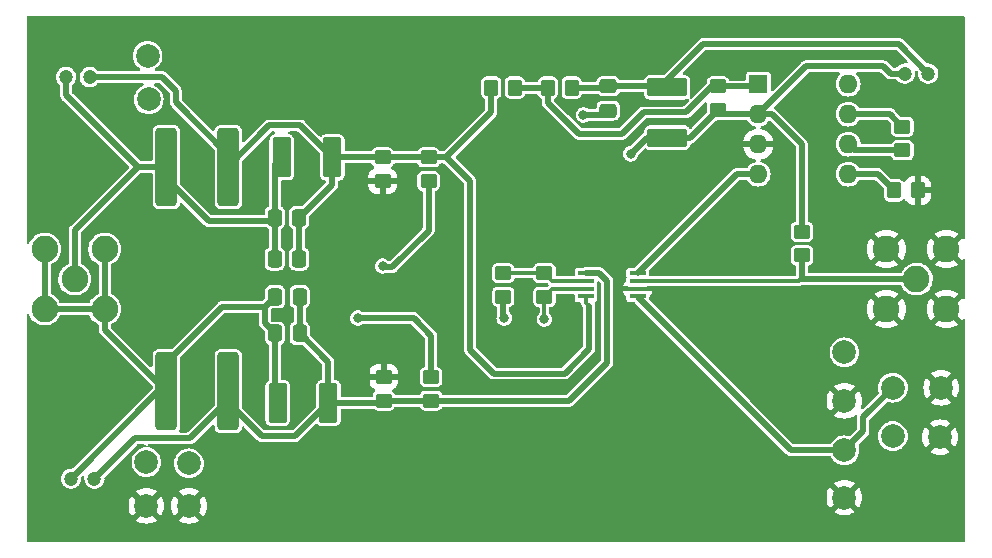
<source format=gtl>
%TF.GenerationSoftware,KiCad,Pcbnew,6.0.4-6f826c9f35~116~ubuntu20.04.1*%
%TF.CreationDate,2024-01-06T18:53:29+01:00*%
%TF.ProjectId,instrument_lowpass,696e7374-7275-46d6-956e-745f6c6f7770,rev?*%
%TF.SameCoordinates,Original*%
%TF.FileFunction,Copper,L1,Top*%
%TF.FilePolarity,Positive*%
%FSLAX46Y46*%
G04 Gerber Fmt 4.6, Leading zero omitted, Abs format (unit mm)*
G04 Created by KiCad (PCBNEW 6.0.4-6f826c9f35~116~ubuntu20.04.1) date 2024-01-06 18:53:29*
%MOMM*%
%LPD*%
G01*
G04 APERTURE LIST*
G04 Aperture macros list*
%AMRoundRect*
0 Rectangle with rounded corners*
0 $1 Rounding radius*
0 $2 $3 $4 $5 $6 $7 $8 $9 X,Y pos of 4 corners*
0 Add a 4 corners polygon primitive as box body*
4,1,4,$2,$3,$4,$5,$6,$7,$8,$9,$2,$3,0*
0 Add four circle primitives for the rounded corners*
1,1,$1+$1,$2,$3*
1,1,$1+$1,$4,$5*
1,1,$1+$1,$6,$7*
1,1,$1+$1,$8,$9*
0 Add four rect primitives between the rounded corners*
20,1,$1+$1,$2,$3,$4,$5,0*
20,1,$1+$1,$4,$5,$6,$7,0*
20,1,$1+$1,$6,$7,$8,$9,0*
20,1,$1+$1,$8,$9,$2,$3,0*%
G04 Aperture macros list end*
%TA.AperFunction,SMDPad,CuDef*%
%ADD10RoundRect,0.250000X-0.650000X-3.050000X0.650000X-3.050000X0.650000X3.050000X-0.650000X3.050000X0*%
%TD*%
%TA.AperFunction,SMDPad,CuDef*%
%ADD11RoundRect,0.250000X0.450000X-0.350000X0.450000X0.350000X-0.450000X0.350000X-0.450000X-0.350000X0*%
%TD*%
%TA.AperFunction,ComponentPad*%
%ADD12C,2.000000*%
%TD*%
%TA.AperFunction,ComponentPad*%
%ADD13R,1.600000X1.600000*%
%TD*%
%TA.AperFunction,ComponentPad*%
%ADD14O,1.600000X1.600000*%
%TD*%
%TA.AperFunction,SMDPad,CuDef*%
%ADD15RoundRect,0.250000X-0.337500X-0.475000X0.337500X-0.475000X0.337500X0.475000X-0.337500X0.475000X0*%
%TD*%
%TA.AperFunction,SMDPad,CuDef*%
%ADD16RoundRect,0.250000X-0.450000X0.350000X-0.450000X-0.350000X0.450000X-0.350000X0.450000X0.350000X0*%
%TD*%
%TA.AperFunction,SMDPad,CuDef*%
%ADD17RoundRect,0.250000X-0.537500X-1.450000X0.537500X-1.450000X0.537500X1.450000X-0.537500X1.450000X0*%
%TD*%
%TA.AperFunction,SMDPad,CuDef*%
%ADD18RoundRect,0.250000X-1.450000X0.537500X-1.450000X-0.537500X1.450000X-0.537500X1.450000X0.537500X0*%
%TD*%
%TA.AperFunction,SMDPad,CuDef*%
%ADD19RoundRect,0.250000X0.350000X0.450000X-0.350000X0.450000X-0.350000X-0.450000X0.350000X-0.450000X0*%
%TD*%
%TA.AperFunction,ComponentPad*%
%ADD20C,1.200000*%
%TD*%
%TA.AperFunction,ComponentPad*%
%ADD21C,2.250000*%
%TD*%
%TA.AperFunction,SMDPad,CuDef*%
%ADD22R,1.400000X0.450000*%
%TD*%
%TA.AperFunction,SMDPad,CuDef*%
%ADD23RoundRect,0.250000X-0.475000X0.337500X-0.475000X-0.337500X0.475000X-0.337500X0.475000X0.337500X0*%
%TD*%
%TA.AperFunction,SMDPad,CuDef*%
%ADD24RoundRect,0.250000X-0.350000X-0.450000X0.350000X-0.450000X0.350000X0.450000X-0.350000X0.450000X0*%
%TD*%
%TA.AperFunction,ViaPad*%
%ADD25C,0.800000*%
%TD*%
%TA.AperFunction,Conductor*%
%ADD26C,0.500000*%
%TD*%
%TA.AperFunction,Conductor*%
%ADD27C,0.300000*%
%TD*%
G04 APERTURE END LIST*
D10*
%TO.P,C6,1*%
%TO.N,Net-(C13-Pad1)*%
X112075000Y-82000000D03*
%TO.P,C6,2*%
%TO.N,Net-(C13-Pad2)*%
X117325000Y-82000000D03*
%TD*%
D11*
%TO.P,R6,1*%
%TO.N,Net-(R6-Pad1)*%
X144100000Y-74000000D03*
%TO.P,R6,2*%
%TO.N,Net-(R5-Pad2)*%
X144100000Y-72000000D03*
%TD*%
D12*
%TO.P,TP2,1,1*%
%TO.N,GND*%
X114000000Y-91700000D03*
%TD*%
D10*
%TO.P,C2,1*%
%TO.N,/input*%
X112075000Y-63000000D03*
%TO.P,C2,2*%
%TO.N,Net-(C1-Pad2)*%
X117325000Y-63000000D03*
%TD*%
D12*
%TO.P,TP1,1,1*%
%TO.N,Net-(R3-Pad2)*%
X114000000Y-88100000D03*
%TD*%
D13*
%TO.P,U1,1*%
%TO.N,Net-(R7-Pad1)*%
X162200000Y-56000000D03*
D14*
%TO.P,U1,2,-*%
%TO.N,Net-(C10-Pad2)*%
X162200000Y-58540000D03*
%TO.P,U1,3,+*%
%TO.N,GND*%
X162200000Y-61080000D03*
%TO.P,U1,4,V-*%
%TO.N,-9V*%
X162200000Y-63620000D03*
%TO.P,U1,5,+*%
%TO.N,Net-(R12-Pad2)*%
X169820000Y-63620000D03*
%TO.P,U1,6,-*%
%TO.N,Net-(R11-Pad2)*%
X169820000Y-61080000D03*
%TO.P,U1,7*%
%TO.N,Net-(R11-Pad1)*%
X169820000Y-58540000D03*
%TO.P,U1,8,V+*%
%TO.N,+9V*%
X169820000Y-56000000D03*
%TD*%
D12*
%TO.P,TP5,1,1*%
%TO.N,Net-(R5-Pad1)*%
X110600000Y-57300000D03*
%TD*%
D15*
%TO.P,C3,1*%
%TO.N,/input*%
X121262500Y-67300000D03*
%TO.P,C3,2*%
%TO.N,Net-(C1-Pad2)*%
X123337500Y-67300000D03*
%TD*%
D16*
%TO.P,R1,2*%
%TO.N,GND*%
X130400000Y-64200000D03*
%TO.P,R1,1*%
%TO.N,Net-(C1-Pad2)*%
X130400000Y-62200000D03*
%TD*%
D17*
%TO.P,C12,1*%
%TO.N,/input*%
X121862500Y-62200000D03*
%TO.P,C12,2*%
%TO.N,Net-(C1-Pad2)*%
X126137500Y-62200000D03*
%TD*%
D18*
%TO.P,C10,1*%
%TO.N,Net-(C10-Pad1)*%
X154500000Y-56262500D03*
%TO.P,C10,2*%
%TO.N,Net-(C10-Pad2)*%
X154500000Y-60537500D03*
%TD*%
D12*
%TO.P,TP14,1,1*%
%TO.N,GND*%
X177700000Y-81700000D03*
%TD*%
D16*
%TO.P,R4,2*%
%TO.N,Net-(C13-Pad2)*%
X134500000Y-82800000D03*
%TO.P,R4,1*%
%TO.N,Net-(R4-Pad1)*%
X134500000Y-80800000D03*
%TD*%
%TO.P,R8,2*%
%TO.N,Net-(C10-Pad2)*%
X158800000Y-58200000D03*
%TO.P,R8,1*%
%TO.N,Net-(R7-Pad1)*%
X158800000Y-56200000D03*
%TD*%
D19*
%TO.P,R9,1*%
%TO.N,Net-(R7-Pad1)*%
X141600000Y-56300000D03*
%TO.P,R9,2*%
%TO.N,Net-(C1-Pad2)*%
X139600000Y-56300000D03*
%TD*%
D12*
%TO.P,TP3,1,1*%
%TO.N,GND*%
X110400000Y-91700000D03*
%TD*%
D20*
%TO.P,C1,2*%
%TO.N,Net-(C1-Pad2)*%
X105600000Y-55400000D03*
%TO.P,C1,1*%
%TO.N,/input*%
X103600000Y-55400000D03*
%TD*%
D12*
%TO.P,TP9,1,1*%
%TO.N,-9V*%
X173600000Y-85800000D03*
%TD*%
D20*
%TO.P,C9,1*%
%TO.N,Net-(C10-Pad1)*%
X176600000Y-55100000D03*
%TO.P,C9,2*%
%TO.N,Net-(C10-Pad2)*%
X174600000Y-55100000D03*
%TD*%
%TO.P,C5,2*%
%TO.N,Net-(C13-Pad2)*%
X106000000Y-89400000D03*
%TO.P,C5,1*%
%TO.N,Net-(C13-Pad1)*%
X104000000Y-89400000D03*
%TD*%
D21*
%TO.P,J1,1,In*%
%TO.N,/input*%
X104320000Y-72500000D03*
%TO.P,J1,2,Ext*%
%TO.N,Net-(C13-Pad1)*%
X101780000Y-69960000D03*
X101780000Y-75040000D03*
X106860000Y-75040000D03*
X106860000Y-69960000D03*
%TD*%
D16*
%TO.P,R11,1*%
%TO.N,Net-(R11-Pad1)*%
X174400000Y-59600000D03*
%TO.P,R11,2*%
%TO.N,Net-(R11-Pad2)*%
X174400000Y-61600000D03*
%TD*%
D17*
%TO.P,C13,2*%
%TO.N,Net-(C13-Pad2)*%
X125800000Y-83000000D03*
%TO.P,C13,1*%
%TO.N,Net-(C13-Pad1)*%
X121525000Y-83000000D03*
%TD*%
D12*
%TO.P,TP8,1,1*%
%TO.N,+9V*%
X169500000Y-87000000D03*
%TD*%
D21*
%TO.P,J2,1,In*%
%TO.N,Net-(J2-Pad1)*%
X175600000Y-72500000D03*
%TO.P,J2,2,Ext*%
%TO.N,GND*%
X173060000Y-75040000D03*
X178140000Y-69960000D03*
X173060000Y-69960000D03*
X178140000Y-75040000D03*
%TD*%
D22*
%TO.P,U2,1,-IN*%
%TO.N,Net-(C13-Pad2)*%
X147600000Y-72025000D03*
%TO.P,U2,2,RG_1*%
%TO.N,Net-(R5-Pad2)*%
X147600000Y-72675000D03*
%TO.P,U2,3,RG_2*%
%TO.N,Net-(R6-Pad1)*%
X147600000Y-73325000D03*
%TO.P,U2,4,+IN*%
%TO.N,Net-(C1-Pad2)*%
X147600000Y-73975000D03*
%TO.P,U2,5,-VS*%
%TO.N,+9V*%
X152000000Y-73975000D03*
%TO.P,U2,6,REF*%
%TO.N,GND*%
X152000000Y-73325000D03*
%TO.P,U2,7,OUT*%
%TO.N,Net-(J2-Pad1)*%
X152000000Y-72675000D03*
%TO.P,U2,8,+VS*%
%TO.N,-9V*%
X152000000Y-72025000D03*
%TD*%
D12*
%TO.P,TP12,1,1*%
%TO.N,GND*%
X177600000Y-85900000D03*
%TD*%
%TO.P,TP10,1,1*%
%TO.N,+9V*%
X173600000Y-81700000D03*
%TD*%
D23*
%TO.P,C11,2*%
%TO.N,Net-(C10-Pad2)*%
X149500000Y-58237500D03*
%TO.P,C11,1*%
%TO.N,Net-(C10-Pad1)*%
X149500000Y-56162500D03*
%TD*%
D11*
%TO.P,R5,2*%
%TO.N,Net-(R5-Pad2)*%
X140600000Y-72000000D03*
%TO.P,R5,1*%
%TO.N,Net-(R5-Pad1)*%
X140600000Y-74000000D03*
%TD*%
D12*
%TO.P,TP11,1,1*%
%TO.N,-9V*%
X169500000Y-78700000D03*
%TD*%
%TO.P,TP15,1,1*%
%TO.N,GND*%
X169500000Y-82800000D03*
%TD*%
%TO.P,TP4,1,1*%
%TO.N,Net-(R4-Pad1)*%
X110400000Y-88000000D03*
%TD*%
D24*
%TO.P,R7,1*%
%TO.N,Net-(R7-Pad1)*%
X144400000Y-56300000D03*
%TO.P,R7,2*%
%TO.N,Net-(C10-Pad1)*%
X146400000Y-56300000D03*
%TD*%
D16*
%TO.P,R3,2*%
%TO.N,Net-(R3-Pad2)*%
X134300000Y-64200000D03*
%TO.P,R3,1*%
%TO.N,Net-(C1-Pad2)*%
X134300000Y-62200000D03*
%TD*%
%TO.P,R2,2*%
%TO.N,Net-(C13-Pad2)*%
X130500000Y-82800000D03*
%TO.P,R2,1*%
%TO.N,GND*%
X130500000Y-80800000D03*
%TD*%
D15*
%TO.P,C4,1*%
%TO.N,/input*%
X121262500Y-70800000D03*
%TO.P,C4,2*%
%TO.N,Net-(C1-Pad2)*%
X123337500Y-70800000D03*
%TD*%
D19*
%TO.P,R12,1*%
%TO.N,GND*%
X175700000Y-65000000D03*
%TO.P,R12,2*%
%TO.N,Net-(R12-Pad2)*%
X173700000Y-65000000D03*
%TD*%
D16*
%TO.P,R10,1*%
%TO.N,Net-(C10-Pad2)*%
X165900000Y-68500000D03*
%TO.P,R10,2*%
%TO.N,Net-(J2-Pad1)*%
X165900000Y-70500000D03*
%TD*%
D15*
%TO.P,C8,1*%
%TO.N,Net-(C13-Pad1)*%
X121300000Y-74000000D03*
%TO.P,C8,2*%
%TO.N,Net-(C13-Pad2)*%
X123375000Y-74000000D03*
%TD*%
D12*
%TO.P,TP13,1,1*%
%TO.N,GND*%
X169500000Y-91000000D03*
%TD*%
D15*
%TO.P,C7,1*%
%TO.N,Net-(C13-Pad1)*%
X121300000Y-77100000D03*
%TO.P,C7,2*%
%TO.N,Net-(C13-Pad2)*%
X123375000Y-77100000D03*
%TD*%
D12*
%TO.P,TP7,1,1*%
%TO.N,Net-(R6-Pad1)*%
X110500000Y-53600000D03*
%TD*%
D25*
%TO.N,GND*%
X116800000Y-72000000D03*
X108300000Y-59000000D03*
X102100000Y-52100000D03*
X114000000Y-55600000D03*
X103600000Y-62400000D03*
X107100000Y-81100000D03*
X103300000Y-81300000D03*
X120000000Y-90900000D03*
X114900000Y-81600000D03*
X119700000Y-79400000D03*
X132600000Y-65900000D03*
X122400000Y-55900000D03*
X117800000Y-52400000D03*
X112100000Y-52400000D03*
X112000000Y-67400000D03*
X111800000Y-72300000D03*
X125300000Y-75700000D03*
X137700000Y-90400000D03*
X147500000Y-90000000D03*
X175800000Y-78800000D03*
X178000000Y-91900000D03*
X175400000Y-90200000D03*
X161100000Y-92100000D03*
X147300000Y-92900000D03*
X129900000Y-86000000D03*
X128500000Y-91000000D03*
X141100000Y-85900000D03*
X137800000Y-81200000D03*
X126900000Y-72300000D03*
X127400000Y-69700000D03*
X129500000Y-67800000D03*
X136100000Y-69300000D03*
X134100000Y-73700000D03*
X135300000Y-74500000D03*
X142300000Y-77900000D03*
X145000000Y-77900000D03*
X163600000Y-80300000D03*
X157300000Y-77800000D03*
X158000000Y-68800000D03*
X170100000Y-68500000D03*
X170100000Y-74000000D03*
X178000000Y-72600000D03*
X178000000Y-62100000D03*
X178000000Y-59000000D03*
X177800000Y-52300000D03*
X159000000Y-53900000D03*
X152300000Y-52600000D03*
X146500000Y-54300000D03*
X138300000Y-54300000D03*
X127600000Y-53800000D03*
X132400000Y-57100000D03*
X143000000Y-64300000D03*
X146300000Y-68400000D03*
%TO.N,Net-(R4-Pad1)*%
X128300000Y-75800000D03*
%TO.N,Net-(R3-Pad2)*%
X130400000Y-71400000D03*
%TO.N,Net-(R5-Pad1)*%
X140700000Y-75800000D03*
%TO.N,Net-(R6-Pad1)*%
X144100000Y-75900000D03*
%TO.N,Net-(C10-Pad2)*%
X147400000Y-58600000D03*
X151400000Y-61900000D03*
%TD*%
D26*
%TO.N,Net-(C1-Pad2)*%
X112900000Y-57550081D02*
X112900000Y-56600000D01*
X117325000Y-61975081D02*
X112900000Y-57550081D01*
X117325000Y-63000000D02*
X117325000Y-61975081D01*
X112900000Y-56600000D02*
X111700000Y-55400000D01*
X111700000Y-55400000D02*
X105600000Y-55400000D01*
%TO.N,Net-(C10-Pad1)*%
X176600000Y-55100000D02*
X174100000Y-52600000D01*
X174100000Y-52600000D02*
X157562500Y-52600000D01*
X157562500Y-52600000D02*
X153800000Y-56362500D01*
X153800000Y-56362500D02*
X153600000Y-56162500D01*
X153600000Y-56162500D02*
X149500000Y-56162500D01*
%TO.N,Net-(C10-Pad2)*%
X172800000Y-54500000D02*
X173400000Y-55100000D01*
X173400000Y-55100000D02*
X174600000Y-55100000D01*
%TO.N,Net-(C13-Pad2)*%
X148749511Y-72000489D02*
X149400000Y-72650978D01*
X117325000Y-82000000D02*
X117325000Y-82775000D01*
X117325000Y-82775000D02*
X114100000Y-86000000D01*
X114100000Y-86000000D02*
X109400000Y-86000000D01*
X109400000Y-86000000D02*
X106000000Y-89400000D01*
%TO.N,/input*%
X112075000Y-63975000D02*
X115700000Y-67600000D01*
X112075000Y-63000000D02*
X112075000Y-63975000D01*
X115700000Y-67600000D02*
X120962500Y-67600000D01*
X120962500Y-67600000D02*
X121262500Y-67300000D01*
%TO.N,Net-(C13-Pad2)*%
X117325000Y-82000000D02*
X117325000Y-82925000D01*
X117325000Y-82925000D02*
X120200000Y-85800000D01*
X120200000Y-85800000D02*
X123000000Y-85800000D01*
X123000000Y-85800000D02*
X125800000Y-83000000D01*
X117325000Y-83075000D02*
X117325000Y-82000000D01*
%TO.N,Net-(C13-Pad1)*%
X112075000Y-82000000D02*
X111400000Y-82000000D01*
X111400000Y-82000000D02*
X104000000Y-89400000D01*
X116840000Y-74840000D02*
X112075000Y-79605000D01*
X112075000Y-79605000D02*
X112075000Y-82000000D01*
X106860000Y-75040000D02*
X106860000Y-76785000D01*
X106860000Y-76785000D02*
X112075000Y-82000000D01*
X106860000Y-75040000D02*
X101780000Y-75040000D01*
X106860000Y-69960000D02*
X106860000Y-75040000D01*
X101780000Y-69960000D02*
X101780000Y-75040000D01*
%TO.N,/input*%
X103600000Y-55400000D02*
X103600000Y-56900000D01*
X103600000Y-56900000D02*
X109700000Y-63000000D01*
X104320000Y-72500000D02*
X104320000Y-68380000D01*
X104320000Y-68380000D02*
X109700000Y-63000000D01*
X109700000Y-63000000D02*
X112075000Y-63000000D01*
%TO.N,Net-(C1-Pad2)*%
X139600000Y-56300000D02*
X139600000Y-58400000D01*
X139600000Y-58400000D02*
X135800000Y-62200000D01*
%TO.N,+9V*%
X169500000Y-87000000D02*
X165000489Y-87000000D01*
X165000489Y-87000000D02*
X152000000Y-73999511D01*
%TO.N,-9V*%
X162200000Y-63620000D02*
X160380489Y-63620000D01*
X160380489Y-63620000D02*
X152000000Y-72000489D01*
D27*
%TO.N,Net-(J2-Pad1)*%
X152000000Y-72675000D02*
X165625000Y-72675000D01*
X165625000Y-72675000D02*
X165800000Y-72500000D01*
D26*
%TO.N,Net-(C1-Pad2)*%
X117325000Y-62975000D02*
X120800000Y-59500000D01*
X117325000Y-63000000D02*
X117325000Y-62975000D01*
X120800000Y-59500000D02*
X123437500Y-59500000D01*
X123437500Y-59500000D02*
X126137500Y-62200000D01*
%TO.N,Net-(R4-Pad1)*%
X133000000Y-75800000D02*
X128300000Y-75800000D01*
X133100000Y-75900000D02*
X133000000Y-75800000D01*
X134500000Y-77300000D02*
X133100000Y-75900000D01*
%TO.N,Net-(R3-Pad2)*%
X130500000Y-71500000D02*
X130400000Y-71400000D01*
X131000000Y-71500000D02*
X130500000Y-71500000D01*
X134300000Y-68400000D02*
X131200000Y-71500000D01*
X131200000Y-71500000D02*
X131000000Y-71500000D01*
%TO.N,Net-(R5-Pad1)*%
X140600000Y-75700000D02*
X140700000Y-75800000D01*
X140600000Y-74000000D02*
X140600000Y-75700000D01*
D27*
%TO.N,Net-(R6-Pad1)*%
X144100000Y-74000000D02*
X144100000Y-75900000D01*
%TO.N,Net-(R5-Pad2)*%
X144100000Y-72000000D02*
X140600000Y-72000000D01*
D26*
%TO.N,+9V*%
X169500000Y-87000000D02*
X171100000Y-85400000D01*
X171100000Y-85400000D02*
X171100000Y-84200000D01*
X171100000Y-84200000D02*
X173600000Y-81700000D01*
%TO.N,Net-(C13-Pad2)*%
X125800000Y-83000000D02*
X130300000Y-83000000D01*
X125800000Y-84100000D02*
X125800000Y-83000000D01*
X125800000Y-83000000D02*
X125800000Y-79525000D01*
%TO.N,Net-(C13-Pad1)*%
X121300000Y-77100000D02*
X121300000Y-82775000D01*
%TO.N,Net-(C13-Pad2)*%
X125800000Y-79525000D02*
X123375000Y-77100000D01*
%TO.N,Net-(C13-Pad1)*%
X121300000Y-82775000D02*
X121525000Y-83000000D01*
%TO.N,Net-(C10-Pad2)*%
X147400000Y-58600000D02*
X149137500Y-58600000D01*
X149137500Y-58600000D02*
X149500000Y-58237500D01*
X152762500Y-60537500D02*
X151400000Y-61900000D01*
X154500000Y-60537500D02*
X152762500Y-60537500D01*
%TO.N,+9V*%
X173100000Y-81700000D02*
X173400000Y-81700000D01*
%TO.N,Net-(J2-Pad1)*%
X175600000Y-72500000D02*
X165800000Y-72500000D01*
X165900000Y-70500000D02*
X165900000Y-72400000D01*
X165900000Y-72400000D02*
X165800000Y-72500000D01*
%TO.N,Net-(C10-Pad2)*%
X162200000Y-58540000D02*
X163340000Y-58540000D01*
X165900000Y-61100000D02*
X165900000Y-68500000D01*
X163340000Y-58540000D02*
X165900000Y-61100000D01*
%TO.N,Net-(R12-Pad2)*%
X169820000Y-63620000D02*
X172320000Y-63620000D01*
X172320000Y-63620000D02*
X173700000Y-65000000D01*
%TO.N,Net-(R11-Pad2)*%
X174400000Y-61600000D02*
X170340000Y-61600000D01*
X170340000Y-61600000D02*
X169820000Y-61080000D01*
%TO.N,Net-(R11-Pad1)*%
X169820000Y-58540000D02*
X173340000Y-58540000D01*
X173340000Y-58540000D02*
X174400000Y-59600000D01*
%TO.N,Net-(C10-Pad2)*%
X158800000Y-58200000D02*
X156462500Y-60537500D01*
X156462500Y-60537500D02*
X154500000Y-60537500D01*
X162200000Y-58540000D02*
X159140000Y-58540000D01*
X159140000Y-58540000D02*
X158800000Y-58200000D01*
X166240000Y-54500000D02*
X162200000Y-58540000D01*
X172800000Y-54500000D02*
X166240000Y-54500000D01*
%TO.N,Net-(R7-Pad1)*%
X158800000Y-56200000D02*
X158300000Y-56200000D01*
X158300000Y-56200000D02*
X156100000Y-58400000D01*
X156100000Y-58400000D02*
X152500000Y-58400000D01*
X152500000Y-58400000D02*
X150700000Y-60200000D01*
X150700000Y-60200000D02*
X147000000Y-60200000D01*
X147000000Y-60200000D02*
X144400000Y-57600000D01*
X144400000Y-57600000D02*
X144400000Y-56300000D01*
X158800000Y-56200000D02*
X162000000Y-56200000D01*
X162000000Y-56200000D02*
X162200000Y-56000000D01*
%TO.N,Net-(C10-Pad1)*%
X146400000Y-56300000D02*
X149362500Y-56300000D01*
X149362500Y-56300000D02*
X149500000Y-56162500D01*
%TO.N,Net-(R7-Pad1)*%
X141600000Y-56300000D02*
X144400000Y-56300000D01*
%TO.N,Net-(C1-Pad2)*%
X134300000Y-62200000D02*
X135800000Y-62200000D01*
X135800000Y-62200000D02*
X137800000Y-64200000D01*
X137800000Y-64200000D02*
X137800000Y-78500000D01*
X137800000Y-78500000D02*
X139800000Y-80500000D01*
X139800000Y-80500000D02*
X145800000Y-80500000D01*
X145800000Y-80500000D02*
X147900000Y-78400000D01*
X147900000Y-78400000D02*
X147900000Y-74800000D01*
D27*
X147600000Y-74500000D02*
X147900000Y-74800000D01*
X147600000Y-73975000D02*
X147600000Y-74500000D01*
%TO.N,Net-(R6-Pad1)*%
X147600000Y-73325000D02*
X144775000Y-73325000D01*
X144775000Y-73325000D02*
X144100000Y-74000000D01*
%TO.N,Net-(R5-Pad2)*%
X147600000Y-72675000D02*
X144775000Y-72675000D01*
X144775000Y-72675000D02*
X144100000Y-72000000D01*
D26*
%TO.N,Net-(C13-Pad2)*%
X134500000Y-82800000D02*
X146200000Y-82800000D01*
X146200000Y-82800000D02*
X149400000Y-79600000D01*
X149400000Y-79600000D02*
X149400000Y-72650978D01*
X148749511Y-72000489D02*
X147600000Y-72000489D01*
%TO.N,Net-(R3-Pad2)*%
X134300000Y-64200000D02*
X134300000Y-68400000D01*
%TO.N,Net-(R4-Pad1)*%
X134500000Y-80800000D02*
X134500000Y-77300000D01*
%TO.N,Net-(C1-Pad2)*%
X126137500Y-62200000D02*
X126137500Y-61337500D01*
X123337500Y-70800000D02*
X123337500Y-67300000D01*
X126137500Y-62200000D02*
X126137500Y-64500000D01*
X126137500Y-64500000D02*
X123337500Y-67300000D01*
X134300000Y-62200000D02*
X130400000Y-62200000D01*
X126137500Y-62200000D02*
X130400000Y-62200000D01*
%TO.N,Net-(C13-Pad2)*%
X130500000Y-82800000D02*
X134500000Y-82800000D01*
X130300000Y-83000000D02*
X130500000Y-82800000D01*
X123375000Y-77100000D02*
X123375000Y-74000000D01*
%TO.N,Net-(C13-Pad1)*%
X121300000Y-77100000D02*
X120460000Y-76260000D01*
X120460000Y-76260000D02*
X120460000Y-74840000D01*
X116840000Y-74840000D02*
X120460000Y-74840000D01*
X120460000Y-74840000D02*
X121300000Y-74000000D01*
%TO.N,/input*%
X121262500Y-67300000D02*
X121262500Y-62800000D01*
X121262500Y-62800000D02*
X121862500Y-62200000D01*
X121262500Y-70800000D02*
X121262500Y-67300000D01*
%TD*%
%TA.AperFunction,Conductor*%
%TO.N,GND*%
G36*
X179687621Y-50274502D02*
G01*
X179734114Y-50328158D01*
X179745500Y-50380500D01*
X179745500Y-69007807D01*
X179725498Y-69075928D01*
X179671842Y-69122421D01*
X179601568Y-69132525D01*
X179536988Y-69103031D01*
X179512067Y-69073642D01*
X179470660Y-69006072D01*
X179462599Y-69000810D01*
X179452393Y-69006817D01*
X178512022Y-69947188D01*
X178504408Y-69961132D01*
X178504539Y-69962965D01*
X178508790Y-69969580D01*
X179450934Y-70911724D01*
X179464471Y-70919116D01*
X179469740Y-70915430D01*
X179512067Y-70846358D01*
X179564715Y-70798727D01*
X179634756Y-70787120D01*
X179699954Y-70815223D01*
X179739608Y-70874113D01*
X179745500Y-70912193D01*
X179745500Y-74087807D01*
X179725498Y-74155928D01*
X179671842Y-74202421D01*
X179601568Y-74212525D01*
X179536988Y-74183031D01*
X179512067Y-74153642D01*
X179470660Y-74086072D01*
X179462599Y-74080810D01*
X179452393Y-74086817D01*
X178512022Y-75027188D01*
X178504408Y-75041132D01*
X178504539Y-75042965D01*
X178508790Y-75049580D01*
X179450934Y-75991724D01*
X179464471Y-75999116D01*
X179469740Y-75995430D01*
X179512067Y-75926358D01*
X179564715Y-75878727D01*
X179634756Y-75867120D01*
X179699954Y-75895223D01*
X179739608Y-75954113D01*
X179745500Y-75992193D01*
X179745500Y-94619500D01*
X179725498Y-94687621D01*
X179671842Y-94734114D01*
X179619500Y-94745500D01*
X100380500Y-94745500D01*
X100312379Y-94725498D01*
X100265886Y-94671842D01*
X100254500Y-94619500D01*
X100254500Y-92932670D01*
X109532160Y-92932670D01*
X109537887Y-92940320D01*
X109709042Y-93045205D01*
X109717837Y-93049687D01*
X109927988Y-93136734D01*
X109937373Y-93139783D01*
X110158554Y-93192885D01*
X110168301Y-93194428D01*
X110395070Y-93212275D01*
X110404930Y-93212275D01*
X110631699Y-93194428D01*
X110641446Y-93192885D01*
X110862627Y-93139783D01*
X110872012Y-93136734D01*
X111082163Y-93049687D01*
X111090958Y-93045205D01*
X111258445Y-92942568D01*
X111267400Y-92932670D01*
X113132160Y-92932670D01*
X113137887Y-92940320D01*
X113309042Y-93045205D01*
X113317837Y-93049687D01*
X113527988Y-93136734D01*
X113537373Y-93139783D01*
X113758554Y-93192885D01*
X113768301Y-93194428D01*
X113995070Y-93212275D01*
X114004930Y-93212275D01*
X114231699Y-93194428D01*
X114241446Y-93192885D01*
X114462627Y-93139783D01*
X114472012Y-93136734D01*
X114682163Y-93049687D01*
X114690958Y-93045205D01*
X114858445Y-92942568D01*
X114867907Y-92932110D01*
X114864124Y-92923334D01*
X114012812Y-92072022D01*
X113998868Y-92064408D01*
X113997035Y-92064539D01*
X113990420Y-92068790D01*
X113138920Y-92920290D01*
X113132160Y-92932670D01*
X111267400Y-92932670D01*
X111267907Y-92932110D01*
X111264124Y-92923334D01*
X110412812Y-92072022D01*
X110398868Y-92064408D01*
X110397035Y-92064539D01*
X110390420Y-92068790D01*
X109538920Y-92920290D01*
X109532160Y-92932670D01*
X100254500Y-92932670D01*
X100254500Y-91704930D01*
X108887725Y-91704930D01*
X108905572Y-91931699D01*
X108907115Y-91941446D01*
X108960217Y-92162627D01*
X108963266Y-92172012D01*
X109050313Y-92382163D01*
X109054795Y-92390958D01*
X109157432Y-92558445D01*
X109167890Y-92567907D01*
X109176666Y-92564124D01*
X110027978Y-91712812D01*
X110034356Y-91701132D01*
X110764408Y-91701132D01*
X110764539Y-91702965D01*
X110768790Y-91709580D01*
X111620290Y-92561080D01*
X111632670Y-92567840D01*
X111640320Y-92562113D01*
X111745205Y-92390958D01*
X111749687Y-92382163D01*
X111836734Y-92172012D01*
X111839783Y-92162627D01*
X111892885Y-91941446D01*
X111894428Y-91931699D01*
X111912275Y-91704930D01*
X112487725Y-91704930D01*
X112505572Y-91931699D01*
X112507115Y-91941446D01*
X112560217Y-92162627D01*
X112563266Y-92172012D01*
X112650313Y-92382163D01*
X112654795Y-92390958D01*
X112757432Y-92558445D01*
X112767890Y-92567907D01*
X112776666Y-92564124D01*
X113627978Y-91712812D01*
X113634356Y-91701132D01*
X114364408Y-91701132D01*
X114364539Y-91702965D01*
X114368790Y-91709580D01*
X115220290Y-92561080D01*
X115232670Y-92567840D01*
X115240320Y-92562113D01*
X115345205Y-92390958D01*
X115349687Y-92382163D01*
X115411609Y-92232670D01*
X168632160Y-92232670D01*
X168637887Y-92240320D01*
X168809042Y-92345205D01*
X168817837Y-92349687D01*
X169027988Y-92436734D01*
X169037373Y-92439783D01*
X169258554Y-92492885D01*
X169268301Y-92494428D01*
X169495070Y-92512275D01*
X169504930Y-92512275D01*
X169731699Y-92494428D01*
X169741446Y-92492885D01*
X169962627Y-92439783D01*
X169972012Y-92436734D01*
X170182163Y-92349687D01*
X170190958Y-92345205D01*
X170358445Y-92242568D01*
X170367907Y-92232110D01*
X170364124Y-92223334D01*
X169512812Y-91372022D01*
X169498868Y-91364408D01*
X169497035Y-91364539D01*
X169490420Y-91368790D01*
X168638920Y-92220290D01*
X168632160Y-92232670D01*
X115411609Y-92232670D01*
X115436734Y-92172012D01*
X115439783Y-92162627D01*
X115492885Y-91941446D01*
X115494428Y-91931699D01*
X115512275Y-91704930D01*
X115512275Y-91695070D01*
X115494428Y-91468301D01*
X115492885Y-91458554D01*
X115439783Y-91237373D01*
X115436734Y-91227988D01*
X115349687Y-91017837D01*
X115345205Y-91009042D01*
X115342685Y-91004930D01*
X167987725Y-91004930D01*
X168005572Y-91231699D01*
X168007115Y-91241446D01*
X168060217Y-91462627D01*
X168063266Y-91472012D01*
X168150313Y-91682163D01*
X168154795Y-91690958D01*
X168257432Y-91858445D01*
X168267890Y-91867907D01*
X168276666Y-91864124D01*
X169127978Y-91012812D01*
X169134356Y-91001132D01*
X169864408Y-91001132D01*
X169864539Y-91002965D01*
X169868790Y-91009580D01*
X170720290Y-91861080D01*
X170732670Y-91867840D01*
X170740320Y-91862113D01*
X170845205Y-91690958D01*
X170849687Y-91682163D01*
X170936734Y-91472012D01*
X170939783Y-91462627D01*
X170992885Y-91241446D01*
X170994428Y-91231699D01*
X171012275Y-91004930D01*
X171012275Y-90995070D01*
X170994428Y-90768301D01*
X170992885Y-90758554D01*
X170939783Y-90537373D01*
X170936734Y-90527988D01*
X170849687Y-90317837D01*
X170845205Y-90309042D01*
X170742568Y-90141555D01*
X170732110Y-90132093D01*
X170723334Y-90135876D01*
X169872022Y-90987188D01*
X169864408Y-91001132D01*
X169134356Y-91001132D01*
X169135592Y-90998868D01*
X169135461Y-90997035D01*
X169131210Y-90990420D01*
X168279710Y-90138920D01*
X168267330Y-90132160D01*
X168259680Y-90137887D01*
X168154795Y-90309042D01*
X168150313Y-90317837D01*
X168063266Y-90527988D01*
X168060217Y-90537373D01*
X168007115Y-90758554D01*
X168005572Y-90768301D01*
X167987725Y-90995070D01*
X167987725Y-91004930D01*
X115342685Y-91004930D01*
X115242568Y-90841555D01*
X115232110Y-90832093D01*
X115223334Y-90835876D01*
X114372022Y-91687188D01*
X114364408Y-91701132D01*
X113634356Y-91701132D01*
X113635592Y-91698868D01*
X113635461Y-91697035D01*
X113631210Y-91690420D01*
X112779710Y-90838920D01*
X112767330Y-90832160D01*
X112759680Y-90837887D01*
X112654795Y-91009042D01*
X112650313Y-91017837D01*
X112563266Y-91227988D01*
X112560217Y-91237373D01*
X112507115Y-91458554D01*
X112505572Y-91468301D01*
X112487725Y-91695070D01*
X112487725Y-91704930D01*
X111912275Y-91704930D01*
X111912275Y-91695070D01*
X111894428Y-91468301D01*
X111892885Y-91458554D01*
X111839783Y-91237373D01*
X111836734Y-91227988D01*
X111749687Y-91017837D01*
X111745205Y-91009042D01*
X111642568Y-90841555D01*
X111632110Y-90832093D01*
X111623334Y-90835876D01*
X110772022Y-91687188D01*
X110764408Y-91701132D01*
X110034356Y-91701132D01*
X110035592Y-91698868D01*
X110035461Y-91697035D01*
X110031210Y-91690420D01*
X109179710Y-90838920D01*
X109167330Y-90832160D01*
X109159680Y-90837887D01*
X109054795Y-91009042D01*
X109050313Y-91017837D01*
X108963266Y-91227988D01*
X108960217Y-91237373D01*
X108907115Y-91458554D01*
X108905572Y-91468301D01*
X108887725Y-91695070D01*
X108887725Y-91704930D01*
X100254500Y-91704930D01*
X100254500Y-90467890D01*
X109532093Y-90467890D01*
X109535876Y-90476666D01*
X110387188Y-91327978D01*
X110401132Y-91335592D01*
X110402965Y-91335461D01*
X110409580Y-91331210D01*
X111261080Y-90479710D01*
X111267534Y-90467890D01*
X113132093Y-90467890D01*
X113135876Y-90476666D01*
X113987188Y-91327978D01*
X114001132Y-91335592D01*
X114002965Y-91335461D01*
X114009580Y-91331210D01*
X114861080Y-90479710D01*
X114867840Y-90467330D01*
X114862113Y-90459680D01*
X114690958Y-90354795D01*
X114682163Y-90350313D01*
X114472012Y-90263266D01*
X114462627Y-90260217D01*
X114241446Y-90207115D01*
X114231699Y-90205572D01*
X114004930Y-90187725D01*
X113995070Y-90187725D01*
X113768301Y-90205572D01*
X113758554Y-90207115D01*
X113537373Y-90260217D01*
X113527988Y-90263266D01*
X113317837Y-90350313D01*
X113309042Y-90354795D01*
X113141555Y-90457432D01*
X113132093Y-90467890D01*
X111267534Y-90467890D01*
X111267840Y-90467330D01*
X111262113Y-90459680D01*
X111090958Y-90354795D01*
X111082163Y-90350313D01*
X110872012Y-90263266D01*
X110862627Y-90260217D01*
X110641446Y-90207115D01*
X110631699Y-90205572D01*
X110404930Y-90187725D01*
X110395070Y-90187725D01*
X110168301Y-90205572D01*
X110158554Y-90207115D01*
X109937373Y-90260217D01*
X109927988Y-90263266D01*
X109717837Y-90350313D01*
X109709042Y-90354795D01*
X109541555Y-90457432D01*
X109532093Y-90467890D01*
X100254500Y-90467890D01*
X100254500Y-75595245D01*
X100274502Y-75527124D01*
X100328158Y-75480631D01*
X100398432Y-75470527D01*
X100463012Y-75500021D01*
X100497243Y-75547841D01*
X100538837Y-75650273D01*
X100544458Y-75664117D01*
X100662983Y-75857533D01*
X100811506Y-76028993D01*
X100986039Y-76173893D01*
X101181895Y-76288342D01*
X101186715Y-76290182D01*
X101186720Y-76290185D01*
X101310416Y-76337419D01*
X101393813Y-76369265D01*
X101398881Y-76370296D01*
X101398884Y-76370297D01*
X101500337Y-76390938D01*
X101616102Y-76414491D01*
X101621275Y-76414681D01*
X101621278Y-76414681D01*
X101837629Y-76422614D01*
X101837633Y-76422614D01*
X101842793Y-76422803D01*
X101847913Y-76422147D01*
X101847915Y-76422147D01*
X101936131Y-76410846D01*
X102067797Y-76393979D01*
X102072746Y-76392494D01*
X102072752Y-76392493D01*
X102206412Y-76352393D01*
X102285073Y-76328794D01*
X102320442Y-76311467D01*
X102466128Y-76240095D01*
X102488784Y-76228996D01*
X102492988Y-76225998D01*
X102492992Y-76225995D01*
X102570670Y-76170588D01*
X102673461Y-76097268D01*
X102834143Y-75937146D01*
X102857865Y-75904134D01*
X102963497Y-75757130D01*
X102966515Y-75752930D01*
X103034846Y-75614673D01*
X103082960Y-75562466D01*
X103147803Y-75544500D01*
X105491058Y-75544500D01*
X105559179Y-75564502D01*
X105607800Y-75623094D01*
X105624458Y-75664117D01*
X105742983Y-75857533D01*
X105891506Y-76028993D01*
X106066039Y-76173893D01*
X106261895Y-76288342D01*
X106266718Y-76290184D01*
X106266727Y-76290188D01*
X106274450Y-76293137D01*
X106330953Y-76336124D01*
X106355245Y-76402835D01*
X106355500Y-76410846D01*
X106355500Y-76714376D01*
X106354159Y-76726381D01*
X106354655Y-76726421D01*
X106353935Y-76735368D01*
X106351954Y-76744124D01*
X106352510Y-76753084D01*
X106355258Y-76797382D01*
X106355500Y-76805184D01*
X106355500Y-76821226D01*
X106356135Y-76825657D01*
X106356135Y-76825662D01*
X106356965Y-76831453D01*
X106357996Y-76841514D01*
X106360902Y-76888359D01*
X106363949Y-76896799D01*
X106364630Y-76900089D01*
X106368582Y-76915938D01*
X106369527Y-76919168D01*
X106370799Y-76928052D01*
X106374514Y-76936223D01*
X106390218Y-76970763D01*
X106394030Y-76980128D01*
X106406922Y-77015837D01*
X106406924Y-77015840D01*
X106409972Y-77024284D01*
X106415268Y-77031533D01*
X106416840Y-77034490D01*
X106425093Y-77048614D01*
X106426898Y-77051437D01*
X106430612Y-77059605D01*
X106436469Y-77066402D01*
X106436470Y-77066404D01*
X106461243Y-77095153D01*
X106467525Y-77103064D01*
X106475473Y-77113944D01*
X106486335Y-77124806D01*
X106492693Y-77131652D01*
X106524944Y-77169082D01*
X106532479Y-77173966D01*
X106539051Y-77179699D01*
X106550455Y-77188926D01*
X110883595Y-81522066D01*
X110917621Y-81584378D01*
X110920500Y-81611161D01*
X110920500Y-81713839D01*
X110900498Y-81781960D01*
X110883595Y-81802934D01*
X104177934Y-88508595D01*
X104115622Y-88542621D01*
X104088839Y-88545500D01*
X103910188Y-88545500D01*
X103903736Y-88546872D01*
X103903731Y-88546872D01*
X103822339Y-88564173D01*
X103734490Y-88582846D01*
X103728460Y-88585531D01*
X103728459Y-88585531D01*
X103576427Y-88653220D01*
X103576425Y-88653221D01*
X103570397Y-88655905D01*
X103565056Y-88659785D01*
X103565055Y-88659786D01*
X103430422Y-88757602D01*
X103430420Y-88757604D01*
X103425078Y-88761485D01*
X103304887Y-88894971D01*
X103215075Y-89050529D01*
X103213034Y-89056811D01*
X103213033Y-89056813D01*
X103168815Y-89192905D01*
X103159569Y-89221361D01*
X103158879Y-89227924D01*
X103158879Y-89227925D01*
X103157593Y-89240161D01*
X103140793Y-89400000D01*
X103159569Y-89578639D01*
X103215075Y-89749471D01*
X103218378Y-89755193D01*
X103218379Y-89755194D01*
X103250648Y-89811084D01*
X103304887Y-89905029D01*
X103425078Y-90038515D01*
X103430420Y-90042396D01*
X103430422Y-90042398D01*
X103561851Y-90137887D01*
X103570396Y-90144095D01*
X103576424Y-90146779D01*
X103576426Y-90146780D01*
X103668391Y-90187725D01*
X103734490Y-90217154D01*
X103822339Y-90235827D01*
X103903731Y-90253128D01*
X103903736Y-90253128D01*
X103910188Y-90254500D01*
X104089812Y-90254500D01*
X104096264Y-90253128D01*
X104096269Y-90253128D01*
X104177661Y-90235827D01*
X104265510Y-90217154D01*
X104331609Y-90187725D01*
X104423574Y-90146780D01*
X104423576Y-90146779D01*
X104429604Y-90144095D01*
X104438149Y-90137887D01*
X104569578Y-90042398D01*
X104569580Y-90042396D01*
X104574922Y-90038515D01*
X104695113Y-89905029D01*
X104749352Y-89811084D01*
X104781621Y-89755194D01*
X104781622Y-89755193D01*
X104784925Y-89749471D01*
X104840431Y-89578639D01*
X104859207Y-89400000D01*
X104851628Y-89327893D01*
X104864400Y-89258056D01*
X104887843Y-89225628D01*
X104939384Y-89174087D01*
X105001696Y-89140061D01*
X105072511Y-89145126D01*
X105129347Y-89187673D01*
X105154158Y-89254193D01*
X105153789Y-89276353D01*
X105140793Y-89400000D01*
X105159569Y-89578639D01*
X105215075Y-89749471D01*
X105218378Y-89755193D01*
X105218379Y-89755194D01*
X105250648Y-89811084D01*
X105304887Y-89905029D01*
X105425078Y-90038515D01*
X105430420Y-90042396D01*
X105430422Y-90042398D01*
X105561851Y-90137887D01*
X105570396Y-90144095D01*
X105576424Y-90146779D01*
X105576426Y-90146780D01*
X105668391Y-90187725D01*
X105734490Y-90217154D01*
X105822339Y-90235827D01*
X105903731Y-90253128D01*
X105903736Y-90253128D01*
X105910188Y-90254500D01*
X106089812Y-90254500D01*
X106096264Y-90253128D01*
X106096269Y-90253128D01*
X106177661Y-90235827D01*
X106265510Y-90217154D01*
X106331609Y-90187725D01*
X106423574Y-90146780D01*
X106423576Y-90146779D01*
X106429604Y-90144095D01*
X106438149Y-90137887D01*
X106569578Y-90042398D01*
X106569580Y-90042396D01*
X106574922Y-90038515D01*
X106695113Y-89905029D01*
X106749352Y-89811084D01*
X106774291Y-89767890D01*
X168632093Y-89767890D01*
X168635876Y-89776666D01*
X169487188Y-90627978D01*
X169501132Y-90635592D01*
X169502965Y-90635461D01*
X169509580Y-90631210D01*
X170361080Y-89779710D01*
X170367840Y-89767330D01*
X170362113Y-89759680D01*
X170190958Y-89654795D01*
X170182163Y-89650313D01*
X169972012Y-89563266D01*
X169962627Y-89560217D01*
X169741446Y-89507115D01*
X169731699Y-89505572D01*
X169504930Y-89487725D01*
X169495070Y-89487725D01*
X169268301Y-89505572D01*
X169258554Y-89507115D01*
X169037373Y-89560217D01*
X169027988Y-89563266D01*
X168817837Y-89650313D01*
X168809042Y-89654795D01*
X168641555Y-89757432D01*
X168632093Y-89767890D01*
X106774291Y-89767890D01*
X106781621Y-89755194D01*
X106781622Y-89755193D01*
X106784925Y-89749471D01*
X106840431Y-89578639D01*
X106859207Y-89400000D01*
X106851628Y-89327893D01*
X106864400Y-89258056D01*
X106887843Y-89225628D01*
X109572066Y-86541405D01*
X109634378Y-86507379D01*
X109661161Y-86504500D01*
X110213986Y-86504500D01*
X110282107Y-86524502D01*
X110328600Y-86578158D01*
X110338704Y-86648432D01*
X110309210Y-86713012D01*
X110249484Y-86751396D01*
X110224967Y-86756021D01*
X110181326Y-86759839D01*
X109969297Y-86816653D01*
X109877711Y-86859360D01*
X109775341Y-86907095D01*
X109775336Y-86907098D01*
X109770354Y-86909421D01*
X109765847Y-86912577D01*
X109765845Y-86912578D01*
X109595054Y-87032167D01*
X109595051Y-87032169D01*
X109590543Y-87035326D01*
X109435326Y-87190543D01*
X109432169Y-87195051D01*
X109432167Y-87195054D01*
X109353926Y-87306794D01*
X109309421Y-87370354D01*
X109307098Y-87375336D01*
X109307095Y-87375341D01*
X109278955Y-87435688D01*
X109216653Y-87569297D01*
X109159839Y-87781326D01*
X109140708Y-88000000D01*
X109159839Y-88218674D01*
X109216653Y-88430703D01*
X109218978Y-88435688D01*
X109307095Y-88624659D01*
X109307098Y-88624664D01*
X109309421Y-88629646D01*
X109312577Y-88634153D01*
X109312578Y-88634155D01*
X109401736Y-88761485D01*
X109435326Y-88809457D01*
X109590543Y-88964674D01*
X109595051Y-88967831D01*
X109595054Y-88967833D01*
X109737869Y-89067833D01*
X109770354Y-89090579D01*
X109775336Y-89092902D01*
X109775341Y-89092905D01*
X109876116Y-89139896D01*
X109969297Y-89183347D01*
X110181326Y-89240161D01*
X110400000Y-89259292D01*
X110618674Y-89240161D01*
X110830703Y-89183347D01*
X110923884Y-89139896D01*
X111024659Y-89092905D01*
X111024664Y-89092902D01*
X111029646Y-89090579D01*
X111062131Y-89067833D01*
X111204946Y-88967833D01*
X111204949Y-88967831D01*
X111209457Y-88964674D01*
X111364674Y-88809457D01*
X111398265Y-88761485D01*
X111487422Y-88634155D01*
X111487423Y-88634153D01*
X111490579Y-88629646D01*
X111492902Y-88624664D01*
X111492905Y-88624659D01*
X111581022Y-88435688D01*
X111583347Y-88430703D01*
X111640161Y-88218674D01*
X111650543Y-88100000D01*
X112740708Y-88100000D01*
X112759839Y-88318674D01*
X112816653Y-88530703D01*
X112840328Y-88581474D01*
X112907095Y-88724659D01*
X112907098Y-88724664D01*
X112909421Y-88729646D01*
X112912577Y-88734153D01*
X112912578Y-88734155D01*
X113029187Y-88900689D01*
X113035326Y-88909457D01*
X113190543Y-89064674D01*
X113195051Y-89067831D01*
X113195054Y-89067833D01*
X113362058Y-89184770D01*
X113370354Y-89190579D01*
X113375336Y-89192902D01*
X113375341Y-89192905D01*
X113445517Y-89225628D01*
X113569297Y-89283347D01*
X113781326Y-89340161D01*
X114000000Y-89359292D01*
X114218674Y-89340161D01*
X114430703Y-89283347D01*
X114554483Y-89225628D01*
X114624659Y-89192905D01*
X114624664Y-89192902D01*
X114629646Y-89190579D01*
X114637942Y-89184770D01*
X114804946Y-89067833D01*
X114804949Y-89067831D01*
X114809457Y-89064674D01*
X114964674Y-88909457D01*
X114970814Y-88900689D01*
X115087422Y-88734155D01*
X115087423Y-88734153D01*
X115090579Y-88729646D01*
X115092902Y-88724664D01*
X115092905Y-88724659D01*
X115159672Y-88581474D01*
X115183347Y-88530703D01*
X115240161Y-88318674D01*
X115259292Y-88100000D01*
X115240161Y-87881326D01*
X115183347Y-87669297D01*
X115134392Y-87564312D01*
X115092905Y-87475341D01*
X115092902Y-87475336D01*
X115090579Y-87470354D01*
X115087422Y-87465845D01*
X114967833Y-87295054D01*
X114967831Y-87295051D01*
X114964674Y-87290543D01*
X114809457Y-87135326D01*
X114804949Y-87132169D01*
X114804946Y-87132167D01*
X114634155Y-87012578D01*
X114634153Y-87012577D01*
X114629646Y-87009421D01*
X114624664Y-87007098D01*
X114624659Y-87007095D01*
X114523884Y-86960104D01*
X114430703Y-86916653D01*
X114218674Y-86859839D01*
X114000000Y-86840708D01*
X113781326Y-86859839D01*
X113569297Y-86916653D01*
X113476116Y-86960104D01*
X113375341Y-87007095D01*
X113375336Y-87007098D01*
X113370354Y-87009421D01*
X113365847Y-87012577D01*
X113365845Y-87012578D01*
X113195054Y-87132167D01*
X113195051Y-87132169D01*
X113190543Y-87135326D01*
X113035326Y-87290543D01*
X113032169Y-87295051D01*
X113032167Y-87295054D01*
X112912578Y-87465845D01*
X112909421Y-87470354D01*
X112907098Y-87475336D01*
X112907095Y-87475341D01*
X112865608Y-87564312D01*
X112816653Y-87669297D01*
X112759839Y-87881326D01*
X112740708Y-88100000D01*
X111650543Y-88100000D01*
X111659292Y-88000000D01*
X111640161Y-87781326D01*
X111583347Y-87569297D01*
X111521045Y-87435688D01*
X111492905Y-87375341D01*
X111492902Y-87375336D01*
X111490579Y-87370354D01*
X111446074Y-87306794D01*
X111367833Y-87195054D01*
X111367831Y-87195051D01*
X111364674Y-87190543D01*
X111209457Y-87035326D01*
X111204949Y-87032169D01*
X111204946Y-87032167D01*
X111034155Y-86912578D01*
X111034153Y-86912577D01*
X111029646Y-86909421D01*
X111024664Y-86907098D01*
X111024659Y-86907095D01*
X110922289Y-86859360D01*
X110830703Y-86816653D01*
X110618674Y-86759839D01*
X110575033Y-86756021D01*
X110508914Y-86730158D01*
X110467275Y-86672654D01*
X110463334Y-86601767D01*
X110498343Y-86540002D01*
X110561187Y-86506970D01*
X110586014Y-86504500D01*
X114029376Y-86504500D01*
X114041381Y-86505841D01*
X114041421Y-86505345D01*
X114050368Y-86506065D01*
X114059124Y-86508046D01*
X114112382Y-86504742D01*
X114120184Y-86504500D01*
X114136226Y-86504500D01*
X114140657Y-86503865D01*
X114140662Y-86503865D01*
X114144687Y-86503288D01*
X114146457Y-86503035D01*
X114156514Y-86502004D01*
X114178976Y-86500611D01*
X114194400Y-86499654D01*
X114194402Y-86499654D01*
X114203359Y-86499098D01*
X114211799Y-86496051D01*
X114215089Y-86495370D01*
X114230938Y-86491418D01*
X114234168Y-86490473D01*
X114243052Y-86489201D01*
X114285763Y-86469782D01*
X114295128Y-86465970D01*
X114330837Y-86453078D01*
X114330840Y-86453076D01*
X114339284Y-86450028D01*
X114346533Y-86444732D01*
X114349490Y-86443160D01*
X114363614Y-86434907D01*
X114366437Y-86433102D01*
X114374605Y-86429388D01*
X114381402Y-86423531D01*
X114381404Y-86423530D01*
X114410153Y-86398757D01*
X114418064Y-86392475D01*
X114428944Y-86384527D01*
X114439806Y-86373665D01*
X114446653Y-86367307D01*
X114477282Y-86340915D01*
X114484082Y-86335056D01*
X114488966Y-86327521D01*
X114494699Y-86320949D01*
X114503926Y-86309545D01*
X115955405Y-84858066D01*
X116017717Y-84824040D01*
X116088532Y-84829105D01*
X116145368Y-84871652D01*
X116170179Y-84938172D01*
X116170500Y-84947161D01*
X116170500Y-85097756D01*
X116177202Y-85159448D01*
X116227929Y-85294764D01*
X116233309Y-85301943D01*
X116233311Y-85301946D01*
X116290572Y-85378349D01*
X116314596Y-85410404D01*
X116321776Y-85415785D01*
X116423054Y-85491689D01*
X116423057Y-85491691D01*
X116430236Y-85497071D01*
X116514610Y-85528701D01*
X116558157Y-85545026D01*
X116558159Y-85545026D01*
X116565552Y-85547798D01*
X116573402Y-85548651D01*
X116573403Y-85548651D01*
X116623847Y-85554131D01*
X116627244Y-85554500D01*
X118022756Y-85554500D01*
X118026153Y-85554131D01*
X118076597Y-85548651D01*
X118076598Y-85548651D01*
X118084448Y-85547798D01*
X118091841Y-85545026D01*
X118091843Y-85545026D01*
X118135390Y-85528701D01*
X118219764Y-85497071D01*
X118226943Y-85491691D01*
X118226946Y-85491689D01*
X118328224Y-85415785D01*
X118335404Y-85410404D01*
X118359428Y-85378349D01*
X118416689Y-85301946D01*
X118416691Y-85301943D01*
X118422071Y-85294764D01*
X118472798Y-85159448D01*
X118479500Y-85097756D01*
X118479500Y-85094339D01*
X118479684Y-85090942D01*
X118481300Y-85091030D01*
X118499502Y-85029040D01*
X118553158Y-84982547D01*
X118623432Y-84972443D01*
X118688012Y-85001937D01*
X118694595Y-85008066D01*
X119793323Y-86106794D01*
X119800865Y-86116234D01*
X119801245Y-86115911D01*
X119807063Y-86122747D01*
X119811853Y-86130339D01*
X119818581Y-86136281D01*
X119851859Y-86165671D01*
X119857546Y-86171017D01*
X119868880Y-86182351D01*
X119872463Y-86185036D01*
X119872465Y-86185038D01*
X119877155Y-86188553D01*
X119884998Y-86194938D01*
X119920170Y-86226001D01*
X119928292Y-86229814D01*
X119931093Y-86231654D01*
X119945088Y-86240063D01*
X119948051Y-86241685D01*
X119955236Y-86247070D01*
X119963646Y-86250223D01*
X119963648Y-86250224D01*
X119999182Y-86263546D01*
X120008495Y-86267470D01*
X120050982Y-86287417D01*
X120059856Y-86288799D01*
X120063083Y-86289785D01*
X120078866Y-86293925D01*
X120082144Y-86294646D01*
X120090552Y-86297798D01*
X120104309Y-86298820D01*
X120137357Y-86301276D01*
X120147404Y-86302430D01*
X120155886Y-86303751D01*
X120155889Y-86303751D01*
X120160697Y-86304500D01*
X120176062Y-86304500D01*
X120185400Y-86304846D01*
X120234667Y-86308507D01*
X120243442Y-86306634D01*
X120252138Y-86306041D01*
X120266738Y-86304500D01*
X122929376Y-86304500D01*
X122941381Y-86305841D01*
X122941421Y-86305345D01*
X122950368Y-86306065D01*
X122959124Y-86308046D01*
X123012382Y-86304742D01*
X123020184Y-86304500D01*
X123036226Y-86304500D01*
X123040657Y-86303865D01*
X123040662Y-86303865D01*
X123044687Y-86303288D01*
X123046457Y-86303035D01*
X123056514Y-86302004D01*
X123078976Y-86300611D01*
X123094400Y-86299654D01*
X123094402Y-86299654D01*
X123103359Y-86299098D01*
X123111799Y-86296051D01*
X123115089Y-86295370D01*
X123130938Y-86291418D01*
X123134168Y-86290473D01*
X123143052Y-86289201D01*
X123185763Y-86269782D01*
X123195128Y-86265970D01*
X123230837Y-86253078D01*
X123230840Y-86253076D01*
X123239284Y-86250028D01*
X123246533Y-86244732D01*
X123249490Y-86243160D01*
X123263614Y-86234907D01*
X123266437Y-86233102D01*
X123274605Y-86229388D01*
X123281402Y-86223531D01*
X123281404Y-86223530D01*
X123310153Y-86198757D01*
X123318064Y-86192475D01*
X123328944Y-86184527D01*
X123339806Y-86173665D01*
X123346653Y-86167307D01*
X123377282Y-86140915D01*
X123384082Y-86135056D01*
X123388966Y-86127521D01*
X123394699Y-86120949D01*
X123403926Y-86109545D01*
X124714386Y-84799085D01*
X124776698Y-84765059D01*
X124847513Y-84770124D01*
X124892576Y-84799085D01*
X124896715Y-84803224D01*
X124902096Y-84810404D01*
X124909276Y-84815785D01*
X125010554Y-84891689D01*
X125010557Y-84891691D01*
X125017736Y-84897071D01*
X125107454Y-84930704D01*
X125145657Y-84945026D01*
X125145659Y-84945026D01*
X125153052Y-84947798D01*
X125160902Y-84948651D01*
X125160903Y-84948651D01*
X125211347Y-84954131D01*
X125214744Y-84954500D01*
X126385256Y-84954500D01*
X126388653Y-84954131D01*
X126439097Y-84948651D01*
X126439098Y-84948651D01*
X126446948Y-84947798D01*
X126454341Y-84945026D01*
X126454343Y-84945026D01*
X126492546Y-84930704D01*
X126582264Y-84897071D01*
X126589443Y-84891691D01*
X126589446Y-84891689D01*
X126690724Y-84815785D01*
X126697904Y-84810404D01*
X126731888Y-84765059D01*
X126779189Y-84701946D01*
X126779191Y-84701943D01*
X126784571Y-84694764D01*
X126835298Y-84559448D01*
X126842000Y-84497756D01*
X126842000Y-83630500D01*
X126862002Y-83562379D01*
X126915658Y-83515886D01*
X126968000Y-83504500D01*
X129639743Y-83504500D01*
X129707864Y-83524502D01*
X129715308Y-83529674D01*
X129798054Y-83591689D01*
X129798057Y-83591691D01*
X129805236Y-83597071D01*
X129894409Y-83630500D01*
X129933157Y-83645026D01*
X129933159Y-83645026D01*
X129940552Y-83647798D01*
X129948402Y-83648651D01*
X129948403Y-83648651D01*
X129998847Y-83654131D01*
X130002244Y-83654500D01*
X130997756Y-83654500D01*
X131001153Y-83654131D01*
X131051597Y-83648651D01*
X131051598Y-83648651D01*
X131059448Y-83647798D01*
X131066841Y-83645026D01*
X131066843Y-83645026D01*
X131105591Y-83630500D01*
X131194764Y-83597071D01*
X131201943Y-83591691D01*
X131201946Y-83591689D01*
X131303224Y-83515785D01*
X131310404Y-83510404D01*
X131331569Y-83482163D01*
X131391689Y-83401946D01*
X131391691Y-83401943D01*
X131397071Y-83394764D01*
X131400221Y-83386362D01*
X131400223Y-83386358D01*
X131400256Y-83386269D01*
X131400313Y-83386194D01*
X131404533Y-83378485D01*
X131405646Y-83379094D01*
X131442898Y-83329505D01*
X131509460Y-83304806D01*
X131518237Y-83304500D01*
X133481763Y-83304500D01*
X133549884Y-83324502D01*
X133596377Y-83378158D01*
X133599744Y-83386269D01*
X133599777Y-83386358D01*
X133599779Y-83386362D01*
X133602929Y-83394764D01*
X133608309Y-83401943D01*
X133608311Y-83401946D01*
X133668431Y-83482163D01*
X133689596Y-83510404D01*
X133696776Y-83515785D01*
X133798054Y-83591689D01*
X133798057Y-83591691D01*
X133805236Y-83597071D01*
X133894409Y-83630500D01*
X133933157Y-83645026D01*
X133933159Y-83645026D01*
X133940552Y-83647798D01*
X133948402Y-83648651D01*
X133948403Y-83648651D01*
X133998847Y-83654131D01*
X134002244Y-83654500D01*
X134997756Y-83654500D01*
X135001153Y-83654131D01*
X135051597Y-83648651D01*
X135051598Y-83648651D01*
X135059448Y-83647798D01*
X135066841Y-83645026D01*
X135066843Y-83645026D01*
X135105591Y-83630500D01*
X135194764Y-83597071D01*
X135201943Y-83591691D01*
X135201946Y-83591689D01*
X135303224Y-83515785D01*
X135310404Y-83510404D01*
X135331569Y-83482163D01*
X135391689Y-83401946D01*
X135391691Y-83401943D01*
X135397071Y-83394764D01*
X135400221Y-83386362D01*
X135400223Y-83386358D01*
X135400256Y-83386269D01*
X135400313Y-83386194D01*
X135404533Y-83378485D01*
X135405646Y-83379094D01*
X135442898Y-83329505D01*
X135509460Y-83304806D01*
X135518237Y-83304500D01*
X146129376Y-83304500D01*
X146141381Y-83305841D01*
X146141421Y-83305345D01*
X146150368Y-83306065D01*
X146159124Y-83308046D01*
X146212382Y-83304742D01*
X146220184Y-83304500D01*
X146236226Y-83304500D01*
X146240657Y-83303865D01*
X146240662Y-83303865D01*
X146244687Y-83303288D01*
X146246457Y-83303035D01*
X146256514Y-83302004D01*
X146278976Y-83300611D01*
X146294400Y-83299654D01*
X146294402Y-83299654D01*
X146303359Y-83299098D01*
X146311799Y-83296051D01*
X146315089Y-83295370D01*
X146330938Y-83291418D01*
X146334168Y-83290473D01*
X146343052Y-83289201D01*
X146385763Y-83269782D01*
X146395128Y-83265970D01*
X146430837Y-83253078D01*
X146430840Y-83253076D01*
X146439284Y-83250028D01*
X146446533Y-83244732D01*
X146449490Y-83243160D01*
X146463614Y-83234907D01*
X146466437Y-83233102D01*
X146474605Y-83229388D01*
X146481402Y-83223531D01*
X146481404Y-83223530D01*
X146510153Y-83198757D01*
X146518064Y-83192475D01*
X146528944Y-83184527D01*
X146539806Y-83173665D01*
X146546653Y-83167307D01*
X146577282Y-83140915D01*
X146584082Y-83135056D01*
X146588966Y-83127521D01*
X146594699Y-83120949D01*
X146603926Y-83109545D01*
X149706794Y-80006677D01*
X149716234Y-79999135D01*
X149715911Y-79998755D01*
X149722747Y-79992937D01*
X149730339Y-79988147D01*
X149765672Y-79948140D01*
X149771017Y-79942454D01*
X149782351Y-79931120D01*
X149785038Y-79927534D01*
X149785043Y-79927529D01*
X149788557Y-79922841D01*
X149794938Y-79915003D01*
X149820060Y-79886557D01*
X149826001Y-79879830D01*
X149829815Y-79871707D01*
X149831661Y-79868896D01*
X149840072Y-79854897D01*
X149841686Y-79851948D01*
X149847070Y-79844765D01*
X149863542Y-79800826D01*
X149867469Y-79791506D01*
X149883602Y-79757144D01*
X149883602Y-79757143D01*
X149887417Y-79749018D01*
X149888798Y-79740147D01*
X149889783Y-79736925D01*
X149893920Y-79721154D01*
X149894644Y-79717860D01*
X149897798Y-79709448D01*
X149898971Y-79693672D01*
X149901276Y-79662650D01*
X149902426Y-79652626D01*
X149904500Y-79639303D01*
X149904500Y-79623938D01*
X149904846Y-79614601D01*
X149907842Y-79574282D01*
X149908507Y-79565334D01*
X149906634Y-79556559D01*
X149906041Y-79547863D01*
X149904500Y-79533263D01*
X149904500Y-73594669D01*
X150792001Y-73594669D01*
X150792371Y-73601490D01*
X150797895Y-73652352D01*
X150801521Y-73667604D01*
X150846676Y-73788054D01*
X150855214Y-73803649D01*
X150931715Y-73905724D01*
X150944273Y-73918282D01*
X150995066Y-73956349D01*
X151037581Y-74013209D01*
X151045501Y-74057174D01*
X151045501Y-74225066D01*
X151060266Y-74299301D01*
X151067161Y-74309620D01*
X151067162Y-74309622D01*
X151093196Y-74348584D01*
X151116516Y-74383484D01*
X151200699Y-74439734D01*
X151274933Y-74454500D01*
X151689328Y-74454500D01*
X151757449Y-74474502D01*
X151778423Y-74491405D01*
X164593812Y-87306794D01*
X164601354Y-87316234D01*
X164601734Y-87315911D01*
X164607552Y-87322747D01*
X164612342Y-87330339D01*
X164619070Y-87336281D01*
X164652348Y-87365671D01*
X164658035Y-87371017D01*
X164669369Y-87382351D01*
X164672952Y-87385036D01*
X164672954Y-87385038D01*
X164677644Y-87388553D01*
X164685487Y-87394938D01*
X164720659Y-87426001D01*
X164728781Y-87429814D01*
X164731582Y-87431654D01*
X164745577Y-87440063D01*
X164748540Y-87441685D01*
X164755725Y-87447070D01*
X164764135Y-87450223D01*
X164764137Y-87450224D01*
X164799671Y-87463546D01*
X164808984Y-87467470D01*
X164851471Y-87487417D01*
X164860345Y-87488799D01*
X164863572Y-87489785D01*
X164879355Y-87493925D01*
X164882633Y-87494646D01*
X164891041Y-87497798D01*
X164904798Y-87498820D01*
X164937846Y-87501276D01*
X164947893Y-87502430D01*
X164956375Y-87503751D01*
X164956378Y-87503751D01*
X164961186Y-87504500D01*
X164976551Y-87504500D01*
X164985889Y-87504846D01*
X165035156Y-87508507D01*
X165043931Y-87506634D01*
X165052627Y-87506041D01*
X165067227Y-87504500D01*
X168270794Y-87504500D01*
X168338915Y-87524502D01*
X168384988Y-87577249D01*
X168409421Y-87629646D01*
X168437185Y-87669297D01*
X168519464Y-87786803D01*
X168535326Y-87809457D01*
X168690543Y-87964674D01*
X168695051Y-87967831D01*
X168695054Y-87967833D01*
X168865845Y-88087422D01*
X168870354Y-88090579D01*
X168875336Y-88092902D01*
X168875341Y-88092905D01*
X168976116Y-88139896D01*
X169069297Y-88183347D01*
X169281326Y-88240161D01*
X169500000Y-88259292D01*
X169718674Y-88240161D01*
X169930703Y-88183347D01*
X170023884Y-88139896D01*
X170124659Y-88092905D01*
X170124664Y-88092902D01*
X170129646Y-88090579D01*
X170134155Y-88087422D01*
X170304946Y-87967833D01*
X170304949Y-87967831D01*
X170309457Y-87964674D01*
X170464674Y-87809457D01*
X170480537Y-87786803D01*
X170587422Y-87634155D01*
X170587425Y-87634150D01*
X170590579Y-87629646D01*
X170592902Y-87624664D01*
X170592905Y-87624659D01*
X170647377Y-87507842D01*
X170683347Y-87430703D01*
X170740161Y-87218674D01*
X170747685Y-87132670D01*
X176732160Y-87132670D01*
X176737887Y-87140320D01*
X176909042Y-87245205D01*
X176917837Y-87249687D01*
X177127988Y-87336734D01*
X177137373Y-87339783D01*
X177358554Y-87392885D01*
X177368301Y-87394428D01*
X177595070Y-87412275D01*
X177604930Y-87412275D01*
X177831699Y-87394428D01*
X177841446Y-87392885D01*
X178062627Y-87339783D01*
X178072012Y-87336734D01*
X178282163Y-87249687D01*
X178290958Y-87245205D01*
X178458445Y-87142568D01*
X178467907Y-87132110D01*
X178464124Y-87123334D01*
X177612812Y-86272022D01*
X177598868Y-86264408D01*
X177597035Y-86264539D01*
X177590420Y-86268790D01*
X176738920Y-87120290D01*
X176732160Y-87132670D01*
X170747685Y-87132670D01*
X170759292Y-87000000D01*
X170740161Y-86781326D01*
X170693897Y-86608669D01*
X170695587Y-86537692D01*
X170726509Y-86486962D01*
X171406794Y-85806677D01*
X171415151Y-85800000D01*
X172340708Y-85800000D01*
X172359839Y-86018674D01*
X172416653Y-86230703D01*
X172458735Y-86320949D01*
X172507095Y-86424659D01*
X172507098Y-86424664D01*
X172509421Y-86429646D01*
X172512577Y-86434153D01*
X172512578Y-86434155D01*
X172616215Y-86582163D01*
X172635326Y-86609457D01*
X172790543Y-86764674D01*
X172795051Y-86767831D01*
X172795054Y-86767833D01*
X172928485Y-86861262D01*
X172970354Y-86890579D01*
X172975336Y-86892902D01*
X172975341Y-86892905D01*
X173026270Y-86916653D01*
X173169297Y-86983347D01*
X173381326Y-87040161D01*
X173600000Y-87059292D01*
X173818674Y-87040161D01*
X174030703Y-86983347D01*
X174173730Y-86916653D01*
X174224659Y-86892905D01*
X174224664Y-86892902D01*
X174229646Y-86890579D01*
X174271515Y-86861262D01*
X174404946Y-86767833D01*
X174404949Y-86767831D01*
X174409457Y-86764674D01*
X174564674Y-86609457D01*
X174583786Y-86582163D01*
X174687422Y-86434155D01*
X174687423Y-86434153D01*
X174690579Y-86429646D01*
X174692902Y-86424664D01*
X174692905Y-86424659D01*
X174741265Y-86320949D01*
X174783347Y-86230703D01*
X174840161Y-86018674D01*
X174850112Y-85904930D01*
X176087725Y-85904930D01*
X176105572Y-86131699D01*
X176107115Y-86141446D01*
X176160217Y-86362627D01*
X176163266Y-86372012D01*
X176250313Y-86582163D01*
X176254795Y-86590958D01*
X176357432Y-86758445D01*
X176367890Y-86767907D01*
X176376666Y-86764124D01*
X177227978Y-85912812D01*
X177234356Y-85901132D01*
X177964408Y-85901132D01*
X177964539Y-85902965D01*
X177968790Y-85909580D01*
X178820290Y-86761080D01*
X178832670Y-86767840D01*
X178840320Y-86762113D01*
X178945205Y-86590958D01*
X178949687Y-86582163D01*
X179036734Y-86372012D01*
X179039783Y-86362627D01*
X179092885Y-86141446D01*
X179094428Y-86131699D01*
X179112275Y-85904930D01*
X179112275Y-85895070D01*
X179094428Y-85668301D01*
X179092885Y-85658554D01*
X179039783Y-85437373D01*
X179036734Y-85427988D01*
X178949687Y-85217837D01*
X178945205Y-85209042D01*
X178842568Y-85041555D01*
X178832110Y-85032093D01*
X178823334Y-85035876D01*
X177972022Y-85887188D01*
X177964408Y-85901132D01*
X177234356Y-85901132D01*
X177235592Y-85898868D01*
X177235461Y-85897035D01*
X177231210Y-85890420D01*
X176379710Y-85038920D01*
X176367330Y-85032160D01*
X176359680Y-85037887D01*
X176254795Y-85209042D01*
X176250313Y-85217837D01*
X176163266Y-85427988D01*
X176160217Y-85437373D01*
X176107115Y-85658554D01*
X176105572Y-85668301D01*
X176087725Y-85895070D01*
X176087725Y-85904930D01*
X174850112Y-85904930D01*
X174859292Y-85800000D01*
X174840161Y-85581326D01*
X174783347Y-85369297D01*
X174712721Y-85217837D01*
X174692905Y-85175341D01*
X174692902Y-85175336D01*
X174690579Y-85170354D01*
X174642124Y-85101153D01*
X174567833Y-84995054D01*
X174567831Y-84995051D01*
X174564674Y-84990543D01*
X174409457Y-84835326D01*
X174404949Y-84832169D01*
X174404946Y-84832167D01*
X174234155Y-84712578D01*
X174234153Y-84712577D01*
X174229646Y-84709421D01*
X174224664Y-84707098D01*
X174224659Y-84707095D01*
X174140582Y-84667890D01*
X176732093Y-84667890D01*
X176735876Y-84676666D01*
X177587188Y-85527978D01*
X177601132Y-85535592D01*
X177602965Y-85535461D01*
X177609580Y-85531210D01*
X178461080Y-84679710D01*
X178467840Y-84667330D01*
X178462113Y-84659680D01*
X178290958Y-84554795D01*
X178282163Y-84550313D01*
X178072012Y-84463266D01*
X178062627Y-84460217D01*
X177841446Y-84407115D01*
X177831699Y-84405572D01*
X177604930Y-84387725D01*
X177595070Y-84387725D01*
X177368301Y-84405572D01*
X177358554Y-84407115D01*
X177137373Y-84460217D01*
X177127988Y-84463266D01*
X176917837Y-84550313D01*
X176909042Y-84554795D01*
X176741555Y-84657432D01*
X176732093Y-84667890D01*
X174140582Y-84667890D01*
X174118154Y-84657432D01*
X174030703Y-84616653D01*
X173818674Y-84559839D01*
X173600000Y-84540708D01*
X173381326Y-84559839D01*
X173169297Y-84616653D01*
X173081846Y-84657432D01*
X172975341Y-84707095D01*
X172975336Y-84707098D01*
X172970354Y-84709421D01*
X172965847Y-84712577D01*
X172965845Y-84712578D01*
X172795054Y-84832167D01*
X172795051Y-84832169D01*
X172790543Y-84835326D01*
X172635326Y-84990543D01*
X172632169Y-84995051D01*
X172632167Y-84995054D01*
X172557876Y-85101153D01*
X172509421Y-85170354D01*
X172507098Y-85175336D01*
X172507095Y-85175341D01*
X172487279Y-85217837D01*
X172416653Y-85369297D01*
X172359839Y-85581326D01*
X172340708Y-85800000D01*
X171415151Y-85800000D01*
X171416234Y-85799135D01*
X171415911Y-85798755D01*
X171422747Y-85792937D01*
X171430339Y-85788147D01*
X171465672Y-85748140D01*
X171471017Y-85742454D01*
X171482351Y-85731120D01*
X171485038Y-85727534D01*
X171485043Y-85727529D01*
X171488557Y-85722841D01*
X171494938Y-85715003D01*
X171520058Y-85686559D01*
X171526001Y-85679830D01*
X171529816Y-85671705D01*
X171531669Y-85668884D01*
X171540077Y-85654888D01*
X171541686Y-85651950D01*
X171547071Y-85644764D01*
X171551597Y-85632693D01*
X171563544Y-85600822D01*
X171567471Y-85591501D01*
X171574742Y-85576016D01*
X171587417Y-85549018D01*
X171588798Y-85540147D01*
X171589783Y-85536925D01*
X171593923Y-85521142D01*
X171594645Y-85517858D01*
X171597798Y-85509448D01*
X171601276Y-85462643D01*
X171602430Y-85452595D01*
X171603751Y-85444114D01*
X171603751Y-85444113D01*
X171604500Y-85439303D01*
X171604500Y-85423934D01*
X171604847Y-85414596D01*
X171607843Y-85374284D01*
X171607843Y-85374283D01*
X171608508Y-85365333D01*
X171606635Y-85356558D01*
X171606043Y-85347874D01*
X171604500Y-85333258D01*
X171604500Y-84461161D01*
X171624502Y-84393040D01*
X171641405Y-84372066D01*
X173086962Y-82926509D01*
X173149274Y-82892483D01*
X173208669Y-82893897D01*
X173381326Y-82940161D01*
X173600000Y-82959292D01*
X173818674Y-82940161D01*
X173846630Y-82932670D01*
X176832160Y-82932670D01*
X176837887Y-82940320D01*
X177009042Y-83045205D01*
X177017837Y-83049687D01*
X177227988Y-83136734D01*
X177237373Y-83139783D01*
X177458554Y-83192885D01*
X177468301Y-83194428D01*
X177695070Y-83212275D01*
X177704930Y-83212275D01*
X177931699Y-83194428D01*
X177941446Y-83192885D01*
X178162627Y-83139783D01*
X178172012Y-83136734D01*
X178382163Y-83049687D01*
X178390958Y-83045205D01*
X178558445Y-82942568D01*
X178567907Y-82932110D01*
X178564124Y-82923334D01*
X177712812Y-82072022D01*
X177698868Y-82064408D01*
X177697035Y-82064539D01*
X177690420Y-82068790D01*
X176838920Y-82920290D01*
X176832160Y-82932670D01*
X173846630Y-82932670D01*
X174030703Y-82883347D01*
X174123884Y-82839896D01*
X174224659Y-82792905D01*
X174224664Y-82792902D01*
X174229646Y-82790579D01*
X174234155Y-82787422D01*
X174404946Y-82667833D01*
X174404949Y-82667831D01*
X174409457Y-82664674D01*
X174564674Y-82509457D01*
X174588453Y-82475498D01*
X174687422Y-82334155D01*
X174687423Y-82334153D01*
X174690579Y-82329646D01*
X174692902Y-82324664D01*
X174692905Y-82324659D01*
X174764084Y-82172012D01*
X174783347Y-82130703D01*
X174840161Y-81918674D01*
X174858861Y-81704930D01*
X176187725Y-81704930D01*
X176205572Y-81931699D01*
X176207115Y-81941446D01*
X176260217Y-82162627D01*
X176263266Y-82172012D01*
X176350313Y-82382163D01*
X176354795Y-82390958D01*
X176457432Y-82558445D01*
X176467890Y-82567907D01*
X176476666Y-82564124D01*
X177327978Y-81712812D01*
X177334356Y-81701132D01*
X178064408Y-81701132D01*
X178064539Y-81702965D01*
X178068790Y-81709580D01*
X178920290Y-82561080D01*
X178932670Y-82567840D01*
X178940320Y-82562113D01*
X179045205Y-82390958D01*
X179049687Y-82382163D01*
X179136734Y-82172012D01*
X179139783Y-82162627D01*
X179192885Y-81941446D01*
X179194428Y-81931699D01*
X179212275Y-81704930D01*
X179212275Y-81695070D01*
X179194428Y-81468301D01*
X179192885Y-81458554D01*
X179139783Y-81237373D01*
X179136734Y-81227988D01*
X179049687Y-81017837D01*
X179045205Y-81009042D01*
X178942568Y-80841555D01*
X178932110Y-80832093D01*
X178923334Y-80835876D01*
X178072022Y-81687188D01*
X178064408Y-81701132D01*
X177334356Y-81701132D01*
X177335592Y-81698868D01*
X177335461Y-81697035D01*
X177331210Y-81690420D01*
X176479710Y-80838920D01*
X176467330Y-80832160D01*
X176459680Y-80837887D01*
X176354795Y-81009042D01*
X176350313Y-81017837D01*
X176263266Y-81227988D01*
X176260217Y-81237373D01*
X176207115Y-81458554D01*
X176205572Y-81468301D01*
X176187725Y-81695070D01*
X176187725Y-81704930D01*
X174858861Y-81704930D01*
X174859292Y-81700000D01*
X174840161Y-81481326D01*
X174783347Y-81269297D01*
X174705769Y-81102929D01*
X174692905Y-81075341D01*
X174692902Y-81075336D01*
X174690579Y-81070354D01*
X174675583Y-81048937D01*
X174567833Y-80895054D01*
X174567831Y-80895051D01*
X174564674Y-80890543D01*
X174409457Y-80735326D01*
X174404949Y-80732169D01*
X174404946Y-80732167D01*
X174234155Y-80612578D01*
X174234153Y-80612577D01*
X174229646Y-80609421D01*
X174224664Y-80607098D01*
X174224659Y-80607095D01*
X174093638Y-80546000D01*
X174030703Y-80516653D01*
X173848720Y-80467890D01*
X176832093Y-80467890D01*
X176835876Y-80476666D01*
X177687188Y-81327978D01*
X177701132Y-81335592D01*
X177702965Y-81335461D01*
X177709580Y-81331210D01*
X178561080Y-80479710D01*
X178567840Y-80467330D01*
X178562113Y-80459680D01*
X178390958Y-80354795D01*
X178382163Y-80350313D01*
X178172012Y-80263266D01*
X178162627Y-80260217D01*
X177941446Y-80207115D01*
X177931699Y-80205572D01*
X177704930Y-80187725D01*
X177695070Y-80187725D01*
X177468301Y-80205572D01*
X177458554Y-80207115D01*
X177237373Y-80260217D01*
X177227988Y-80263266D01*
X177017837Y-80350313D01*
X177009042Y-80354795D01*
X176841555Y-80457432D01*
X176832093Y-80467890D01*
X173848720Y-80467890D01*
X173818674Y-80459839D01*
X173600000Y-80440708D01*
X173381326Y-80459839D01*
X173169297Y-80516653D01*
X173106362Y-80546000D01*
X172975341Y-80607095D01*
X172975336Y-80607098D01*
X172970354Y-80609421D01*
X172965847Y-80612577D01*
X172965845Y-80612578D01*
X172795054Y-80732167D01*
X172795051Y-80732169D01*
X172790543Y-80735326D01*
X172635326Y-80890543D01*
X172632169Y-80895051D01*
X172632167Y-80895054D01*
X172524417Y-81048937D01*
X172509421Y-81070354D01*
X172507098Y-81075336D01*
X172507095Y-81075341D01*
X172494231Y-81102929D01*
X172416653Y-81269297D01*
X172359839Y-81481326D01*
X172340708Y-81700000D01*
X172359839Y-81918674D01*
X172368665Y-81951611D01*
X172406103Y-82091331D01*
X172404413Y-82162308D01*
X172373491Y-82213038D01*
X171117513Y-83469016D01*
X171055201Y-83503042D01*
X170984386Y-83497977D01*
X170927550Y-83455430D01*
X170902739Y-83388910D01*
X170912009Y-83331703D01*
X170936734Y-83272012D01*
X170939783Y-83262627D01*
X170992885Y-83041446D01*
X170994428Y-83031699D01*
X171012275Y-82804930D01*
X171012275Y-82795070D01*
X170994428Y-82568301D01*
X170992885Y-82558554D01*
X170939783Y-82337373D01*
X170936734Y-82327988D01*
X170849687Y-82117837D01*
X170845205Y-82109042D01*
X170742568Y-81941555D01*
X170732110Y-81932093D01*
X170723334Y-81935876D01*
X168638920Y-84020290D01*
X168632160Y-84032670D01*
X168637887Y-84040320D01*
X168809042Y-84145205D01*
X168817837Y-84149687D01*
X169027988Y-84236734D01*
X169037373Y-84239783D01*
X169258554Y-84292885D01*
X169268301Y-84294428D01*
X169495070Y-84312275D01*
X169504930Y-84312275D01*
X169731699Y-84294428D01*
X169741446Y-84292885D01*
X169962627Y-84239783D01*
X169972012Y-84236734D01*
X170182163Y-84149687D01*
X170190958Y-84145205D01*
X170384899Y-84026357D01*
X170396894Y-84017643D01*
X170397690Y-84018739D01*
X170456847Y-83992234D01*
X170527047Y-84002842D01*
X170580368Y-84049718D01*
X170599881Y-84117981D01*
X170599537Y-84126424D01*
X170598723Y-84137367D01*
X170597570Y-84147404D01*
X170597215Y-84149687D01*
X170595500Y-84160697D01*
X170595500Y-84176062D01*
X170595154Y-84185399D01*
X170591493Y-84234667D01*
X170593366Y-84243442D01*
X170593959Y-84252138D01*
X170595500Y-84266738D01*
X170595500Y-85138839D01*
X170575498Y-85206960D01*
X170558595Y-85227934D01*
X170013038Y-85773491D01*
X169950726Y-85807517D01*
X169891331Y-85806103D01*
X169769623Y-85773491D01*
X169718674Y-85759839D01*
X169500000Y-85740708D01*
X169281326Y-85759839D01*
X169069297Y-85816653D01*
X169042581Y-85829111D01*
X168875341Y-85907095D01*
X168875336Y-85907098D01*
X168870354Y-85909421D01*
X168865847Y-85912577D01*
X168865845Y-85912578D01*
X168695054Y-86032167D01*
X168695051Y-86032169D01*
X168690543Y-86035326D01*
X168535326Y-86190543D01*
X168532169Y-86195051D01*
X168532167Y-86195054D01*
X168484209Y-86263546D01*
X168409421Y-86370354D01*
X168407099Y-86375334D01*
X168384989Y-86422750D01*
X168338072Y-86476035D01*
X168270794Y-86495500D01*
X165261650Y-86495500D01*
X165193529Y-86475498D01*
X165172555Y-86458595D01*
X161518890Y-82804930D01*
X167987725Y-82804930D01*
X168005572Y-83031699D01*
X168007115Y-83041446D01*
X168060217Y-83262627D01*
X168063266Y-83272012D01*
X168150313Y-83482163D01*
X168154795Y-83490958D01*
X168257432Y-83658445D01*
X168267890Y-83667907D01*
X168276666Y-83664124D01*
X169127978Y-82812812D01*
X169135592Y-82798868D01*
X169135461Y-82797035D01*
X169131210Y-82790420D01*
X168279710Y-81938920D01*
X168267330Y-81932160D01*
X168259680Y-81937887D01*
X168154795Y-82109042D01*
X168150313Y-82117837D01*
X168063266Y-82327988D01*
X168060217Y-82337373D01*
X168007115Y-82558554D01*
X168005572Y-82568301D01*
X167987725Y-82795070D01*
X167987725Y-82804930D01*
X161518890Y-82804930D01*
X160281850Y-81567890D01*
X168632093Y-81567890D01*
X168635876Y-81576666D01*
X169487188Y-82427978D01*
X169501132Y-82435592D01*
X169502965Y-82435461D01*
X169509580Y-82431210D01*
X170361080Y-81579710D01*
X170367840Y-81567330D01*
X170362113Y-81559680D01*
X170190958Y-81454795D01*
X170182163Y-81450313D01*
X169972012Y-81363266D01*
X169962627Y-81360217D01*
X169741446Y-81307115D01*
X169731699Y-81305572D01*
X169504930Y-81287725D01*
X169495070Y-81287725D01*
X169268301Y-81305572D01*
X169258554Y-81307115D01*
X169037373Y-81360217D01*
X169027988Y-81363266D01*
X168817837Y-81450313D01*
X168809042Y-81454795D01*
X168641555Y-81557432D01*
X168632093Y-81567890D01*
X160281850Y-81567890D01*
X157413960Y-78700000D01*
X168240708Y-78700000D01*
X168259839Y-78918674D01*
X168316653Y-79130703D01*
X168348959Y-79199983D01*
X168407095Y-79324659D01*
X168407098Y-79324664D01*
X168409421Y-79329646D01*
X168412577Y-79334153D01*
X168412578Y-79334155D01*
X168523980Y-79493253D01*
X168535326Y-79509457D01*
X168690543Y-79664674D01*
X168695051Y-79667831D01*
X168695054Y-79667833D01*
X168864044Y-79786161D01*
X168870354Y-79790579D01*
X168875336Y-79792902D01*
X168875341Y-79792905D01*
X168950259Y-79827839D01*
X169069297Y-79883347D01*
X169281326Y-79940161D01*
X169500000Y-79959292D01*
X169718674Y-79940161D01*
X169930703Y-79883347D01*
X170049741Y-79827839D01*
X170124659Y-79792905D01*
X170124664Y-79792902D01*
X170129646Y-79790579D01*
X170135956Y-79786161D01*
X170304946Y-79667833D01*
X170304949Y-79667831D01*
X170309457Y-79664674D01*
X170464674Y-79509457D01*
X170476021Y-79493253D01*
X170587422Y-79334155D01*
X170587423Y-79334153D01*
X170590579Y-79329646D01*
X170592902Y-79324664D01*
X170592905Y-79324659D01*
X170651041Y-79199983D01*
X170683347Y-79130703D01*
X170740161Y-78918674D01*
X170759292Y-78700000D01*
X170740161Y-78481326D01*
X170683347Y-78269297D01*
X170639896Y-78176116D01*
X170592905Y-78075341D01*
X170592902Y-78075336D01*
X170590579Y-78070354D01*
X170587422Y-78065845D01*
X170467833Y-77895054D01*
X170467831Y-77895051D01*
X170464674Y-77890543D01*
X170309457Y-77735326D01*
X170304949Y-77732169D01*
X170304946Y-77732167D01*
X170134155Y-77612578D01*
X170134153Y-77612577D01*
X170129646Y-77609421D01*
X170124664Y-77607098D01*
X170124659Y-77607095D01*
X170023884Y-77560104D01*
X169930703Y-77516653D01*
X169718674Y-77459839D01*
X169500000Y-77440708D01*
X169281326Y-77459839D01*
X169069297Y-77516653D01*
X168976116Y-77560104D01*
X168875341Y-77607095D01*
X168875336Y-77607098D01*
X168870354Y-77609421D01*
X168865847Y-77612577D01*
X168865845Y-77612578D01*
X168695054Y-77732167D01*
X168695051Y-77732169D01*
X168690543Y-77735326D01*
X168535326Y-77890543D01*
X168532169Y-77895051D01*
X168532167Y-77895054D01*
X168412578Y-78065845D01*
X168409421Y-78070354D01*
X168407098Y-78075336D01*
X168407095Y-78075341D01*
X168360104Y-78176116D01*
X168316653Y-78269297D01*
X168259839Y-78481326D01*
X168240708Y-78700000D01*
X157413960Y-78700000D01*
X155078431Y-76364471D01*
X172100884Y-76364471D01*
X172104570Y-76369740D01*
X172312121Y-76496927D01*
X172320915Y-76501408D01*
X172549242Y-76595984D01*
X172558627Y-76599033D01*
X172798940Y-76656728D01*
X172808687Y-76658271D01*
X173055070Y-76677662D01*
X173064930Y-76677662D01*
X173311313Y-76658271D01*
X173321060Y-76656728D01*
X173561373Y-76599033D01*
X173570758Y-76595984D01*
X173799085Y-76501408D01*
X173807879Y-76496927D01*
X174013928Y-76370660D01*
X174017968Y-76364471D01*
X177180884Y-76364471D01*
X177184570Y-76369740D01*
X177392121Y-76496927D01*
X177400915Y-76501408D01*
X177629242Y-76595984D01*
X177638627Y-76599033D01*
X177878940Y-76656728D01*
X177888687Y-76658271D01*
X178135070Y-76677662D01*
X178144930Y-76677662D01*
X178391313Y-76658271D01*
X178401060Y-76656728D01*
X178641373Y-76599033D01*
X178650758Y-76595984D01*
X178879085Y-76501408D01*
X178887879Y-76496927D01*
X179093928Y-76370660D01*
X179099190Y-76362599D01*
X179093183Y-76352393D01*
X178152812Y-75412022D01*
X178138868Y-75404408D01*
X178137035Y-75404539D01*
X178130420Y-75408790D01*
X177188276Y-76350934D01*
X177180884Y-76364471D01*
X174017968Y-76364471D01*
X174019190Y-76362599D01*
X174013183Y-76352393D01*
X173072812Y-75412022D01*
X173058868Y-75404408D01*
X173057035Y-75404539D01*
X173050420Y-75408790D01*
X172108276Y-76350934D01*
X172100884Y-76364471D01*
X155078431Y-76364471D01*
X153758890Y-75044930D01*
X171422338Y-75044930D01*
X171441729Y-75291313D01*
X171443272Y-75301060D01*
X171500967Y-75541373D01*
X171504016Y-75550758D01*
X171598592Y-75779085D01*
X171603073Y-75787879D01*
X171729340Y-75993928D01*
X171737401Y-75999190D01*
X171747607Y-75993183D01*
X172687978Y-75052812D01*
X172694356Y-75041132D01*
X173424408Y-75041132D01*
X173424539Y-75042965D01*
X173428790Y-75049580D01*
X174370934Y-75991724D01*
X174384471Y-75999116D01*
X174389740Y-75995430D01*
X174516927Y-75787879D01*
X174521408Y-75779085D01*
X174615984Y-75550758D01*
X174619033Y-75541373D01*
X174676728Y-75301060D01*
X174678271Y-75291313D01*
X174697662Y-75044930D01*
X176502338Y-75044930D01*
X176521729Y-75291313D01*
X176523272Y-75301060D01*
X176580967Y-75541373D01*
X176584016Y-75550758D01*
X176678592Y-75779085D01*
X176683073Y-75787879D01*
X176809340Y-75993928D01*
X176817401Y-75999190D01*
X176827607Y-75993183D01*
X177767978Y-75052812D01*
X177775592Y-75038868D01*
X177775461Y-75037035D01*
X177771210Y-75030420D01*
X176829066Y-74088276D01*
X176815529Y-74080884D01*
X176810260Y-74084570D01*
X176683073Y-74292121D01*
X176678592Y-74300915D01*
X176584016Y-74529242D01*
X176580967Y-74538627D01*
X176523272Y-74778940D01*
X176521729Y-74788687D01*
X176502338Y-75035070D01*
X176502338Y-75044930D01*
X174697662Y-75044930D01*
X174697662Y-75035070D01*
X174678271Y-74788687D01*
X174676728Y-74778940D01*
X174619033Y-74538627D01*
X174615984Y-74529242D01*
X174521408Y-74300915D01*
X174516927Y-74292121D01*
X174390660Y-74086072D01*
X174382599Y-74080810D01*
X174372393Y-74086817D01*
X173432022Y-75027188D01*
X173424408Y-75041132D01*
X172694356Y-75041132D01*
X172695592Y-75038868D01*
X172695461Y-75037035D01*
X172691210Y-75030420D01*
X171749066Y-74088276D01*
X171735529Y-74080884D01*
X171730260Y-74084570D01*
X171603073Y-74292121D01*
X171598592Y-74300915D01*
X171504016Y-74529242D01*
X171500967Y-74538627D01*
X171443272Y-74778940D01*
X171441729Y-74788687D01*
X171422338Y-75035070D01*
X171422338Y-75044930D01*
X153758890Y-75044930D01*
X152991405Y-74277445D01*
X152957379Y-74215133D01*
X152954500Y-74188350D01*
X152954500Y-74057175D01*
X152974502Y-73989054D01*
X153004935Y-73956348D01*
X153055728Y-73918281D01*
X153068285Y-73905724D01*
X153144786Y-73803649D01*
X153153324Y-73788054D01*
X153179811Y-73717401D01*
X172100810Y-73717401D01*
X172106817Y-73727607D01*
X173047188Y-74667978D01*
X173061132Y-74675592D01*
X173062965Y-74675461D01*
X173069580Y-74671210D01*
X174011724Y-73729066D01*
X174019116Y-73715529D01*
X174015430Y-73710260D01*
X173807879Y-73583073D01*
X173799085Y-73578592D01*
X173570758Y-73484016D01*
X173561373Y-73480967D01*
X173321060Y-73423272D01*
X173311313Y-73421729D01*
X173064930Y-73402338D01*
X173055070Y-73402338D01*
X172808687Y-73421729D01*
X172798940Y-73423272D01*
X172558627Y-73480967D01*
X172549242Y-73484016D01*
X172320915Y-73578592D01*
X172312121Y-73583073D01*
X172106072Y-73709340D01*
X172100810Y-73717401D01*
X153179811Y-73717401D01*
X153198478Y-73667606D01*
X153202105Y-73652351D01*
X153207631Y-73601486D01*
X153208000Y-73594672D01*
X153208000Y-73568115D01*
X153203525Y-73552876D01*
X153202135Y-73551671D01*
X153194452Y-73550000D01*
X152896989Y-73550000D01*
X152826986Y-73528764D01*
X152809621Y-73517161D01*
X152809618Y-73517160D01*
X152799301Y-73510266D01*
X152787132Y-73507845D01*
X152787131Y-73507845D01*
X152731135Y-73496707D01*
X152725067Y-73495500D01*
X152030523Y-73495500D01*
X152021187Y-73495154D01*
X151974284Y-73491669D01*
X151965333Y-73491004D01*
X151956553Y-73492878D01*
X151954463Y-73493021D01*
X151930970Y-73495501D01*
X151274934Y-73495501D01*
X151200699Y-73510266D01*
X151190379Y-73517161D01*
X151190378Y-73517162D01*
X151173014Y-73528764D01*
X151103011Y-73550000D01*
X150810116Y-73550000D01*
X150794877Y-73554475D01*
X150793672Y-73555865D01*
X150792001Y-73563548D01*
X150792001Y-73594669D01*
X149904500Y-73594669D01*
X149904500Y-73081885D01*
X150792000Y-73081885D01*
X150796475Y-73097124D01*
X150797865Y-73098329D01*
X150805548Y-73100000D01*
X151103011Y-73100000D01*
X151173014Y-73121236D01*
X151190379Y-73132839D01*
X151190382Y-73132840D01*
X151200699Y-73139734D01*
X151212868Y-73142155D01*
X151212869Y-73142155D01*
X151259092Y-73151349D01*
X151274933Y-73154500D01*
X151999882Y-73154500D01*
X152725066Y-73154499D01*
X152799301Y-73139734D01*
X152809621Y-73132839D01*
X152809622Y-73132838D01*
X152826986Y-73121236D01*
X152896989Y-73100000D01*
X153189884Y-73100000D01*
X153240052Y-73085269D01*
X153241120Y-73084584D01*
X153276552Y-73079500D01*
X165689066Y-73079500D01*
X165698498Y-73076435D01*
X165698500Y-73076435D01*
X165710287Y-73072605D01*
X165729513Y-73067989D01*
X165741762Y-73066049D01*
X165751555Y-73064498D01*
X165771439Y-73054366D01*
X165789705Y-73046801D01*
X165801496Y-73042970D01*
X165810929Y-73039905D01*
X165826539Y-73028564D01*
X165900600Y-73004500D01*
X174231058Y-73004500D01*
X174299179Y-73024502D01*
X174347800Y-73083094D01*
X174364458Y-73124117D01*
X174482983Y-73317533D01*
X174631506Y-73488993D01*
X174806039Y-73633893D01*
X175001895Y-73748342D01*
X175006715Y-73750182D01*
X175006720Y-73750185D01*
X175105891Y-73788054D01*
X175213813Y-73829265D01*
X175218881Y-73830296D01*
X175218884Y-73830297D01*
X175327980Y-73852493D01*
X175436102Y-73874491D01*
X175441275Y-73874681D01*
X175441278Y-73874681D01*
X175657629Y-73882614D01*
X175657633Y-73882614D01*
X175662793Y-73882803D01*
X175667913Y-73882147D01*
X175667915Y-73882147D01*
X175773070Y-73868676D01*
X175887797Y-73853979D01*
X175892746Y-73852494D01*
X175892752Y-73852493D01*
X176019475Y-73814474D01*
X176105073Y-73788794D01*
X176117668Y-73782624D01*
X176250803Y-73717401D01*
X177180810Y-73717401D01*
X177186817Y-73727607D01*
X178127188Y-74667978D01*
X178141132Y-74675592D01*
X178142965Y-74675461D01*
X178149580Y-74671210D01*
X179091724Y-73729066D01*
X179099116Y-73715529D01*
X179095430Y-73710260D01*
X178887879Y-73583073D01*
X178879085Y-73578592D01*
X178650758Y-73484016D01*
X178641373Y-73480967D01*
X178401060Y-73423272D01*
X178391313Y-73421729D01*
X178144930Y-73402338D01*
X178135070Y-73402338D01*
X177888687Y-73421729D01*
X177878940Y-73423272D01*
X177638627Y-73480967D01*
X177629242Y-73484016D01*
X177400915Y-73578592D01*
X177392121Y-73583073D01*
X177186072Y-73709340D01*
X177180810Y-73717401D01*
X176250803Y-73717401D01*
X176304142Y-73691270D01*
X176308784Y-73688996D01*
X176312988Y-73685998D01*
X176312992Y-73685995D01*
X176425616Y-73605661D01*
X176493461Y-73557268D01*
X176654143Y-73397146D01*
X176711351Y-73317533D01*
X176783497Y-73217130D01*
X176786515Y-73212930D01*
X176815394Y-73154499D01*
X176884729Y-73014210D01*
X176884730Y-73014208D01*
X176887023Y-73009568D01*
X176952966Y-72792522D01*
X176953641Y-72787396D01*
X176982138Y-72570941D01*
X176982139Y-72570935D01*
X176982575Y-72567619D01*
X176984228Y-72500000D01*
X176965641Y-72273920D01*
X176910378Y-72053911D01*
X176835230Y-71881081D01*
X176821985Y-71850619D01*
X176821983Y-71850616D01*
X176819925Y-71845882D01*
X176696710Y-71655420D01*
X176671964Y-71628224D01*
X176547519Y-71491462D01*
X176547518Y-71491461D01*
X176544041Y-71487640D01*
X176539990Y-71484441D01*
X176539986Y-71484437D01*
X176370075Y-71350249D01*
X176370071Y-71350247D01*
X176366020Y-71347047D01*
X176361492Y-71344547D01*
X176313695Y-71318162D01*
X176252664Y-71284471D01*
X177180884Y-71284471D01*
X177184570Y-71289740D01*
X177392121Y-71416927D01*
X177400915Y-71421408D01*
X177629242Y-71515984D01*
X177638627Y-71519033D01*
X177878940Y-71576728D01*
X177888687Y-71578271D01*
X178135070Y-71597662D01*
X178144930Y-71597662D01*
X178391313Y-71578271D01*
X178401060Y-71576728D01*
X178641373Y-71519033D01*
X178650758Y-71515984D01*
X178879085Y-71421408D01*
X178887879Y-71416927D01*
X179093928Y-71290660D01*
X179099190Y-71282599D01*
X179093183Y-71272393D01*
X178152812Y-70332022D01*
X178138868Y-70324408D01*
X178137035Y-70324539D01*
X178130420Y-70328790D01*
X177188276Y-71270934D01*
X177180884Y-71284471D01*
X176252664Y-71284471D01*
X176167427Y-71237418D01*
X176162558Y-71235694D01*
X176162554Y-71235692D01*
X175958470Y-71163422D01*
X175958466Y-71163421D01*
X175953595Y-71161696D01*
X175948502Y-71160789D01*
X175948499Y-71160788D01*
X175735356Y-71122821D01*
X175735350Y-71122820D01*
X175730267Y-71121915D01*
X175656724Y-71121017D01*
X175508611Y-71119207D01*
X175508609Y-71119207D01*
X175503441Y-71119144D01*
X175279208Y-71153456D01*
X175172946Y-71188188D01*
X175068509Y-71222323D01*
X175068507Y-71222324D01*
X175063590Y-71223931D01*
X175059004Y-71226318D01*
X175059000Y-71226320D01*
X174933429Y-71291689D01*
X174862378Y-71328676D01*
X174858236Y-71331786D01*
X174704857Y-71446946D01*
X174680975Y-71464877D01*
X174632136Y-71515984D01*
X174542653Y-71609623D01*
X174524253Y-71628877D01*
X174521339Y-71633149D01*
X174521338Y-71633150D01*
X174466956Y-71712872D01*
X174396421Y-71816272D01*
X174394245Y-71820959D01*
X174394242Y-71820965D01*
X174347088Y-71922550D01*
X174300264Y-71975917D01*
X174232800Y-71995500D01*
X166530500Y-71995500D01*
X166462379Y-71975498D01*
X166415886Y-71921842D01*
X166404500Y-71869500D01*
X166404500Y-71455725D01*
X166424502Y-71387604D01*
X166478158Y-71341111D01*
X166486271Y-71337743D01*
X166535363Y-71319339D01*
X166594764Y-71297071D01*
X166601943Y-71291691D01*
X166601946Y-71291689D01*
X166611577Y-71284471D01*
X172100884Y-71284471D01*
X172104570Y-71289740D01*
X172312121Y-71416927D01*
X172320915Y-71421408D01*
X172549242Y-71515984D01*
X172558627Y-71519033D01*
X172798940Y-71576728D01*
X172808687Y-71578271D01*
X173055070Y-71597662D01*
X173064930Y-71597662D01*
X173311313Y-71578271D01*
X173321060Y-71576728D01*
X173561373Y-71519033D01*
X173570758Y-71515984D01*
X173799085Y-71421408D01*
X173807879Y-71416927D01*
X174013928Y-71290660D01*
X174019190Y-71282599D01*
X174013183Y-71272393D01*
X173072812Y-70332022D01*
X173058868Y-70324408D01*
X173057035Y-70324539D01*
X173050420Y-70328790D01*
X172108276Y-71270934D01*
X172100884Y-71284471D01*
X166611577Y-71284471D01*
X166703224Y-71215785D01*
X166710404Y-71210404D01*
X166745615Y-71163422D01*
X166791689Y-71101946D01*
X166791691Y-71101943D01*
X166797071Y-71094764D01*
X166842263Y-70974214D01*
X166845026Y-70966843D01*
X166845026Y-70966841D01*
X166847798Y-70959448D01*
X166852172Y-70919190D01*
X166854131Y-70901153D01*
X166854131Y-70901152D01*
X166854500Y-70897756D01*
X166854500Y-70102244D01*
X166847798Y-70040552D01*
X166819449Y-69964930D01*
X171422338Y-69964930D01*
X171441729Y-70211313D01*
X171443272Y-70221060D01*
X171500967Y-70461373D01*
X171504016Y-70470758D01*
X171598592Y-70699085D01*
X171603073Y-70707879D01*
X171729340Y-70913928D01*
X171737401Y-70919190D01*
X171747607Y-70913183D01*
X172687978Y-69972812D01*
X172694356Y-69961132D01*
X173424408Y-69961132D01*
X173424539Y-69962965D01*
X173428790Y-69969580D01*
X174370934Y-70911724D01*
X174384471Y-70919116D01*
X174389740Y-70915430D01*
X174516927Y-70707879D01*
X174521408Y-70699085D01*
X174615984Y-70470758D01*
X174619033Y-70461373D01*
X174676728Y-70221060D01*
X174678271Y-70211313D01*
X174697662Y-69964930D01*
X176502338Y-69964930D01*
X176521729Y-70211313D01*
X176523272Y-70221060D01*
X176580967Y-70461373D01*
X176584016Y-70470758D01*
X176678592Y-70699085D01*
X176683073Y-70707879D01*
X176809340Y-70913928D01*
X176817401Y-70919190D01*
X176827607Y-70913183D01*
X177767978Y-69972812D01*
X177775592Y-69958868D01*
X177775461Y-69957035D01*
X177771210Y-69950420D01*
X176829066Y-69008276D01*
X176815529Y-69000884D01*
X176810260Y-69004570D01*
X176683073Y-69212121D01*
X176678592Y-69220915D01*
X176584016Y-69449242D01*
X176580967Y-69458627D01*
X176523272Y-69698940D01*
X176521729Y-69708687D01*
X176502338Y-69955070D01*
X176502338Y-69964930D01*
X174697662Y-69964930D01*
X174697662Y-69955070D01*
X174678271Y-69708687D01*
X174676728Y-69698940D01*
X174619033Y-69458627D01*
X174615984Y-69449242D01*
X174521408Y-69220915D01*
X174516927Y-69212121D01*
X174390660Y-69006072D01*
X174382599Y-69000810D01*
X174372393Y-69006817D01*
X173432022Y-69947188D01*
X173424408Y-69961132D01*
X172694356Y-69961132D01*
X172695592Y-69958868D01*
X172695461Y-69957035D01*
X172691210Y-69950420D01*
X171749066Y-69008276D01*
X171735529Y-69000884D01*
X171730260Y-69004570D01*
X171603073Y-69212121D01*
X171598592Y-69220915D01*
X171504016Y-69449242D01*
X171500967Y-69458627D01*
X171443272Y-69698940D01*
X171441729Y-69708687D01*
X171422338Y-69955070D01*
X171422338Y-69964930D01*
X166819449Y-69964930D01*
X166797071Y-69905236D01*
X166791691Y-69898057D01*
X166791689Y-69898054D01*
X166715785Y-69796776D01*
X166710404Y-69789596D01*
X166643002Y-69739081D01*
X166601946Y-69708311D01*
X166601943Y-69708309D01*
X166594764Y-69702929D01*
X166505046Y-69669296D01*
X166466843Y-69654974D01*
X166466841Y-69654974D01*
X166459448Y-69652202D01*
X166451598Y-69651349D01*
X166451597Y-69651349D01*
X166401153Y-69645869D01*
X166401152Y-69645869D01*
X166397756Y-69645500D01*
X165402244Y-69645500D01*
X165398848Y-69645869D01*
X165398847Y-69645869D01*
X165348403Y-69651349D01*
X165348402Y-69651349D01*
X165340552Y-69652202D01*
X165333159Y-69654974D01*
X165333157Y-69654974D01*
X165294954Y-69669296D01*
X165205236Y-69702929D01*
X165198057Y-69708309D01*
X165198054Y-69708311D01*
X165156998Y-69739081D01*
X165089596Y-69789596D01*
X165084215Y-69796776D01*
X165008311Y-69898054D01*
X165008309Y-69898057D01*
X165002929Y-69905236D01*
X164952202Y-70040552D01*
X164945500Y-70102244D01*
X164945500Y-70897756D01*
X164945869Y-70901152D01*
X164945869Y-70901153D01*
X164947829Y-70919190D01*
X164952202Y-70959448D01*
X164954974Y-70966841D01*
X164954974Y-70966843D01*
X164957737Y-70974214D01*
X165002929Y-71094764D01*
X165008309Y-71101943D01*
X165008311Y-71101946D01*
X165054385Y-71163422D01*
X165089596Y-71210404D01*
X165096776Y-71215785D01*
X165198054Y-71291689D01*
X165198057Y-71291691D01*
X165205236Y-71297071D01*
X165264637Y-71319339D01*
X165313729Y-71337743D01*
X165370494Y-71380384D01*
X165395194Y-71446946D01*
X165395500Y-71455725D01*
X165395500Y-72144500D01*
X165375498Y-72212621D01*
X165321842Y-72259114D01*
X165269500Y-72270500D01*
X153080500Y-72270500D01*
X153012379Y-72250498D01*
X152965886Y-72196842D01*
X152954500Y-72144500D01*
X152954499Y-71811651D01*
X152974501Y-71743531D01*
X152991404Y-71722556D01*
X160552555Y-64161405D01*
X160614867Y-64127379D01*
X160641650Y-64124500D01*
X161196708Y-64124500D01*
X161264829Y-64144502D01*
X161301223Y-64184594D01*
X161303179Y-64183334D01*
X161306516Y-64188512D01*
X161309334Y-64193995D01*
X161313163Y-64198826D01*
X161334251Y-64225432D01*
X161437786Y-64356061D01*
X161442479Y-64360055D01*
X161442480Y-64360056D01*
X161559756Y-64459865D01*
X161595271Y-64490091D01*
X161775789Y-64590980D01*
X161972466Y-64654884D01*
X162177809Y-64679370D01*
X162183944Y-64678898D01*
X162183946Y-64678898D01*
X162377856Y-64663977D01*
X162377860Y-64663976D01*
X162383998Y-64663504D01*
X162583178Y-64607892D01*
X162588682Y-64605112D01*
X162588684Y-64605111D01*
X162762262Y-64517431D01*
X162762264Y-64517430D01*
X162767763Y-64514652D01*
X162930722Y-64387334D01*
X162934748Y-64382670D01*
X162934751Y-64382667D01*
X163061819Y-64235457D01*
X163061820Y-64235455D01*
X163065848Y-64230789D01*
X163118041Y-64138913D01*
X163164950Y-64056340D01*
X163164952Y-64056336D01*
X163167995Y-64050979D01*
X163202501Y-63947249D01*
X163231325Y-63860601D01*
X163231326Y-63860598D01*
X163233270Y-63854753D01*
X163259189Y-63649586D01*
X163259602Y-63620000D01*
X163239422Y-63414189D01*
X163179651Y-63216217D01*
X163127426Y-63117997D01*
X163085459Y-63039067D01*
X163085457Y-63039064D01*
X163082565Y-63033625D01*
X163078674Y-63028855D01*
X163078672Y-63028851D01*
X162955758Y-62878143D01*
X162955755Y-62878140D01*
X162951863Y-62873368D01*
X162943849Y-62866738D01*
X162797271Y-62745478D01*
X162797266Y-62745475D01*
X162792522Y-62741550D01*
X162787103Y-62738620D01*
X162787100Y-62738618D01*
X162616032Y-62646122D01*
X162616027Y-62646120D01*
X162610612Y-62643192D01*
X162475118Y-62601249D01*
X162415959Y-62561999D01*
X162387412Y-62496994D01*
X162398541Y-62426875D01*
X162445812Y-62373904D01*
X162479767Y-62359178D01*
X162643761Y-62315236D01*
X162654053Y-62311490D01*
X162851511Y-62219414D01*
X162861007Y-62213931D01*
X163039467Y-62088972D01*
X163047875Y-62081916D01*
X163201916Y-61927875D01*
X163208972Y-61919467D01*
X163333931Y-61741007D01*
X163339414Y-61731511D01*
X163431490Y-61534053D01*
X163435236Y-61523761D01*
X163481394Y-61351497D01*
X163481058Y-61337401D01*
X163473116Y-61334000D01*
X160932033Y-61334000D01*
X160918502Y-61337973D01*
X160917273Y-61346522D01*
X160964764Y-61523761D01*
X160968510Y-61534053D01*
X161060586Y-61731511D01*
X161066069Y-61741007D01*
X161191028Y-61919467D01*
X161198084Y-61927875D01*
X161352125Y-62081916D01*
X161360533Y-62088972D01*
X161538993Y-62213931D01*
X161548489Y-62219414D01*
X161745947Y-62311490D01*
X161756239Y-62315236D01*
X161921015Y-62359387D01*
X161981638Y-62396339D01*
X162012659Y-62460199D01*
X162004231Y-62530694D01*
X161959028Y-62585441D01*
X161923978Y-62601967D01*
X161803066Y-62637554D01*
X161797601Y-62640411D01*
X161625261Y-62730508D01*
X161625257Y-62730511D01*
X161619801Y-62733363D01*
X161458635Y-62862943D01*
X161325708Y-63021360D01*
X161322744Y-63026752D01*
X161322741Y-63026756D01*
X161309851Y-63050203D01*
X161259505Y-63100260D01*
X161199437Y-63115500D01*
X160451113Y-63115500D01*
X160439108Y-63114159D01*
X160439068Y-63114655D01*
X160430121Y-63113935D01*
X160421365Y-63111954D01*
X160377827Y-63114655D01*
X160368107Y-63115258D01*
X160360305Y-63115500D01*
X160344263Y-63115500D01*
X160339832Y-63116135D01*
X160339827Y-63116135D01*
X160336108Y-63116668D01*
X160334032Y-63116965D01*
X160323975Y-63117996D01*
X160301513Y-63119389D01*
X160286089Y-63120346D01*
X160286087Y-63120346D01*
X160277130Y-63120902D01*
X160268690Y-63123949D01*
X160265400Y-63124630D01*
X160249551Y-63128582D01*
X160246321Y-63129527D01*
X160237437Y-63130799D01*
X160220372Y-63138558D01*
X160194711Y-63150225D01*
X160185349Y-63154036D01*
X160149647Y-63166925D01*
X160149646Y-63166926D01*
X160141205Y-63169973D01*
X160133956Y-63175269D01*
X160130975Y-63176854D01*
X160116897Y-63185080D01*
X160114058Y-63186896D01*
X160105884Y-63190612D01*
X160099080Y-63196475D01*
X160070337Y-63221242D01*
X160062419Y-63227530D01*
X160051545Y-63235473D01*
X160040683Y-63246335D01*
X160033837Y-63252693D01*
X159996407Y-63284944D01*
X159991523Y-63292479D01*
X159985790Y-63299051D01*
X159976563Y-63310455D01*
X151778422Y-71508596D01*
X151716110Y-71542622D01*
X151689327Y-71545501D01*
X151274934Y-71545501D01*
X151239182Y-71552612D01*
X151212874Y-71557844D01*
X151212872Y-71557845D01*
X151200699Y-71560266D01*
X151190379Y-71567161D01*
X151190378Y-71567162D01*
X151177903Y-71575498D01*
X151116516Y-71616516D01*
X151060266Y-71700699D01*
X151045500Y-71774933D01*
X151045501Y-72275066D01*
X151052024Y-72307860D01*
X151055516Y-72325419D01*
X151055516Y-72374579D01*
X151045500Y-72424933D01*
X151045500Y-72592825D01*
X151025498Y-72660946D01*
X150995065Y-72693652D01*
X150944272Y-72731719D01*
X150931715Y-72744276D01*
X150855214Y-72846351D01*
X150846676Y-72861946D01*
X150801522Y-72982394D01*
X150797895Y-72997649D01*
X150792369Y-73048514D01*
X150792000Y-73055328D01*
X150792000Y-73081885D01*
X149904500Y-73081885D01*
X149904500Y-72721602D01*
X149905841Y-72709597D01*
X149905345Y-72709557D01*
X149906065Y-72700610D01*
X149908046Y-72691854D01*
X149904742Y-72638596D01*
X149904500Y-72630794D01*
X149904500Y-72614752D01*
X149903035Y-72604521D01*
X149902003Y-72594455D01*
X149899654Y-72556578D01*
X149899654Y-72556576D01*
X149899098Y-72547619D01*
X149896051Y-72539179D01*
X149895370Y-72535889D01*
X149891418Y-72520040D01*
X149890473Y-72516810D01*
X149889201Y-72507926D01*
X149869774Y-72465196D01*
X149865964Y-72455838D01*
X149853075Y-72420136D01*
X149853074Y-72420135D01*
X149850027Y-72411694D01*
X149844731Y-72404445D01*
X149843146Y-72401464D01*
X149834920Y-72387386D01*
X149833104Y-72384547D01*
X149829388Y-72376373D01*
X149798757Y-72340824D01*
X149792465Y-72332901D01*
X149784527Y-72322034D01*
X149773665Y-72311172D01*
X149767307Y-72304325D01*
X149745555Y-72279081D01*
X149735056Y-72266896D01*
X149727521Y-72262012D01*
X149720949Y-72256279D01*
X149709545Y-72247052D01*
X149156188Y-71693695D01*
X149148646Y-71684255D01*
X149148266Y-71684578D01*
X149142448Y-71677742D01*
X149137658Y-71670150D01*
X149097651Y-71634817D01*
X149091965Y-71629472D01*
X149080631Y-71618138D01*
X149072356Y-71611936D01*
X149064511Y-71605549D01*
X149056923Y-71598847D01*
X149029341Y-71574488D01*
X149021219Y-71570675D01*
X149018418Y-71568835D01*
X149004423Y-71560426D01*
X149001460Y-71558804D01*
X148994275Y-71553419D01*
X148985865Y-71550266D01*
X148985863Y-71550265D01*
X148950329Y-71536943D01*
X148941013Y-71533018D01*
X148898529Y-71513072D01*
X148889655Y-71511690D01*
X148886428Y-71510704D01*
X148870645Y-71506564D01*
X148867367Y-71505843D01*
X148858959Y-71502691D01*
X148845202Y-71501669D01*
X148812154Y-71499213D01*
X148802107Y-71498059D01*
X148793625Y-71496738D01*
X148793622Y-71496738D01*
X148788814Y-71495989D01*
X148773449Y-71495989D01*
X148764112Y-71495643D01*
X148748030Y-71494448D01*
X148714844Y-71491982D01*
X148706069Y-71493855D01*
X148697373Y-71494448D01*
X148682773Y-71495989D01*
X147563774Y-71495989D01*
X147456948Y-71511288D01*
X147448782Y-71515001D01*
X147448775Y-71515003D01*
X147406552Y-71534201D01*
X147354400Y-71545501D01*
X146874934Y-71545501D01*
X146839182Y-71552612D01*
X146812874Y-71557844D01*
X146812872Y-71557845D01*
X146800699Y-71560266D01*
X146790379Y-71567161D01*
X146790378Y-71567162D01*
X146777903Y-71575498D01*
X146716516Y-71616516D01*
X146660266Y-71700699D01*
X146645500Y-71774933D01*
X146645501Y-72022029D01*
X146645501Y-72144500D01*
X146625499Y-72212620D01*
X146571844Y-72259113D01*
X146519501Y-72270500D01*
X145180500Y-72270500D01*
X145112379Y-72250498D01*
X145065886Y-72196842D01*
X145054500Y-72144500D01*
X145054500Y-71602244D01*
X145049196Y-71553419D01*
X145048651Y-71548403D01*
X145048651Y-71548402D01*
X145047798Y-71540552D01*
X144997071Y-71405236D01*
X144991691Y-71398057D01*
X144991689Y-71398054D01*
X144915785Y-71296776D01*
X144910404Y-71289596D01*
X144865742Y-71256124D01*
X144801946Y-71208311D01*
X144801943Y-71208309D01*
X144794764Y-71202929D01*
X144684774Y-71161696D01*
X144666843Y-71154974D01*
X144666841Y-71154974D01*
X144659448Y-71152202D01*
X144651598Y-71151349D01*
X144651597Y-71151349D01*
X144601153Y-71145869D01*
X144601152Y-71145869D01*
X144597756Y-71145500D01*
X143602244Y-71145500D01*
X143598848Y-71145869D01*
X143598847Y-71145869D01*
X143548403Y-71151349D01*
X143548402Y-71151349D01*
X143540552Y-71152202D01*
X143533159Y-71154974D01*
X143533157Y-71154974D01*
X143515226Y-71161696D01*
X143405236Y-71202929D01*
X143398057Y-71208309D01*
X143398054Y-71208311D01*
X143334258Y-71256124D01*
X143289596Y-71289596D01*
X143284215Y-71296776D01*
X143208311Y-71398054D01*
X143208309Y-71398057D01*
X143202929Y-71405236D01*
X143187293Y-71446946D01*
X143162257Y-71513729D01*
X143119616Y-71570494D01*
X143053054Y-71595194D01*
X143044275Y-71595500D01*
X141655725Y-71595500D01*
X141587604Y-71575498D01*
X141541111Y-71521842D01*
X141537743Y-71513729D01*
X141512707Y-71446946D01*
X141497071Y-71405236D01*
X141491691Y-71398057D01*
X141491689Y-71398054D01*
X141415785Y-71296776D01*
X141410404Y-71289596D01*
X141365742Y-71256124D01*
X141301946Y-71208311D01*
X141301943Y-71208309D01*
X141294764Y-71202929D01*
X141184774Y-71161696D01*
X141166843Y-71154974D01*
X141166841Y-71154974D01*
X141159448Y-71152202D01*
X141151598Y-71151349D01*
X141151597Y-71151349D01*
X141101153Y-71145869D01*
X141101152Y-71145869D01*
X141097756Y-71145500D01*
X140102244Y-71145500D01*
X140098848Y-71145869D01*
X140098847Y-71145869D01*
X140048403Y-71151349D01*
X140048402Y-71151349D01*
X140040552Y-71152202D01*
X140033159Y-71154974D01*
X140033157Y-71154974D01*
X140015226Y-71161696D01*
X139905236Y-71202929D01*
X139898057Y-71208309D01*
X139898054Y-71208311D01*
X139834258Y-71256124D01*
X139789596Y-71289596D01*
X139784215Y-71296776D01*
X139708311Y-71398054D01*
X139708309Y-71398057D01*
X139702929Y-71405236D01*
X139652202Y-71540552D01*
X139651349Y-71548402D01*
X139651349Y-71548403D01*
X139650804Y-71553419D01*
X139645500Y-71602244D01*
X139645500Y-72397756D01*
X139645869Y-72401152D01*
X139645869Y-72401153D01*
X139649125Y-72431120D01*
X139652202Y-72459448D01*
X139654974Y-72466841D01*
X139654974Y-72466843D01*
X139659216Y-72478158D01*
X139702929Y-72594764D01*
X139708309Y-72601943D01*
X139708311Y-72601946D01*
X139732855Y-72634695D01*
X139789596Y-72710404D01*
X139796776Y-72715785D01*
X139898054Y-72791689D01*
X139898057Y-72791691D01*
X139905236Y-72797071D01*
X139994954Y-72830704D01*
X140033157Y-72845026D01*
X140033159Y-72845026D01*
X140040552Y-72847798D01*
X140048402Y-72848651D01*
X140048403Y-72848651D01*
X140098847Y-72854131D01*
X140102244Y-72854500D01*
X141097756Y-72854500D01*
X141101153Y-72854131D01*
X141151597Y-72848651D01*
X141151598Y-72848651D01*
X141159448Y-72847798D01*
X141166841Y-72845026D01*
X141166843Y-72845026D01*
X141205046Y-72830704D01*
X141294764Y-72797071D01*
X141301943Y-72791691D01*
X141301946Y-72791689D01*
X141403224Y-72715785D01*
X141410404Y-72710404D01*
X141467145Y-72634695D01*
X141491689Y-72601946D01*
X141491691Y-72601943D01*
X141497071Y-72594764D01*
X141532687Y-72499758D01*
X141537743Y-72486271D01*
X141580384Y-72429506D01*
X141646946Y-72404806D01*
X141655725Y-72404500D01*
X143044275Y-72404500D01*
X143112396Y-72424502D01*
X143158889Y-72478158D01*
X143162257Y-72486271D01*
X143167313Y-72499758D01*
X143202929Y-72594764D01*
X143208309Y-72601943D01*
X143208311Y-72601946D01*
X143232855Y-72634695D01*
X143289596Y-72710404D01*
X143296776Y-72715785D01*
X143398054Y-72791689D01*
X143398057Y-72791691D01*
X143405236Y-72797071D01*
X143494954Y-72830704D01*
X143533157Y-72845026D01*
X143533159Y-72845026D01*
X143540552Y-72847798D01*
X143548402Y-72848651D01*
X143548403Y-72848651D01*
X143598847Y-72854131D01*
X143602244Y-72854500D01*
X144330260Y-72854500D01*
X144398381Y-72874502D01*
X144419355Y-72891405D01*
X144438855Y-72910905D01*
X144472881Y-72973217D01*
X144467816Y-73044032D01*
X144438855Y-73089095D01*
X144419355Y-73108595D01*
X144357043Y-73142621D01*
X144330260Y-73145500D01*
X143602244Y-73145500D01*
X143598848Y-73145869D01*
X143598847Y-73145869D01*
X143548403Y-73151349D01*
X143548402Y-73151349D01*
X143540552Y-73152202D01*
X143533159Y-73154974D01*
X143533157Y-73154974D01*
X143494954Y-73169296D01*
X143405236Y-73202929D01*
X143398057Y-73208309D01*
X143398054Y-73208311D01*
X143311668Y-73273054D01*
X143289596Y-73289596D01*
X143284215Y-73296776D01*
X143208311Y-73398054D01*
X143208309Y-73398057D01*
X143202929Y-73405236D01*
X143170020Y-73493021D01*
X143163556Y-73510266D01*
X143152202Y-73540552D01*
X143151349Y-73548402D01*
X143151349Y-73548403D01*
X143148452Y-73575067D01*
X143145500Y-73602244D01*
X143145500Y-74397756D01*
X143145869Y-74401152D01*
X143145869Y-74401153D01*
X143149661Y-74436054D01*
X143152202Y-74459448D01*
X143202929Y-74594764D01*
X143208309Y-74601943D01*
X143208311Y-74601946D01*
X143260222Y-74671210D01*
X143289596Y-74710404D01*
X143296776Y-74715785D01*
X143398054Y-74791689D01*
X143398057Y-74791691D01*
X143405236Y-74797071D01*
X143488338Y-74828224D01*
X143533157Y-74845026D01*
X143533159Y-74845026D01*
X143540552Y-74847798D01*
X143548400Y-74848651D01*
X143548402Y-74848651D01*
X143569414Y-74850933D01*
X143583108Y-74852421D01*
X143648670Y-74879663D01*
X143689096Y-74938026D01*
X143695500Y-74977684D01*
X143695500Y-75326996D01*
X143675498Y-75395117D01*
X143652330Y-75421945D01*
X143610039Y-75458838D01*
X143518950Y-75588444D01*
X143516190Y-75595524D01*
X143487731Y-75668518D01*
X143461406Y-75736037D01*
X143460414Y-75743570D01*
X143460414Y-75743571D01*
X143442621Y-75878727D01*
X143440729Y-75893096D01*
X143445995Y-75940794D01*
X143455733Y-76028993D01*
X143458113Y-76050553D01*
X143460723Y-76057684D01*
X143460723Y-76057686D01*
X143504204Y-76176503D01*
X143512553Y-76199319D01*
X143516789Y-76205622D01*
X143516789Y-76205623D01*
X143530479Y-76225995D01*
X143600908Y-76330805D01*
X143606527Y-76335918D01*
X143606528Y-76335919D01*
X143687267Y-76409385D01*
X143718076Y-76437419D01*
X143857293Y-76513008D01*
X144010522Y-76553207D01*
X144094477Y-76554526D01*
X144161319Y-76555576D01*
X144161322Y-76555576D01*
X144168916Y-76555695D01*
X144323332Y-76520329D01*
X144393742Y-76484917D01*
X144458072Y-76452563D01*
X144458075Y-76452561D01*
X144464855Y-76449151D01*
X144470626Y-76444222D01*
X144470629Y-76444220D01*
X144579536Y-76351204D01*
X144579536Y-76351203D01*
X144585314Y-76346269D01*
X144677755Y-76217624D01*
X144736842Y-76070641D01*
X144747678Y-75994500D01*
X144758581Y-75917891D01*
X144758581Y-75917888D01*
X144759162Y-75913807D01*
X144759307Y-75900000D01*
X144740276Y-75742733D01*
X144684280Y-75594546D01*
X144675814Y-75582228D01*
X144598855Y-75470251D01*
X144598854Y-75470249D01*
X144594553Y-75463992D01*
X144546681Y-75421339D01*
X144509126Y-75361090D01*
X144504500Y-75327263D01*
X144504500Y-74977684D01*
X144524502Y-74909563D01*
X144578158Y-74863070D01*
X144616891Y-74852421D01*
X144630586Y-74850933D01*
X144651598Y-74848651D01*
X144651600Y-74848651D01*
X144659448Y-74847798D01*
X144666841Y-74845026D01*
X144666843Y-74845026D01*
X144711662Y-74828224D01*
X144794764Y-74797071D01*
X144801943Y-74791691D01*
X144801946Y-74791689D01*
X144903224Y-74715785D01*
X144910404Y-74710404D01*
X144939778Y-74671210D01*
X144991689Y-74601946D01*
X144991691Y-74601943D01*
X144997071Y-74594764D01*
X145047798Y-74459448D01*
X145050340Y-74436054D01*
X145054131Y-74401153D01*
X145054131Y-74401152D01*
X145054500Y-74397756D01*
X145054500Y-73855500D01*
X145074502Y-73787379D01*
X145128158Y-73740886D01*
X145180500Y-73729500D01*
X146519500Y-73729500D01*
X146587621Y-73749502D01*
X146634114Y-73803158D01*
X146645500Y-73855500D01*
X146645501Y-74057175D01*
X146645501Y-74225066D01*
X146660266Y-74299301D01*
X146667161Y-74309620D01*
X146667162Y-74309622D01*
X146693196Y-74348584D01*
X146716516Y-74383484D01*
X146800699Y-74439734D01*
X146874933Y-74454500D01*
X147072103Y-74454500D01*
X147140224Y-74474502D01*
X147186717Y-74528158D01*
X147195500Y-74557299D01*
X147195500Y-74564066D01*
X147198565Y-74573498D01*
X147198565Y-74573500D01*
X147202395Y-74585287D01*
X147207011Y-74604513D01*
X147210502Y-74626555D01*
X147215003Y-74635388D01*
X147220633Y-74646438D01*
X147228199Y-74664704D01*
X147235095Y-74685929D01*
X147240925Y-74693953D01*
X147248216Y-74703989D01*
X147258545Y-74720844D01*
X147268674Y-74740723D01*
X147291462Y-74763511D01*
X147291465Y-74763515D01*
X147358595Y-74830645D01*
X147392621Y-74892957D01*
X147395500Y-74919740D01*
X147395500Y-78138840D01*
X147375498Y-78206961D01*
X147358595Y-78227935D01*
X145627934Y-79958595D01*
X145565622Y-79992621D01*
X145538839Y-79995500D01*
X140061161Y-79995500D01*
X139993040Y-79975498D01*
X139972066Y-79958595D01*
X138341405Y-78327934D01*
X138307379Y-78265622D01*
X138304500Y-78238839D01*
X138304500Y-74397756D01*
X139645500Y-74397756D01*
X139645869Y-74401152D01*
X139645869Y-74401153D01*
X139649661Y-74436054D01*
X139652202Y-74459448D01*
X139702929Y-74594764D01*
X139708309Y-74601943D01*
X139708311Y-74601946D01*
X139760222Y-74671210D01*
X139789596Y-74710404D01*
X139796776Y-74715785D01*
X139898054Y-74791689D01*
X139898057Y-74791691D01*
X139905236Y-74797071D01*
X139970981Y-74821718D01*
X140013729Y-74837743D01*
X140070494Y-74880384D01*
X140095194Y-74946946D01*
X140095500Y-74955725D01*
X140095500Y-75524897D01*
X140086893Y-75570665D01*
X140061406Y-75636037D01*
X140054760Y-75686518D01*
X140042574Y-75779085D01*
X140040729Y-75793096D01*
X140047357Y-75853132D01*
X140057036Y-75940794D01*
X140058113Y-75950553D01*
X140060723Y-75957684D01*
X140060723Y-75957686D01*
X140104640Y-76077695D01*
X140112553Y-76099319D01*
X140116789Y-76105622D01*
X140116789Y-76105623D01*
X140193059Y-76219124D01*
X140200908Y-76230805D01*
X140206527Y-76235918D01*
X140206528Y-76235919D01*
X140289555Y-76311467D01*
X140318076Y-76337419D01*
X140457293Y-76413008D01*
X140610522Y-76453207D01*
X140694477Y-76454526D01*
X140761319Y-76455576D01*
X140761322Y-76455576D01*
X140768916Y-76455695D01*
X140923332Y-76420329D01*
X141022089Y-76370660D01*
X141058072Y-76352563D01*
X141058075Y-76352561D01*
X141064855Y-76349151D01*
X141070626Y-76344222D01*
X141070629Y-76344220D01*
X141179536Y-76251204D01*
X141179536Y-76251203D01*
X141185314Y-76246269D01*
X141277755Y-76117624D01*
X141336842Y-75970641D01*
X141352939Y-75857533D01*
X141358581Y-75817891D01*
X141358581Y-75817888D01*
X141359162Y-75813807D01*
X141359307Y-75800000D01*
X141340276Y-75642733D01*
X141284280Y-75494546D01*
X141276871Y-75483766D01*
X141198855Y-75370251D01*
X141198854Y-75370249D01*
X141194553Y-75363992D01*
X141146681Y-75321339D01*
X141109126Y-75261090D01*
X141104500Y-75227263D01*
X141104500Y-74955725D01*
X141124502Y-74887604D01*
X141178158Y-74841111D01*
X141186271Y-74837743D01*
X141229019Y-74821718D01*
X141294764Y-74797071D01*
X141301943Y-74791691D01*
X141301946Y-74791689D01*
X141403224Y-74715785D01*
X141410404Y-74710404D01*
X141439778Y-74671210D01*
X141491689Y-74601946D01*
X141491691Y-74601943D01*
X141497071Y-74594764D01*
X141547798Y-74459448D01*
X141550340Y-74436054D01*
X141554131Y-74401153D01*
X141554131Y-74401152D01*
X141554500Y-74397756D01*
X141554500Y-73602244D01*
X141551548Y-73575067D01*
X141548651Y-73548403D01*
X141548651Y-73548402D01*
X141547798Y-73540552D01*
X141536445Y-73510266D01*
X141529980Y-73493021D01*
X141497071Y-73405236D01*
X141491691Y-73398057D01*
X141491689Y-73398054D01*
X141415785Y-73296776D01*
X141410404Y-73289596D01*
X141388332Y-73273054D01*
X141301946Y-73208311D01*
X141301943Y-73208309D01*
X141294764Y-73202929D01*
X141205046Y-73169296D01*
X141166843Y-73154974D01*
X141166841Y-73154974D01*
X141159448Y-73152202D01*
X141151598Y-73151349D01*
X141151597Y-73151349D01*
X141101153Y-73145869D01*
X141101152Y-73145869D01*
X141097756Y-73145500D01*
X140102244Y-73145500D01*
X140098848Y-73145869D01*
X140098847Y-73145869D01*
X140048403Y-73151349D01*
X140048402Y-73151349D01*
X140040552Y-73152202D01*
X140033159Y-73154974D01*
X140033157Y-73154974D01*
X139994954Y-73169296D01*
X139905236Y-73202929D01*
X139898057Y-73208309D01*
X139898054Y-73208311D01*
X139811668Y-73273054D01*
X139789596Y-73289596D01*
X139784215Y-73296776D01*
X139708311Y-73398054D01*
X139708309Y-73398057D01*
X139702929Y-73405236D01*
X139670020Y-73493021D01*
X139663556Y-73510266D01*
X139652202Y-73540552D01*
X139651349Y-73548402D01*
X139651349Y-73548403D01*
X139648452Y-73575067D01*
X139645500Y-73602244D01*
X139645500Y-74397756D01*
X138304500Y-74397756D01*
X138304500Y-64270624D01*
X138305841Y-64258619D01*
X138305345Y-64258579D01*
X138306065Y-64249632D01*
X138308046Y-64240876D01*
X138304742Y-64187618D01*
X138304500Y-64179816D01*
X138304500Y-64163774D01*
X138303035Y-64153543D01*
X138302003Y-64143477D01*
X138299654Y-64105600D01*
X138299654Y-64105598D01*
X138299098Y-64096641D01*
X138296051Y-64088201D01*
X138295370Y-64084911D01*
X138291418Y-64069062D01*
X138290473Y-64065832D01*
X138289201Y-64056948D01*
X138269774Y-64014218D01*
X138265964Y-64004860D01*
X138253075Y-63969158D01*
X138253074Y-63969157D01*
X138250027Y-63960716D01*
X138244731Y-63953467D01*
X138243146Y-63950486D01*
X138234920Y-63936408D01*
X138233104Y-63933569D01*
X138229388Y-63925395D01*
X138198757Y-63889846D01*
X138192465Y-63881923D01*
X138184527Y-63871056D01*
X138173665Y-63860194D01*
X138167307Y-63853347D01*
X138140915Y-63822718D01*
X138135056Y-63815918D01*
X138127521Y-63811034D01*
X138120949Y-63805301D01*
X138109545Y-63796074D01*
X136602566Y-62289095D01*
X136568540Y-62226783D01*
X136573605Y-62155968D01*
X136602566Y-62110905D01*
X139906792Y-58806678D01*
X139916235Y-58799133D01*
X139915912Y-58798754D01*
X139922745Y-58792938D01*
X139930339Y-58788147D01*
X139936283Y-58781417D01*
X139936285Y-58781415D01*
X139965678Y-58748134D01*
X139971024Y-58742446D01*
X139982351Y-58731119D01*
X139988550Y-58722848D01*
X139994937Y-58715003D01*
X140026001Y-58679830D01*
X140029816Y-58671703D01*
X140031669Y-58668883D01*
X140040067Y-58654906D01*
X140041686Y-58651949D01*
X140047071Y-58644764D01*
X140050225Y-58636352D01*
X140063551Y-58600807D01*
X140067476Y-58591491D01*
X140083602Y-58557143D01*
X140087417Y-58549018D01*
X140088798Y-58540146D01*
X140089786Y-58536916D01*
X140093924Y-58521145D01*
X140094647Y-58517856D01*
X140097799Y-58509448D01*
X140101277Y-58462641D01*
X140102431Y-58452593D01*
X140103750Y-58444120D01*
X140103750Y-58444119D01*
X140104500Y-58439303D01*
X140104500Y-58423951D01*
X140104846Y-58414614D01*
X140107843Y-58374281D01*
X140108508Y-58365333D01*
X140106634Y-58356556D01*
X140106042Y-58347867D01*
X140104500Y-58333258D01*
X140104500Y-57318237D01*
X140124502Y-57250116D01*
X140178158Y-57203623D01*
X140186269Y-57200256D01*
X140186358Y-57200223D01*
X140186362Y-57200221D01*
X140194764Y-57197071D01*
X140201943Y-57191691D01*
X140201946Y-57191689D01*
X140303224Y-57115785D01*
X140310404Y-57110404D01*
X140328871Y-57085763D01*
X140391689Y-57001946D01*
X140391691Y-57001943D01*
X140397071Y-56994764D01*
X140447798Y-56859448D01*
X140454500Y-56797756D01*
X140745500Y-56797756D01*
X140752202Y-56859448D01*
X140802929Y-56994764D01*
X140808309Y-57001943D01*
X140808311Y-57001946D01*
X140871129Y-57085763D01*
X140889596Y-57110404D01*
X140896776Y-57115785D01*
X140998054Y-57191689D01*
X140998057Y-57191691D01*
X141005236Y-57197071D01*
X141057160Y-57216536D01*
X141133157Y-57245026D01*
X141133159Y-57245026D01*
X141140552Y-57247798D01*
X141148402Y-57248651D01*
X141148403Y-57248651D01*
X141198847Y-57254131D01*
X141202244Y-57254500D01*
X141997756Y-57254500D01*
X142001153Y-57254131D01*
X142051597Y-57248651D01*
X142051598Y-57248651D01*
X142059448Y-57247798D01*
X142066841Y-57245026D01*
X142066843Y-57245026D01*
X142142840Y-57216536D01*
X142194764Y-57197071D01*
X142201943Y-57191691D01*
X142201946Y-57191689D01*
X142303224Y-57115785D01*
X142310404Y-57110404D01*
X142328871Y-57085763D01*
X142391689Y-57001946D01*
X142391691Y-57001943D01*
X142397071Y-56994764D01*
X142426492Y-56916283D01*
X142437743Y-56886271D01*
X142480384Y-56829506D01*
X142546946Y-56804806D01*
X142555725Y-56804500D01*
X143444275Y-56804500D01*
X143512396Y-56824502D01*
X143558889Y-56878158D01*
X143562257Y-56886271D01*
X143573508Y-56916283D01*
X143602929Y-56994764D01*
X143608309Y-57001943D01*
X143608311Y-57001946D01*
X143671129Y-57085763D01*
X143689596Y-57110404D01*
X143696776Y-57115785D01*
X143798054Y-57191689D01*
X143798057Y-57191691D01*
X143805236Y-57197071D01*
X143813638Y-57200221D01*
X143813642Y-57200223D01*
X143813731Y-57200256D01*
X143813806Y-57200313D01*
X143821515Y-57204533D01*
X143820906Y-57205646D01*
X143870495Y-57242898D01*
X143895194Y-57309460D01*
X143895500Y-57318237D01*
X143895500Y-57529376D01*
X143894159Y-57541381D01*
X143894655Y-57541421D01*
X143893935Y-57550368D01*
X143891954Y-57559124D01*
X143893640Y-57586307D01*
X143895258Y-57612382D01*
X143895500Y-57620184D01*
X143895500Y-57636226D01*
X143896135Y-57640657D01*
X143896135Y-57640662D01*
X143896965Y-57646453D01*
X143897996Y-57656514D01*
X143898438Y-57663640D01*
X143900268Y-57693133D01*
X143900902Y-57703359D01*
X143903949Y-57711799D01*
X143904630Y-57715089D01*
X143908582Y-57730938D01*
X143909527Y-57734168D01*
X143910799Y-57743052D01*
X143914514Y-57751223D01*
X143930218Y-57785763D01*
X143934030Y-57795128D01*
X143946922Y-57830837D01*
X143946924Y-57830840D01*
X143949972Y-57839284D01*
X143955268Y-57846533D01*
X143956840Y-57849490D01*
X143965093Y-57863614D01*
X143966898Y-57866437D01*
X143970612Y-57874605D01*
X143976469Y-57881402D01*
X143976470Y-57881404D01*
X144001243Y-57910153D01*
X144007525Y-57918064D01*
X144015473Y-57928944D01*
X144026335Y-57939806D01*
X144032693Y-57946652D01*
X144064944Y-57984082D01*
X144072479Y-57988966D01*
X144079051Y-57994699D01*
X144090455Y-58003926D01*
X146593323Y-60506794D01*
X146600865Y-60516234D01*
X146601245Y-60515911D01*
X146607063Y-60522747D01*
X146611853Y-60530339D01*
X146618581Y-60536281D01*
X146651859Y-60565671D01*
X146657546Y-60571017D01*
X146668880Y-60582351D01*
X146672463Y-60585036D01*
X146672465Y-60585038D01*
X146677155Y-60588553D01*
X146684998Y-60594938D01*
X146720170Y-60626001D01*
X146728292Y-60629814D01*
X146731093Y-60631654D01*
X146745088Y-60640063D01*
X146748051Y-60641685D01*
X146755236Y-60647070D01*
X146763646Y-60650223D01*
X146763648Y-60650224D01*
X146799182Y-60663546D01*
X146808495Y-60667470D01*
X146850982Y-60687417D01*
X146859856Y-60688799D01*
X146863083Y-60689785D01*
X146878846Y-60693920D01*
X146882140Y-60694644D01*
X146890552Y-60697798D01*
X146899510Y-60698464D01*
X146899511Y-60698464D01*
X146937350Y-60701276D01*
X146947374Y-60702426D01*
X146960697Y-60704500D01*
X146976062Y-60704500D01*
X146985399Y-60704846D01*
X147034666Y-60708507D01*
X147043441Y-60706634D01*
X147052137Y-60706041D01*
X147066737Y-60704500D01*
X150629376Y-60704500D01*
X150641381Y-60705841D01*
X150641421Y-60705345D01*
X150650368Y-60706065D01*
X150659124Y-60708046D01*
X150712382Y-60704742D01*
X150720184Y-60704500D01*
X150736226Y-60704500D01*
X150740657Y-60703865D01*
X150740662Y-60703865D01*
X150744687Y-60703288D01*
X150746457Y-60703035D01*
X150756514Y-60702004D01*
X150778976Y-60700611D01*
X150794400Y-60699654D01*
X150794402Y-60699654D01*
X150803359Y-60699098D01*
X150811799Y-60696051D01*
X150815089Y-60695370D01*
X150830938Y-60691418D01*
X150834168Y-60690473D01*
X150843052Y-60689201D01*
X150858635Y-60682116D01*
X150885763Y-60669782D01*
X150895128Y-60665970D01*
X150930837Y-60653078D01*
X150930840Y-60653076D01*
X150939284Y-60650028D01*
X150946533Y-60644732D01*
X150949490Y-60643160D01*
X150963614Y-60634907D01*
X150966437Y-60633102D01*
X150974605Y-60629388D01*
X150981402Y-60623531D01*
X150981404Y-60623530D01*
X151010153Y-60598757D01*
X151018064Y-60592475D01*
X151028944Y-60584527D01*
X151039806Y-60573665D01*
X151046653Y-60567307D01*
X151077282Y-60540915D01*
X151084082Y-60535056D01*
X151088966Y-60527521D01*
X151094699Y-60520949D01*
X151103926Y-60509545D01*
X152672066Y-58941405D01*
X152734378Y-58907379D01*
X152761161Y-58904500D01*
X156029376Y-58904500D01*
X156041381Y-58905841D01*
X156041421Y-58905345D01*
X156050368Y-58906065D01*
X156059124Y-58908046D01*
X156112382Y-58904742D01*
X156120184Y-58904500D01*
X156136226Y-58904500D01*
X156140657Y-58903865D01*
X156140662Y-58903865D01*
X156144687Y-58903288D01*
X156146457Y-58903035D01*
X156156514Y-58902004D01*
X156178976Y-58900611D01*
X156194400Y-58899654D01*
X156194402Y-58899654D01*
X156203359Y-58899098D01*
X156211799Y-58896051D01*
X156215089Y-58895370D01*
X156230938Y-58891418D01*
X156234168Y-58890473D01*
X156243052Y-58889201D01*
X156285763Y-58869782D01*
X156295128Y-58865970D01*
X156330837Y-58853078D01*
X156330840Y-58853076D01*
X156339284Y-58850028D01*
X156346533Y-58844732D01*
X156349490Y-58843160D01*
X156363614Y-58834907D01*
X156366437Y-58833102D01*
X156374605Y-58829388D01*
X156381402Y-58823531D01*
X156381404Y-58823530D01*
X156400961Y-58806678D01*
X156410158Y-58798753D01*
X156418064Y-58792475D01*
X156428944Y-58784527D01*
X156439806Y-58773665D01*
X156446653Y-58767307D01*
X156474859Y-58743003D01*
X156484082Y-58735056D01*
X156488966Y-58727521D01*
X156494699Y-58720949D01*
X156503926Y-58709545D01*
X157668442Y-57545029D01*
X157730754Y-57511003D01*
X157801569Y-57516068D01*
X157858405Y-57558615D01*
X157883216Y-57625135D01*
X157875519Y-57678353D01*
X157861748Y-57715089D01*
X157852202Y-57740552D01*
X157851349Y-57748402D01*
X157851349Y-57748403D01*
X157845917Y-57798403D01*
X157845500Y-57802244D01*
X157845500Y-58388839D01*
X157825498Y-58456960D01*
X157808595Y-58477934D01*
X156557335Y-59729194D01*
X156495023Y-59763220D01*
X156424208Y-59758155D01*
X156367414Y-59715664D01*
X156315786Y-59646777D01*
X156315785Y-59646776D01*
X156310404Y-59639596D01*
X156257124Y-59599665D01*
X156201946Y-59558311D01*
X156201943Y-59558309D01*
X156194764Y-59552929D01*
X156074845Y-59507974D01*
X156066843Y-59504974D01*
X156066841Y-59504974D01*
X156059448Y-59502202D01*
X156051598Y-59501349D01*
X156051597Y-59501349D01*
X156001153Y-59495869D01*
X156001152Y-59495869D01*
X155997756Y-59495500D01*
X153002244Y-59495500D01*
X152998848Y-59495869D01*
X152998847Y-59495869D01*
X152948403Y-59501349D01*
X152948402Y-59501349D01*
X152940552Y-59502202D01*
X152933159Y-59504974D01*
X152933157Y-59504974D01*
X152925155Y-59507974D01*
X152805236Y-59552929D01*
X152798057Y-59558309D01*
X152798054Y-59558311D01*
X152742876Y-59599665D01*
X152689596Y-59639596D01*
X152684215Y-59646776D01*
X152608311Y-59748054D01*
X152608309Y-59748057D01*
X152602929Y-59755236D01*
X152599779Y-59763640D01*
X152566332Y-59852861D01*
X152552202Y-59890552D01*
X152545500Y-59952244D01*
X152545500Y-60003800D01*
X152525498Y-60071921D01*
X152490340Y-60107000D01*
X152487895Y-60108112D01*
X152481095Y-60113971D01*
X152481094Y-60113972D01*
X152452347Y-60138743D01*
X152444436Y-60145025D01*
X152433556Y-60152973D01*
X152422694Y-60163835D01*
X152415848Y-60170193D01*
X152378418Y-60202444D01*
X152373534Y-60209979D01*
X152367801Y-60216551D01*
X152358574Y-60227955D01*
X151372044Y-61214485D01*
X151312363Y-61247909D01*
X151279688Y-61255753D01*
X151177563Y-61280271D01*
X151177560Y-61280272D01*
X151170184Y-61282043D01*
X151029414Y-61354700D01*
X150910039Y-61458838D01*
X150818950Y-61588444D01*
X150761406Y-61736037D01*
X150760414Y-61743570D01*
X150760414Y-61743571D01*
X150748435Y-61834565D01*
X150740729Y-61893096D01*
X150758113Y-62050553D01*
X150760723Y-62057684D01*
X150760723Y-62057686D01*
X150807811Y-62186360D01*
X150812553Y-62199319D01*
X150900908Y-62330805D01*
X150906527Y-62335918D01*
X150906528Y-62335919D01*
X151006488Y-62426875D01*
X151018076Y-62437419D01*
X151157293Y-62513008D01*
X151310522Y-62553207D01*
X151394477Y-62554526D01*
X151461319Y-62555576D01*
X151461322Y-62555576D01*
X151468916Y-62555695D01*
X151623332Y-62520329D01*
X151695338Y-62484114D01*
X151758072Y-62452563D01*
X151758075Y-62452561D01*
X151764855Y-62449151D01*
X151770626Y-62444222D01*
X151770629Y-62444220D01*
X151879536Y-62351204D01*
X151879536Y-62351203D01*
X151885314Y-62346269D01*
X151977755Y-62217624D01*
X152036842Y-62070641D01*
X152046518Y-62002647D01*
X152075918Y-61938025D01*
X152082166Y-61931305D01*
X152548601Y-61464870D01*
X152610913Y-61430844D01*
X152681728Y-61435909D01*
X152713257Y-61453137D01*
X152805236Y-61522071D01*
X152894954Y-61555704D01*
X152933157Y-61570026D01*
X152933159Y-61570026D01*
X152940552Y-61572798D01*
X152948402Y-61573651D01*
X152948403Y-61573651D01*
X152998847Y-61579131D01*
X153002244Y-61579500D01*
X155997756Y-61579500D01*
X156001153Y-61579131D01*
X156051597Y-61573651D01*
X156051598Y-61573651D01*
X156059448Y-61572798D01*
X156066841Y-61570026D01*
X156066843Y-61570026D01*
X156105046Y-61555704D01*
X156194764Y-61522071D01*
X156201943Y-61516691D01*
X156201946Y-61516689D01*
X156303224Y-61440785D01*
X156310404Y-61435404D01*
X156370888Y-61354700D01*
X156391689Y-61326946D01*
X156391691Y-61326943D01*
X156397071Y-61319764D01*
X156447798Y-61184448D01*
X156451752Y-61148052D01*
X156478995Y-61082490D01*
X156537358Y-61042065D01*
X156551466Y-61038278D01*
X156556894Y-61037154D01*
X156565859Y-61036598D01*
X156574305Y-61033549D01*
X156577609Y-61032865D01*
X156593438Y-61028918D01*
X156596668Y-61027973D01*
X156605552Y-61026701D01*
X156634079Y-61013731D01*
X156648263Y-61007282D01*
X156657628Y-61003470D01*
X156693337Y-60990578D01*
X156693340Y-60990576D01*
X156701784Y-60987528D01*
X156709033Y-60982232D01*
X156711990Y-60980660D01*
X156726114Y-60972407D01*
X156728937Y-60970602D01*
X156737105Y-60966888D01*
X156743902Y-60961031D01*
X156743904Y-60961030D01*
X156772653Y-60936257D01*
X156780564Y-60929975D01*
X156791444Y-60922027D01*
X156802306Y-60911165D01*
X156809153Y-60904807D01*
X156839782Y-60878415D01*
X156846582Y-60872556D01*
X156851466Y-60865021D01*
X156857199Y-60858449D01*
X156866426Y-60847045D01*
X158622066Y-59091405D01*
X158684378Y-59057379D01*
X158711161Y-59054500D01*
X159297756Y-59054500D01*
X159359448Y-59047798D01*
X159361155Y-59047158D01*
X159383827Y-59044500D01*
X161196708Y-59044500D01*
X161264829Y-59064502D01*
X161301223Y-59104594D01*
X161303179Y-59103334D01*
X161306516Y-59108512D01*
X161309334Y-59113995D01*
X161437786Y-59276061D01*
X161595271Y-59410091D01*
X161775789Y-59510980D01*
X161904895Y-59552929D01*
X161925402Y-59559592D01*
X161984008Y-59599665D01*
X162011645Y-59665062D01*
X161999538Y-59735019D01*
X161951532Y-59787325D01*
X161919077Y-59801132D01*
X161756239Y-59844764D01*
X161745947Y-59848510D01*
X161548489Y-59940586D01*
X161538993Y-59946069D01*
X161360533Y-60071028D01*
X161352125Y-60078084D01*
X161198084Y-60232125D01*
X161191028Y-60240533D01*
X161066069Y-60418993D01*
X161060586Y-60428489D01*
X160968510Y-60625947D01*
X160964764Y-60636239D01*
X160918606Y-60808503D01*
X160918942Y-60822599D01*
X160926884Y-60826000D01*
X163467967Y-60826000D01*
X163481498Y-60822027D01*
X163482727Y-60813478D01*
X163435236Y-60636239D01*
X163431490Y-60625947D01*
X163339414Y-60428489D01*
X163333931Y-60418993D01*
X163208972Y-60240533D01*
X163201916Y-60232125D01*
X163047875Y-60078084D01*
X163039467Y-60071028D01*
X162861007Y-59946069D01*
X162851511Y-59940586D01*
X162654053Y-59848510D01*
X162643761Y-59844764D01*
X162478603Y-59800510D01*
X162417980Y-59763558D01*
X162386959Y-59699697D01*
X162395387Y-59629203D01*
X162440590Y-59574456D01*
X162477323Y-59557447D01*
X162583178Y-59527892D01*
X162588682Y-59525112D01*
X162588684Y-59525111D01*
X162762262Y-59437431D01*
X162762264Y-59437430D01*
X162767763Y-59434652D01*
X162930722Y-59307334D01*
X162934748Y-59302670D01*
X162934751Y-59302667D01*
X163056689Y-59161400D01*
X163116342Y-59122903D01*
X163187338Y-59122768D01*
X163241165Y-59154636D01*
X165358595Y-61272066D01*
X165392621Y-61334378D01*
X165395500Y-61361161D01*
X165395500Y-67544275D01*
X165375498Y-67612396D01*
X165321842Y-67658889D01*
X165313729Y-67662257D01*
X165270981Y-67678282D01*
X165205236Y-67702929D01*
X165198057Y-67708309D01*
X165198054Y-67708311D01*
X165110023Y-67774287D01*
X165089596Y-67789596D01*
X165084215Y-67796776D01*
X165008311Y-67898054D01*
X165008309Y-67898057D01*
X165002929Y-67905236D01*
X164991291Y-67936281D01*
X164955538Y-68031654D01*
X164952202Y-68040552D01*
X164951349Y-68048402D01*
X164951349Y-68048403D01*
X164946767Y-68090580D01*
X164945500Y-68102244D01*
X164945500Y-68897756D01*
X164952202Y-68959448D01*
X165002929Y-69094764D01*
X165008309Y-69101943D01*
X165008311Y-69101946D01*
X165031229Y-69132525D01*
X165089596Y-69210404D01*
X165096776Y-69215785D01*
X165198054Y-69291689D01*
X165198057Y-69291691D01*
X165205236Y-69297071D01*
X165294954Y-69330704D01*
X165333157Y-69345026D01*
X165333159Y-69345026D01*
X165340552Y-69347798D01*
X165348402Y-69348651D01*
X165348403Y-69348651D01*
X165398847Y-69354131D01*
X165402244Y-69354500D01*
X166397756Y-69354500D01*
X166401153Y-69354131D01*
X166451597Y-69348651D01*
X166451598Y-69348651D01*
X166459448Y-69347798D01*
X166466841Y-69345026D01*
X166466843Y-69345026D01*
X166505046Y-69330704D01*
X166594764Y-69297071D01*
X166601943Y-69291691D01*
X166601946Y-69291689D01*
X166703224Y-69215785D01*
X166710404Y-69210404D01*
X166768771Y-69132525D01*
X166791689Y-69101946D01*
X166791691Y-69101943D01*
X166797071Y-69094764D01*
X166847798Y-68959448D01*
X166854500Y-68897756D01*
X166854500Y-68637401D01*
X172100810Y-68637401D01*
X172106817Y-68647607D01*
X173047188Y-69587978D01*
X173061132Y-69595592D01*
X173062965Y-69595461D01*
X173069580Y-69591210D01*
X174011724Y-68649066D01*
X174018094Y-68637401D01*
X177180810Y-68637401D01*
X177186817Y-68647607D01*
X178127188Y-69587978D01*
X178141132Y-69595592D01*
X178142965Y-69595461D01*
X178149580Y-69591210D01*
X179091724Y-68649066D01*
X179099116Y-68635529D01*
X179095430Y-68630260D01*
X178887879Y-68503073D01*
X178879085Y-68498592D01*
X178650758Y-68404016D01*
X178641373Y-68400967D01*
X178401060Y-68343272D01*
X178391313Y-68341729D01*
X178144930Y-68322338D01*
X178135070Y-68322338D01*
X177888687Y-68341729D01*
X177878940Y-68343272D01*
X177638627Y-68400967D01*
X177629242Y-68404016D01*
X177400915Y-68498592D01*
X177392121Y-68503073D01*
X177186072Y-68629340D01*
X177180810Y-68637401D01*
X174018094Y-68637401D01*
X174019116Y-68635529D01*
X174015430Y-68630260D01*
X173807879Y-68503073D01*
X173799085Y-68498592D01*
X173570758Y-68404016D01*
X173561373Y-68400967D01*
X173321060Y-68343272D01*
X173311313Y-68341729D01*
X173064930Y-68322338D01*
X173055070Y-68322338D01*
X172808687Y-68341729D01*
X172798940Y-68343272D01*
X172558627Y-68400967D01*
X172549242Y-68404016D01*
X172320915Y-68498592D01*
X172312121Y-68503073D01*
X172106072Y-68629340D01*
X172100810Y-68637401D01*
X166854500Y-68637401D01*
X166854500Y-68102244D01*
X166853233Y-68090580D01*
X166848651Y-68048403D01*
X166848651Y-68048402D01*
X166847798Y-68040552D01*
X166844463Y-68031654D01*
X166808709Y-67936281D01*
X166797071Y-67905236D01*
X166791691Y-67898057D01*
X166791689Y-67898054D01*
X166715785Y-67796776D01*
X166710404Y-67789596D01*
X166689977Y-67774287D01*
X166601946Y-67708311D01*
X166601943Y-67708309D01*
X166594764Y-67702929D01*
X166529019Y-67678282D01*
X166486271Y-67662257D01*
X166429506Y-67619616D01*
X166404806Y-67553054D01*
X166404500Y-67544275D01*
X166404500Y-63605206D01*
X168760501Y-63605206D01*
X168761743Y-63620000D01*
X168777099Y-63802855D01*
X168777806Y-63811278D01*
X168834807Y-64010066D01*
X168837625Y-64015548D01*
X168837626Y-64015552D01*
X168926514Y-64188509D01*
X168926517Y-64188513D01*
X168929334Y-64193995D01*
X169057786Y-64356061D01*
X169062479Y-64360055D01*
X169062480Y-64360056D01*
X169179756Y-64459865D01*
X169215271Y-64490091D01*
X169395789Y-64590980D01*
X169592466Y-64654884D01*
X169797809Y-64679370D01*
X169803944Y-64678898D01*
X169803946Y-64678898D01*
X169997856Y-64663977D01*
X169997860Y-64663976D01*
X170003998Y-64663504D01*
X170203178Y-64607892D01*
X170208682Y-64605112D01*
X170208684Y-64605111D01*
X170382262Y-64517431D01*
X170382264Y-64517430D01*
X170387763Y-64514652D01*
X170550722Y-64387334D01*
X170554748Y-64382670D01*
X170554751Y-64382667D01*
X170681819Y-64235457D01*
X170681820Y-64235455D01*
X170685848Y-64230789D01*
X170710007Y-64188262D01*
X170761045Y-64138913D01*
X170819562Y-64124500D01*
X172058839Y-64124500D01*
X172126960Y-64144502D01*
X172147934Y-64161405D01*
X172808595Y-64822066D01*
X172842621Y-64884378D01*
X172845500Y-64911161D01*
X172845500Y-65497756D01*
X172852202Y-65559448D01*
X172902929Y-65694764D01*
X172908309Y-65701943D01*
X172908311Y-65701946D01*
X172941309Y-65745975D01*
X172989596Y-65810404D01*
X172996776Y-65815785D01*
X173098054Y-65891689D01*
X173098057Y-65891691D01*
X173105236Y-65897071D01*
X173188196Y-65928171D01*
X173233157Y-65945026D01*
X173233159Y-65945026D01*
X173240552Y-65947798D01*
X173248402Y-65948651D01*
X173248403Y-65948651D01*
X173298847Y-65954131D01*
X173302244Y-65954500D01*
X174097756Y-65954500D01*
X174101153Y-65954131D01*
X174151597Y-65948651D01*
X174151598Y-65948651D01*
X174159448Y-65947798D01*
X174166841Y-65945026D01*
X174166843Y-65945026D01*
X174211804Y-65928171D01*
X174294764Y-65897071D01*
X174301943Y-65891691D01*
X174301946Y-65891689D01*
X174403224Y-65815785D01*
X174410404Y-65810404D01*
X174448589Y-65759454D01*
X174505446Y-65716941D01*
X174576264Y-65711915D01*
X174638558Y-65745975D01*
X174658287Y-65774115D01*
X174658906Y-65773732D01*
X174748063Y-65917807D01*
X174757099Y-65929208D01*
X174871829Y-66043739D01*
X174883240Y-66052751D01*
X175021243Y-66137816D01*
X175034424Y-66143963D01*
X175188710Y-66195138D01*
X175202086Y-66198005D01*
X175296438Y-66207672D01*
X175302854Y-66208000D01*
X175427885Y-66208000D01*
X175443124Y-66203525D01*
X175444329Y-66202135D01*
X175446000Y-66194452D01*
X175446000Y-66189884D01*
X175954000Y-66189884D01*
X175958475Y-66205123D01*
X175959865Y-66206328D01*
X175967548Y-66207999D01*
X176097095Y-66207999D01*
X176103614Y-66207662D01*
X176199206Y-66197743D01*
X176212600Y-66194851D01*
X176366784Y-66143412D01*
X176379962Y-66137239D01*
X176517807Y-66051937D01*
X176529208Y-66042901D01*
X176643739Y-65928171D01*
X176652751Y-65916760D01*
X176737816Y-65778757D01*
X176743963Y-65765576D01*
X176795138Y-65611290D01*
X176798005Y-65597914D01*
X176807672Y-65503562D01*
X176808000Y-65497146D01*
X176808000Y-65272115D01*
X176803525Y-65256876D01*
X176802135Y-65255671D01*
X176794452Y-65254000D01*
X175972115Y-65254000D01*
X175956876Y-65258475D01*
X175955671Y-65259865D01*
X175954000Y-65267548D01*
X175954000Y-66189884D01*
X175446000Y-66189884D01*
X175446000Y-64727885D01*
X175954000Y-64727885D01*
X175958475Y-64743124D01*
X175959865Y-64744329D01*
X175967548Y-64746000D01*
X176789884Y-64746000D01*
X176805123Y-64741525D01*
X176806328Y-64740135D01*
X176807999Y-64732452D01*
X176807999Y-64502905D01*
X176807662Y-64496386D01*
X176797743Y-64400794D01*
X176794851Y-64387400D01*
X176743412Y-64233216D01*
X176737239Y-64220038D01*
X176651937Y-64082193D01*
X176642901Y-64070792D01*
X176528171Y-63956261D01*
X176516760Y-63947249D01*
X176378757Y-63862184D01*
X176365576Y-63856037D01*
X176211290Y-63804862D01*
X176197914Y-63801995D01*
X176103562Y-63792328D01*
X176097145Y-63792000D01*
X175972115Y-63792000D01*
X175956876Y-63796475D01*
X175955671Y-63797865D01*
X175954000Y-63805548D01*
X175954000Y-64727885D01*
X175446000Y-64727885D01*
X175446000Y-63810116D01*
X175441525Y-63794877D01*
X175440135Y-63793672D01*
X175432452Y-63792001D01*
X175302905Y-63792001D01*
X175296386Y-63792338D01*
X175200794Y-63802257D01*
X175187400Y-63805149D01*
X175033216Y-63856588D01*
X175020038Y-63862761D01*
X174882193Y-63948063D01*
X174870792Y-63957099D01*
X174756261Y-64071829D01*
X174747249Y-64083240D01*
X174658342Y-64227475D01*
X174656464Y-64226317D01*
X174616668Y-64271505D01*
X174548389Y-64290959D01*
X174480431Y-64270410D01*
X174448578Y-64240532D01*
X174410404Y-64189596D01*
X174370031Y-64159338D01*
X174301946Y-64108311D01*
X174301943Y-64108309D01*
X174294764Y-64102929D01*
X174204423Y-64069062D01*
X174166843Y-64054974D01*
X174166841Y-64054974D01*
X174159448Y-64052202D01*
X174151598Y-64051349D01*
X174151597Y-64051349D01*
X174101153Y-64045869D01*
X174101152Y-64045869D01*
X174097756Y-64045500D01*
X173511161Y-64045500D01*
X173443040Y-64025498D01*
X173422066Y-64008595D01*
X172726677Y-63313206D01*
X172719135Y-63303766D01*
X172718755Y-63304089D01*
X172712937Y-63297253D01*
X172708147Y-63289661D01*
X172668140Y-63254328D01*
X172662454Y-63248983D01*
X172651120Y-63237649D01*
X172642845Y-63231447D01*
X172635000Y-63225060D01*
X172634422Y-63224549D01*
X172599830Y-63193999D01*
X172591708Y-63190186D01*
X172588907Y-63188346D01*
X172574912Y-63179937D01*
X172571949Y-63178315D01*
X172564764Y-63172930D01*
X172556354Y-63169777D01*
X172556352Y-63169776D01*
X172520818Y-63156454D01*
X172511502Y-63152529D01*
X172511055Y-63152319D01*
X172469018Y-63132583D01*
X172460144Y-63131201D01*
X172456917Y-63130215D01*
X172441134Y-63126075D01*
X172437856Y-63125354D01*
X172429448Y-63122202D01*
X172415691Y-63121180D01*
X172382643Y-63118724D01*
X172372596Y-63117570D01*
X172364114Y-63116249D01*
X172364111Y-63116249D01*
X172359303Y-63115500D01*
X172343938Y-63115500D01*
X172334601Y-63115154D01*
X172327048Y-63114593D01*
X172285333Y-63111493D01*
X172276558Y-63113366D01*
X172267862Y-63113959D01*
X172253262Y-63115500D01*
X170821807Y-63115500D01*
X170753686Y-63095498D01*
X170710556Y-63048654D01*
X170702565Y-63033625D01*
X170633199Y-62948574D01*
X170575758Y-62878143D01*
X170575755Y-62878140D01*
X170571863Y-62873368D01*
X170563849Y-62866738D01*
X170417271Y-62745478D01*
X170417266Y-62745475D01*
X170412522Y-62741550D01*
X170407103Y-62738620D01*
X170407100Y-62738618D01*
X170236032Y-62646122D01*
X170236027Y-62646120D01*
X170230612Y-62643192D01*
X170033063Y-62582040D01*
X170026938Y-62581396D01*
X170026937Y-62581396D01*
X169833526Y-62561068D01*
X169833524Y-62561068D01*
X169827397Y-62560424D01*
X169701229Y-62571906D01*
X169627591Y-62578607D01*
X169627590Y-62578607D01*
X169621450Y-62579166D01*
X169423066Y-62637554D01*
X169417601Y-62640411D01*
X169245261Y-62730508D01*
X169245257Y-62730511D01*
X169239801Y-62733363D01*
X169078635Y-62862943D01*
X168945708Y-63021360D01*
X168846082Y-63202578D01*
X168783553Y-63399696D01*
X168782867Y-63405813D01*
X168782866Y-63405817D01*
X168763535Y-63578158D01*
X168760501Y-63605206D01*
X166404500Y-63605206D01*
X166404500Y-61170630D01*
X166405842Y-61158622D01*
X166405346Y-61158582D01*
X166406066Y-61149631D01*
X166408047Y-61140877D01*
X166404742Y-61087607D01*
X166404500Y-61079805D01*
X166404500Y-61065206D01*
X168760501Y-61065206D01*
X168762055Y-61083708D01*
X168775844Y-61247909D01*
X168777806Y-61271278D01*
X168834807Y-61470066D01*
X168837625Y-61475548D01*
X168837626Y-61475552D01*
X168926514Y-61648509D01*
X168926517Y-61648513D01*
X168929334Y-61653995D01*
X169057786Y-61816061D01*
X169062479Y-61820055D01*
X169062480Y-61820056D01*
X169184215Y-61923660D01*
X169215271Y-61950091D01*
X169395789Y-62050980D01*
X169592466Y-62114884D01*
X169797809Y-62139370D01*
X169803944Y-62138898D01*
X169803946Y-62138898D01*
X169997855Y-62123977D01*
X169997858Y-62123976D01*
X170003998Y-62123504D01*
X170009932Y-62121847D01*
X170009939Y-62121846D01*
X170130212Y-62088265D01*
X170190735Y-62089004D01*
X170190982Y-62087417D01*
X170198542Y-62088594D01*
X170200564Y-62089124D01*
X170200936Y-62089129D01*
X170203077Y-62089784D01*
X170218866Y-62093925D01*
X170222144Y-62094646D01*
X170230552Y-62097798D01*
X170244309Y-62098820D01*
X170277357Y-62101276D01*
X170287404Y-62102430D01*
X170295886Y-62103751D01*
X170295889Y-62103751D01*
X170300697Y-62104500D01*
X170316062Y-62104500D01*
X170325400Y-62104846D01*
X170374667Y-62108507D01*
X170383442Y-62106634D01*
X170392138Y-62106041D01*
X170406738Y-62104500D01*
X173381763Y-62104500D01*
X173449884Y-62124502D01*
X173496377Y-62178158D01*
X173499744Y-62186269D01*
X173499777Y-62186358D01*
X173499779Y-62186362D01*
X173502929Y-62194764D01*
X173508309Y-62201943D01*
X173508311Y-62201946D01*
X173573626Y-62289095D01*
X173589596Y-62310404D01*
X173596776Y-62315785D01*
X173698054Y-62391689D01*
X173698057Y-62391691D01*
X173705236Y-62397071D01*
X173784739Y-62426875D01*
X173833157Y-62445026D01*
X173833159Y-62445026D01*
X173840552Y-62447798D01*
X173848402Y-62448651D01*
X173848403Y-62448651D01*
X173898847Y-62454131D01*
X173902244Y-62454500D01*
X174897756Y-62454500D01*
X174901153Y-62454131D01*
X174951597Y-62448651D01*
X174951598Y-62448651D01*
X174959448Y-62447798D01*
X174966841Y-62445026D01*
X174966843Y-62445026D01*
X175015261Y-62426875D01*
X175094764Y-62397071D01*
X175101943Y-62391691D01*
X175101946Y-62391689D01*
X175203224Y-62315785D01*
X175210404Y-62310404D01*
X175226374Y-62289095D01*
X175291689Y-62201946D01*
X175291691Y-62201943D01*
X175297071Y-62194764D01*
X175339375Y-62081916D01*
X175345026Y-62066843D01*
X175345026Y-62066841D01*
X175347798Y-62059448D01*
X175349045Y-62047974D01*
X175354131Y-62001153D01*
X175354131Y-62001152D01*
X175354500Y-61997756D01*
X175354500Y-61202244D01*
X175347798Y-61140552D01*
X175297071Y-61005236D01*
X175291691Y-60998057D01*
X175291689Y-60998054D01*
X175215785Y-60896776D01*
X175210404Y-60889596D01*
X175189846Y-60874189D01*
X175101946Y-60808311D01*
X175101943Y-60808309D01*
X175094764Y-60802929D01*
X174980767Y-60760194D01*
X174966843Y-60754974D01*
X174966841Y-60754974D01*
X174959448Y-60752202D01*
X174951598Y-60751349D01*
X174951597Y-60751349D01*
X174901153Y-60745869D01*
X174901152Y-60745869D01*
X174897756Y-60745500D01*
X173902244Y-60745500D01*
X173898848Y-60745869D01*
X173898847Y-60745869D01*
X173848403Y-60751349D01*
X173848402Y-60751349D01*
X173840552Y-60752202D01*
X173833159Y-60754974D01*
X173833157Y-60754974D01*
X173819233Y-60760194D01*
X173705236Y-60802929D01*
X173698057Y-60808309D01*
X173698054Y-60808311D01*
X173610154Y-60874189D01*
X173589596Y-60889596D01*
X173584215Y-60896776D01*
X173508311Y-60998054D01*
X173508309Y-60998057D01*
X173502929Y-61005236D01*
X173499779Y-61013638D01*
X173499777Y-61013642D01*
X173499744Y-61013731D01*
X173499687Y-61013806D01*
X173495467Y-61021515D01*
X173494354Y-61020906D01*
X173457102Y-61070495D01*
X173390540Y-61095194D01*
X173381763Y-61095500D01*
X170995372Y-61095500D01*
X170927251Y-61075498D01*
X170880758Y-61021842D01*
X170869973Y-60981796D01*
X170864394Y-60924895D01*
X170859422Y-60874189D01*
X170799651Y-60676217D01*
X170742243Y-60568249D01*
X170705459Y-60499067D01*
X170705457Y-60499064D01*
X170702565Y-60493625D01*
X170698674Y-60488855D01*
X170698672Y-60488851D01*
X170575758Y-60338143D01*
X170575755Y-60338140D01*
X170571863Y-60333368D01*
X170564966Y-60327662D01*
X170417271Y-60205478D01*
X170417266Y-60205475D01*
X170412522Y-60201550D01*
X170407103Y-60198620D01*
X170407100Y-60198618D01*
X170236032Y-60106122D01*
X170236027Y-60106120D01*
X170230612Y-60103192D01*
X170033063Y-60042040D01*
X170026938Y-60041396D01*
X170026937Y-60041396D01*
X169833526Y-60021068D01*
X169833524Y-60021068D01*
X169827397Y-60020424D01*
X169701229Y-60031906D01*
X169627591Y-60038607D01*
X169627590Y-60038607D01*
X169621450Y-60039166D01*
X169423066Y-60097554D01*
X169417601Y-60100411D01*
X169245261Y-60190508D01*
X169245257Y-60190511D01*
X169239801Y-60193363D01*
X169078635Y-60322943D01*
X168945708Y-60481360D01*
X168846082Y-60662578D01*
X168783553Y-60859696D01*
X168782867Y-60865813D01*
X168782866Y-60865817D01*
X168763349Y-61039817D01*
X168760501Y-61065206D01*
X166404500Y-61065206D01*
X166404500Y-61063774D01*
X166403035Y-61053541D01*
X166402004Y-61043481D01*
X166401346Y-61032865D01*
X166399098Y-60996642D01*
X166396050Y-60988199D01*
X166395371Y-60984920D01*
X166391416Y-60969055D01*
X166390473Y-60965831D01*
X166389201Y-60956948D01*
X166385487Y-60948779D01*
X166385485Y-60948773D01*
X166369775Y-60914221D01*
X166365961Y-60904852D01*
X166361298Y-60891934D01*
X166350028Y-60860716D01*
X166344731Y-60853466D01*
X166343154Y-60850499D01*
X166334907Y-60836386D01*
X166333102Y-60833563D01*
X166329388Y-60825395D01*
X166319120Y-60813478D01*
X166298757Y-60789847D01*
X166292475Y-60781936D01*
X166284527Y-60771056D01*
X166273665Y-60760194D01*
X166267307Y-60753347D01*
X166265585Y-60751349D01*
X166235056Y-60715918D01*
X166227521Y-60711034D01*
X166220949Y-60705301D01*
X166209545Y-60696074D01*
X164038677Y-58525206D01*
X168760501Y-58525206D01*
X168761017Y-58531349D01*
X168776939Y-58720949D01*
X168777806Y-58731278D01*
X168834807Y-58930066D01*
X168837625Y-58935548D01*
X168837626Y-58935552D01*
X168926514Y-59108509D01*
X168926517Y-59108513D01*
X168929334Y-59113995D01*
X169057786Y-59276061D01*
X169215271Y-59410091D01*
X169395789Y-59510980D01*
X169592466Y-59574884D01*
X169797809Y-59599370D01*
X169803944Y-59598898D01*
X169803946Y-59598898D01*
X169997856Y-59583977D01*
X169997860Y-59583976D01*
X170003998Y-59583504D01*
X170203178Y-59527892D01*
X170208682Y-59525112D01*
X170208684Y-59525111D01*
X170382262Y-59437431D01*
X170382264Y-59437430D01*
X170387763Y-59434652D01*
X170550722Y-59307334D01*
X170554748Y-59302670D01*
X170554751Y-59302667D01*
X170681819Y-59155457D01*
X170681820Y-59155455D01*
X170685848Y-59150789D01*
X170710007Y-59108262D01*
X170761045Y-59058913D01*
X170819562Y-59044500D01*
X173078839Y-59044500D01*
X173146960Y-59064502D01*
X173167934Y-59081405D01*
X173408595Y-59322066D01*
X173442621Y-59384378D01*
X173445500Y-59411161D01*
X173445500Y-59997756D01*
X173445869Y-60001152D01*
X173445869Y-60001153D01*
X173448033Y-60021068D01*
X173452202Y-60059448D01*
X173454974Y-60066841D01*
X173454974Y-60066843D01*
X173465834Y-60095812D01*
X173502929Y-60194764D01*
X173508309Y-60201943D01*
X173508311Y-60201946D01*
X173567001Y-60280255D01*
X173589596Y-60310404D01*
X173596776Y-60315785D01*
X173698054Y-60391689D01*
X173698057Y-60391691D01*
X173705236Y-60397071D01*
X173763714Y-60418993D01*
X173833157Y-60445026D01*
X173833159Y-60445026D01*
X173840552Y-60447798D01*
X173848402Y-60448651D01*
X173848403Y-60448651D01*
X173898847Y-60454131D01*
X173902244Y-60454500D01*
X174897756Y-60454500D01*
X174901153Y-60454131D01*
X174951597Y-60448651D01*
X174951598Y-60448651D01*
X174959448Y-60447798D01*
X174966841Y-60445026D01*
X174966843Y-60445026D01*
X175036286Y-60418993D01*
X175094764Y-60397071D01*
X175101943Y-60391691D01*
X175101946Y-60391689D01*
X175203224Y-60315785D01*
X175210404Y-60310404D01*
X175232999Y-60280255D01*
X175291689Y-60201946D01*
X175291691Y-60201943D01*
X175297071Y-60194764D01*
X175334166Y-60095812D01*
X175345026Y-60066843D01*
X175345026Y-60066841D01*
X175347798Y-60059448D01*
X175351968Y-60021068D01*
X175354131Y-60001153D01*
X175354131Y-60001152D01*
X175354500Y-59997756D01*
X175354500Y-59202244D01*
X175347798Y-59140552D01*
X175342469Y-59126335D01*
X175322718Y-59073651D01*
X175297071Y-59005236D01*
X175291691Y-58998057D01*
X175291689Y-58998054D01*
X175222579Y-58905841D01*
X175210404Y-58889596D01*
X175161678Y-58853078D01*
X175101946Y-58808311D01*
X175101943Y-58808309D01*
X175094764Y-58802929D01*
X174974077Y-58757686D01*
X174966843Y-58754974D01*
X174966841Y-58754974D01*
X174959448Y-58752202D01*
X174951598Y-58751349D01*
X174951597Y-58751349D01*
X174901153Y-58745869D01*
X174901152Y-58745869D01*
X174897756Y-58745500D01*
X174311161Y-58745500D01*
X174243040Y-58725498D01*
X174222066Y-58708595D01*
X173746677Y-58233206D01*
X173739135Y-58223766D01*
X173738755Y-58224089D01*
X173732937Y-58217253D01*
X173728147Y-58209661D01*
X173688140Y-58174328D01*
X173682454Y-58168983D01*
X173671120Y-58157649D01*
X173662845Y-58151447D01*
X173655000Y-58145060D01*
X173626557Y-58119940D01*
X173619830Y-58113999D01*
X173611708Y-58110186D01*
X173608907Y-58108346D01*
X173594912Y-58099937D01*
X173591949Y-58098315D01*
X173584764Y-58092930D01*
X173576354Y-58089777D01*
X173576352Y-58089776D01*
X173540818Y-58076454D01*
X173531502Y-58072529D01*
X173489018Y-58052583D01*
X173480144Y-58051201D01*
X173476917Y-58050215D01*
X173461134Y-58046075D01*
X173457856Y-58045354D01*
X173449448Y-58042202D01*
X173435691Y-58041180D01*
X173402643Y-58038724D01*
X173392596Y-58037570D01*
X173384114Y-58036249D01*
X173384111Y-58036249D01*
X173379303Y-58035500D01*
X173363938Y-58035500D01*
X173354601Y-58035154D01*
X173338519Y-58033959D01*
X173305333Y-58031493D01*
X173296558Y-58033366D01*
X173287862Y-58033959D01*
X173273262Y-58035500D01*
X170821807Y-58035500D01*
X170753686Y-58015498D01*
X170710556Y-57968654D01*
X170702565Y-57953625D01*
X170629154Y-57863614D01*
X170575758Y-57798143D01*
X170575755Y-57798140D01*
X170571863Y-57793368D01*
X170567114Y-57789439D01*
X170417271Y-57665478D01*
X170417266Y-57665475D01*
X170412522Y-57661550D01*
X170407103Y-57658620D01*
X170407100Y-57658618D01*
X170236032Y-57566122D01*
X170236027Y-57566120D01*
X170230612Y-57563192D01*
X170033063Y-57502040D01*
X170026938Y-57501396D01*
X170026937Y-57501396D01*
X169833526Y-57481068D01*
X169833524Y-57481068D01*
X169827397Y-57480424D01*
X169706106Y-57491462D01*
X169627591Y-57498607D01*
X169627590Y-57498607D01*
X169621450Y-57499166D01*
X169423066Y-57557554D01*
X169417601Y-57560411D01*
X169245261Y-57650508D01*
X169245257Y-57650511D01*
X169239801Y-57653363D01*
X169235001Y-57657223D01*
X169235000Y-57657223D01*
X169205404Y-57681019D01*
X169078635Y-57782943D01*
X168945708Y-57941360D01*
X168846082Y-58122578D01*
X168783553Y-58319696D01*
X168782867Y-58325813D01*
X168782866Y-58325817D01*
X168780540Y-58346557D01*
X168760501Y-58525206D01*
X164038677Y-58525206D01*
X163746677Y-58233206D01*
X163739135Y-58223766D01*
X163738755Y-58224089D01*
X163732937Y-58217253D01*
X163728147Y-58209661D01*
X163688140Y-58174328D01*
X163682454Y-58168983D01*
X163671120Y-58157649D01*
X163662845Y-58151447D01*
X163655000Y-58145060D01*
X163626557Y-58119940D01*
X163619830Y-58113999D01*
X163611708Y-58110186D01*
X163608907Y-58108346D01*
X163594903Y-58099932D01*
X163591948Y-58098314D01*
X163584764Y-58092930D01*
X163583635Y-58092507D01*
X163536251Y-58045017D01*
X163521237Y-57975626D01*
X163546122Y-57909133D01*
X163557811Y-57895660D01*
X166412066Y-55041405D01*
X166474378Y-55007379D01*
X166501161Y-55004500D01*
X169017402Y-55004500D01*
X169085523Y-55024502D01*
X169132016Y-55078158D01*
X169142120Y-55148432D01*
X169112626Y-55213012D01*
X169096356Y-55228695D01*
X169078635Y-55242943D01*
X168945708Y-55401360D01*
X168846082Y-55582578D01*
X168783553Y-55779696D01*
X168782867Y-55785813D01*
X168782866Y-55785817D01*
X168764099Y-55953128D01*
X168760501Y-55985206D01*
X168761743Y-56000000D01*
X168771234Y-56113012D01*
X168777806Y-56191278D01*
X168834807Y-56390066D01*
X168837625Y-56395548D01*
X168837626Y-56395552D01*
X168926514Y-56568509D01*
X168926517Y-56568513D01*
X168929334Y-56573995D01*
X169057786Y-56736061D01*
X169062479Y-56740055D01*
X169062480Y-56740056D01*
X169208481Y-56864312D01*
X169215271Y-56870091D01*
X169395789Y-56970980D01*
X169592466Y-57034884D01*
X169797809Y-57059370D01*
X169803944Y-57058898D01*
X169803946Y-57058898D01*
X169997856Y-57043977D01*
X169997860Y-57043976D01*
X170003998Y-57043504D01*
X170203178Y-56987892D01*
X170208682Y-56985112D01*
X170208684Y-56985111D01*
X170382262Y-56897431D01*
X170382264Y-56897430D01*
X170387763Y-56894652D01*
X170550722Y-56767334D01*
X170554748Y-56762670D01*
X170554751Y-56762667D01*
X170681819Y-56615457D01*
X170681820Y-56615455D01*
X170685848Y-56610789D01*
X170766361Y-56469062D01*
X170784950Y-56436340D01*
X170784952Y-56436336D01*
X170787995Y-56430979D01*
X170853270Y-56234753D01*
X170879189Y-56029586D01*
X170879602Y-56000000D01*
X170859422Y-55794189D01*
X170799651Y-55596217D01*
X170740536Y-55485038D01*
X170705459Y-55419067D01*
X170705457Y-55419064D01*
X170702565Y-55413625D01*
X170698674Y-55408855D01*
X170698672Y-55408851D01*
X170575758Y-55258143D01*
X170575755Y-55258140D01*
X170571863Y-55253368D01*
X170567116Y-55249441D01*
X170567113Y-55249438D01*
X170540696Y-55227584D01*
X170500958Y-55168750D01*
X170499337Y-55097772D01*
X170536346Y-55037185D01*
X170600236Y-55006225D01*
X170621012Y-55004500D01*
X172538839Y-55004500D01*
X172606960Y-55024502D01*
X172627934Y-55041405D01*
X172993323Y-55406794D01*
X173000865Y-55416234D01*
X173001245Y-55415911D01*
X173007063Y-55422747D01*
X173011853Y-55430339D01*
X173018581Y-55436281D01*
X173051859Y-55465671D01*
X173057546Y-55471017D01*
X173068880Y-55482351D01*
X173072463Y-55485036D01*
X173072465Y-55485038D01*
X173077155Y-55488553D01*
X173084998Y-55494938D01*
X173120170Y-55526001D01*
X173128292Y-55529814D01*
X173131093Y-55531654D01*
X173145088Y-55540063D01*
X173148051Y-55541685D01*
X173155236Y-55547070D01*
X173163646Y-55550223D01*
X173163648Y-55550224D01*
X173199182Y-55563546D01*
X173208495Y-55567470D01*
X173250982Y-55587417D01*
X173259856Y-55588799D01*
X173263083Y-55589785D01*
X173278866Y-55593925D01*
X173282144Y-55594646D01*
X173290552Y-55597798D01*
X173304309Y-55598820D01*
X173337357Y-55601276D01*
X173347404Y-55602430D01*
X173355886Y-55603751D01*
X173355889Y-55603751D01*
X173360697Y-55604500D01*
X173376062Y-55604500D01*
X173385400Y-55604846D01*
X173434667Y-55608507D01*
X173443442Y-55606634D01*
X173452138Y-55606041D01*
X173466738Y-55604500D01*
X173848312Y-55604500D01*
X173916433Y-55624502D01*
X173941946Y-55646187D01*
X174025078Y-55738515D01*
X174030420Y-55742396D01*
X174030422Y-55742398D01*
X174112793Y-55802244D01*
X174170396Y-55844095D01*
X174176424Y-55846779D01*
X174176426Y-55846780D01*
X174316063Y-55908950D01*
X174334490Y-55917154D01*
X174422339Y-55935827D01*
X174503731Y-55953128D01*
X174503736Y-55953128D01*
X174510188Y-55954500D01*
X174689812Y-55954500D01*
X174696264Y-55953128D01*
X174696269Y-55953128D01*
X174777661Y-55935827D01*
X174865510Y-55917154D01*
X174883937Y-55908950D01*
X175023574Y-55846780D01*
X175023576Y-55846779D01*
X175029604Y-55844095D01*
X175087207Y-55802244D01*
X175169578Y-55742398D01*
X175169580Y-55742396D01*
X175174922Y-55738515D01*
X175179746Y-55733157D01*
X175290694Y-55609937D01*
X175290695Y-55609936D01*
X175295113Y-55605029D01*
X175364390Y-55485038D01*
X175381621Y-55455194D01*
X175381622Y-55455193D01*
X175384925Y-55449471D01*
X175391142Y-55430339D01*
X175438391Y-55284918D01*
X175438391Y-55284917D01*
X175440431Y-55278639D01*
X175450681Y-55181123D01*
X175458517Y-55106565D01*
X175459207Y-55100000D01*
X175446211Y-54976353D01*
X175458983Y-54906514D01*
X175507485Y-54854668D01*
X175576318Y-54837273D01*
X175643628Y-54859854D01*
X175660616Y-54874087D01*
X175712157Y-54925628D01*
X175746183Y-54987940D01*
X175748372Y-55027893D01*
X175740793Y-55100000D01*
X175741483Y-55106565D01*
X175749320Y-55181123D01*
X175759569Y-55278639D01*
X175761609Y-55284917D01*
X175761609Y-55284918D01*
X175808859Y-55430339D01*
X175815075Y-55449471D01*
X175818378Y-55455193D01*
X175818379Y-55455194D01*
X175835610Y-55485038D01*
X175904887Y-55605029D01*
X175909305Y-55609936D01*
X175909306Y-55609937D01*
X176020254Y-55733157D01*
X176025078Y-55738515D01*
X176030420Y-55742396D01*
X176030422Y-55742398D01*
X176112793Y-55802244D01*
X176170396Y-55844095D01*
X176176424Y-55846779D01*
X176176426Y-55846780D01*
X176316063Y-55908950D01*
X176334490Y-55917154D01*
X176422339Y-55935827D01*
X176503731Y-55953128D01*
X176503736Y-55953128D01*
X176510188Y-55954500D01*
X176689812Y-55954500D01*
X176696264Y-55953128D01*
X176696269Y-55953128D01*
X176777661Y-55935827D01*
X176865510Y-55917154D01*
X176883937Y-55908950D01*
X177023574Y-55846780D01*
X177023576Y-55846779D01*
X177029604Y-55844095D01*
X177087207Y-55802244D01*
X177169578Y-55742398D01*
X177169580Y-55742396D01*
X177174922Y-55738515D01*
X177179746Y-55733157D01*
X177290694Y-55609937D01*
X177290695Y-55609936D01*
X177295113Y-55605029D01*
X177364390Y-55485038D01*
X177381621Y-55455194D01*
X177381622Y-55455193D01*
X177384925Y-55449471D01*
X177391142Y-55430339D01*
X177438391Y-55284918D01*
X177438391Y-55284917D01*
X177440431Y-55278639D01*
X177450681Y-55181123D01*
X177458517Y-55106565D01*
X177459207Y-55100000D01*
X177457501Y-55083766D01*
X177441121Y-54927925D01*
X177441121Y-54927924D01*
X177440431Y-54921361D01*
X177437579Y-54912583D01*
X177386967Y-54756813D01*
X177386966Y-54756811D01*
X177384925Y-54750529D01*
X177295113Y-54594971D01*
X177277580Y-54575498D01*
X177179344Y-54466396D01*
X177179340Y-54466392D01*
X177174922Y-54461485D01*
X177029604Y-54355905D01*
X177023576Y-54353221D01*
X177023574Y-54353220D01*
X176871541Y-54285531D01*
X176871540Y-54285531D01*
X176865510Y-54282846D01*
X176777661Y-54264173D01*
X176696269Y-54246872D01*
X176696264Y-54246872D01*
X176689812Y-54245500D01*
X176511161Y-54245500D01*
X176443040Y-54225498D01*
X176422066Y-54208595D01*
X174506677Y-52293206D01*
X174499135Y-52283766D01*
X174498755Y-52284089D01*
X174492937Y-52277253D01*
X174488147Y-52269661D01*
X174448140Y-52234328D01*
X174442454Y-52228983D01*
X174431120Y-52217649D01*
X174422845Y-52211447D01*
X174415000Y-52205060D01*
X174386557Y-52179940D01*
X174379830Y-52173999D01*
X174371708Y-52170186D01*
X174368907Y-52168346D01*
X174354912Y-52159937D01*
X174351949Y-52158315D01*
X174344764Y-52152930D01*
X174336354Y-52149777D01*
X174336352Y-52149776D01*
X174300818Y-52136454D01*
X174291502Y-52132529D01*
X174249018Y-52112583D01*
X174240144Y-52111201D01*
X174236917Y-52110215D01*
X174221134Y-52106075D01*
X174217856Y-52105354D01*
X174209448Y-52102202D01*
X174195691Y-52101180D01*
X174162643Y-52098724D01*
X174152596Y-52097570D01*
X174144114Y-52096249D01*
X174144111Y-52096249D01*
X174139303Y-52095500D01*
X174123938Y-52095500D01*
X174114601Y-52095154D01*
X174098519Y-52093959D01*
X174065333Y-52091493D01*
X174056558Y-52093366D01*
X174047862Y-52093959D01*
X174033262Y-52095500D01*
X157633130Y-52095500D01*
X157621122Y-52094158D01*
X157621082Y-52094654D01*
X157612131Y-52093934D01*
X157603377Y-52091953D01*
X157572930Y-52093842D01*
X157550107Y-52095258D01*
X157542305Y-52095500D01*
X157526274Y-52095500D01*
X157516041Y-52096965D01*
X157505989Y-52097995D01*
X157476585Y-52099820D01*
X157468101Y-52100346D01*
X157468100Y-52100346D01*
X157459142Y-52100902D01*
X157450699Y-52103950D01*
X157447420Y-52104629D01*
X157431555Y-52108584D01*
X157428331Y-52109527D01*
X157419448Y-52110799D01*
X157411279Y-52114513D01*
X157411273Y-52114515D01*
X157376721Y-52130225D01*
X157367353Y-52134039D01*
X157323216Y-52149972D01*
X157315966Y-52155269D01*
X157312999Y-52156846D01*
X157298886Y-52165093D01*
X157296063Y-52166898D01*
X157287895Y-52170612D01*
X157281098Y-52176469D01*
X157281096Y-52176470D01*
X157252347Y-52201243D01*
X157244436Y-52207525D01*
X157233556Y-52215473D01*
X157222694Y-52226335D01*
X157215848Y-52232693D01*
X157178418Y-52264944D01*
X157173534Y-52272479D01*
X157167801Y-52279051D01*
X157158574Y-52290455D01*
X154265434Y-55183595D01*
X154203122Y-55217621D01*
X154176339Y-55220500D01*
X153002244Y-55220500D01*
X152998848Y-55220869D01*
X152998847Y-55220869D01*
X152948403Y-55226349D01*
X152948402Y-55226349D01*
X152940552Y-55227202D01*
X152933159Y-55229974D01*
X152933157Y-55229974D01*
X152898562Y-55242943D01*
X152805236Y-55277929D01*
X152798057Y-55283309D01*
X152798054Y-55283311D01*
X152748433Y-55320500D01*
X152689596Y-55364596D01*
X152684215Y-55371776D01*
X152608311Y-55473054D01*
X152608309Y-55473057D01*
X152602929Y-55480236D01*
X152598675Y-55491585D01*
X152566943Y-55576229D01*
X152524302Y-55632994D01*
X152457740Y-55657694D01*
X152448961Y-55658000D01*
X150537859Y-55658000D01*
X150469738Y-55637998D01*
X150427338Y-55592508D01*
X150425224Y-55588646D01*
X150422071Y-55580236D01*
X150412505Y-55567471D01*
X150340785Y-55471776D01*
X150335404Y-55464596D01*
X150271563Y-55416750D01*
X150226946Y-55383311D01*
X150226943Y-55383309D01*
X150219764Y-55377929D01*
X150130046Y-55344296D01*
X150091843Y-55329974D01*
X150091841Y-55329974D01*
X150084448Y-55327202D01*
X150076598Y-55326349D01*
X150076597Y-55326349D01*
X150026153Y-55320869D01*
X150026152Y-55320869D01*
X150022756Y-55320500D01*
X148977244Y-55320500D01*
X148973848Y-55320869D01*
X148973847Y-55320869D01*
X148923403Y-55326349D01*
X148923402Y-55326349D01*
X148915552Y-55327202D01*
X148908159Y-55329974D01*
X148908157Y-55329974D01*
X148869954Y-55344296D01*
X148780236Y-55377929D01*
X148773057Y-55383309D01*
X148773054Y-55383311D01*
X148728437Y-55416750D01*
X148664596Y-55464596D01*
X148659215Y-55471776D01*
X148583311Y-55573054D01*
X148583309Y-55573057D01*
X148577929Y-55580236D01*
X148564690Y-55615552D01*
X148527885Y-55713729D01*
X148485244Y-55770494D01*
X148418682Y-55795194D01*
X148409903Y-55795500D01*
X147355725Y-55795500D01*
X147287604Y-55775498D01*
X147241111Y-55721842D01*
X147237743Y-55713729D01*
X147212423Y-55646189D01*
X147197071Y-55605236D01*
X147191691Y-55598057D01*
X147191689Y-55598054D01*
X147115785Y-55496776D01*
X147110404Y-55489596D01*
X147078481Y-55465671D01*
X147001946Y-55408311D01*
X147001943Y-55408309D01*
X146994764Y-55402929D01*
X146905046Y-55369296D01*
X146866843Y-55354974D01*
X146866841Y-55354974D01*
X146859448Y-55352202D01*
X146851598Y-55351349D01*
X146851597Y-55351349D01*
X146801153Y-55345869D01*
X146801152Y-55345869D01*
X146797756Y-55345500D01*
X146002244Y-55345500D01*
X145998848Y-55345869D01*
X145998847Y-55345869D01*
X145948403Y-55351349D01*
X145948402Y-55351349D01*
X145940552Y-55352202D01*
X145933159Y-55354974D01*
X145933157Y-55354974D01*
X145894954Y-55369296D01*
X145805236Y-55402929D01*
X145798057Y-55408309D01*
X145798054Y-55408311D01*
X145721519Y-55465671D01*
X145689596Y-55489596D01*
X145684215Y-55496776D01*
X145608311Y-55598054D01*
X145608309Y-55598057D01*
X145602929Y-55605236D01*
X145552202Y-55740552D01*
X145551349Y-55748402D01*
X145551349Y-55748403D01*
X145547285Y-55785817D01*
X145545500Y-55802244D01*
X145545500Y-56797756D01*
X145552202Y-56859448D01*
X145602929Y-56994764D01*
X145608309Y-57001943D01*
X145608311Y-57001946D01*
X145671129Y-57085763D01*
X145689596Y-57110404D01*
X145696776Y-57115785D01*
X145798054Y-57191689D01*
X145798057Y-57191691D01*
X145805236Y-57197071D01*
X145857160Y-57216536D01*
X145933157Y-57245026D01*
X145933159Y-57245026D01*
X145940552Y-57247798D01*
X145948402Y-57248651D01*
X145948403Y-57248651D01*
X145998847Y-57254131D01*
X146002244Y-57254500D01*
X146797756Y-57254500D01*
X146801153Y-57254131D01*
X146851597Y-57248651D01*
X146851598Y-57248651D01*
X146859448Y-57247798D01*
X146866841Y-57245026D01*
X146866843Y-57245026D01*
X146942840Y-57216536D01*
X146994764Y-57197071D01*
X147001943Y-57191691D01*
X147001946Y-57191689D01*
X147103224Y-57115785D01*
X147110404Y-57110404D01*
X147128871Y-57085763D01*
X147191689Y-57001946D01*
X147191691Y-57001943D01*
X147197071Y-56994764D01*
X147226492Y-56916283D01*
X147237743Y-56886271D01*
X147280384Y-56829506D01*
X147346946Y-56804806D01*
X147355725Y-56804500D01*
X148559671Y-56804500D01*
X148627792Y-56824502D01*
X148652369Y-56847370D01*
X148652865Y-56846874D01*
X148659214Y-56853223D01*
X148664596Y-56860404D01*
X148676462Y-56869297D01*
X148773054Y-56941689D01*
X148773057Y-56941691D01*
X148780236Y-56947071D01*
X148844014Y-56970980D01*
X148908157Y-56995026D01*
X148908159Y-56995026D01*
X148915552Y-56997798D01*
X148923402Y-56998651D01*
X148923403Y-56998651D01*
X148953734Y-57001946D01*
X148977244Y-57004500D01*
X150022756Y-57004500D01*
X150046266Y-57001946D01*
X150076597Y-56998651D01*
X150076598Y-56998651D01*
X150084448Y-56997798D01*
X150091841Y-56995026D01*
X150091843Y-56995026D01*
X150155986Y-56970980D01*
X150219764Y-56947071D01*
X150226943Y-56941691D01*
X150226946Y-56941689D01*
X150323538Y-56869297D01*
X150335404Y-56860404D01*
X150397044Y-56778158D01*
X150416685Y-56751951D01*
X150416686Y-56751949D01*
X150422071Y-56744764D01*
X150425224Y-56736354D01*
X150427338Y-56732492D01*
X150477596Y-56682346D01*
X150537859Y-56667000D01*
X152419500Y-56667000D01*
X152487621Y-56687002D01*
X152534114Y-56740658D01*
X152545500Y-56793000D01*
X152545500Y-56847756D01*
X152545869Y-56851152D01*
X152545869Y-56851153D01*
X152550897Y-56897431D01*
X152552202Y-56909448D01*
X152554974Y-56916841D01*
X152554974Y-56916843D01*
X152560561Y-56931747D01*
X152602929Y-57044764D01*
X152608309Y-57051943D01*
X152608311Y-57051946D01*
X152652123Y-57110404D01*
X152689596Y-57160404D01*
X152696776Y-57165785D01*
X152798054Y-57241689D01*
X152798057Y-57241691D01*
X152805236Y-57247071D01*
X152865317Y-57269594D01*
X152933157Y-57295026D01*
X152933159Y-57295026D01*
X152940552Y-57297798D01*
X152948402Y-57298651D01*
X152948403Y-57298651D01*
X152960821Y-57300000D01*
X153002244Y-57304500D01*
X155997756Y-57304500D01*
X156039179Y-57300000D01*
X156051597Y-57298651D01*
X156051598Y-57298651D01*
X156059448Y-57297798D01*
X156066841Y-57295026D01*
X156066843Y-57295026D01*
X156134683Y-57269594D01*
X156194764Y-57247071D01*
X156195035Y-57247794D01*
X156257329Y-57234170D01*
X156323877Y-57258907D01*
X156366487Y-57315695D01*
X156371630Y-57386505D01*
X156337575Y-57448954D01*
X155927934Y-57858595D01*
X155865622Y-57892621D01*
X155838839Y-57895500D01*
X152570624Y-57895500D01*
X152558619Y-57894159D01*
X152558579Y-57894655D01*
X152549632Y-57893935D01*
X152540876Y-57891954D01*
X152497338Y-57894655D01*
X152487618Y-57895258D01*
X152479816Y-57895500D01*
X152463774Y-57895500D01*
X152459343Y-57896135D01*
X152459338Y-57896135D01*
X152455313Y-57896712D01*
X152453543Y-57896965D01*
X152443486Y-57897996D01*
X152421024Y-57899389D01*
X152405600Y-57900346D01*
X152405598Y-57900346D01*
X152396641Y-57900902D01*
X152388201Y-57903949D01*
X152384911Y-57904630D01*
X152369054Y-57908584D01*
X152365829Y-57909527D01*
X152356948Y-57910799D01*
X152348783Y-57914512D01*
X152348781Y-57914512D01*
X152314218Y-57930227D01*
X152304875Y-57934031D01*
X152260715Y-57949973D01*
X152253467Y-57955268D01*
X152250486Y-57956853D01*
X152236387Y-57965093D01*
X152233567Y-57966897D01*
X152225395Y-57970612D01*
X152218597Y-57976469D01*
X152218596Y-57976470D01*
X152189838Y-58001249D01*
X152181926Y-58007531D01*
X152174993Y-58012596D01*
X152174980Y-58012607D01*
X152171056Y-58015474D01*
X152160202Y-58026328D01*
X152153355Y-58032686D01*
X152122718Y-58059084D01*
X152122716Y-58059087D01*
X152115918Y-58064944D01*
X152111036Y-58072477D01*
X152105306Y-58079045D01*
X152096072Y-58090458D01*
X150527934Y-59658595D01*
X150465622Y-59692621D01*
X150438839Y-59695500D01*
X147261161Y-59695500D01*
X147193040Y-59675498D01*
X147172066Y-59658595D01*
X146106567Y-58593096D01*
X146740729Y-58593096D01*
X146747553Y-58654906D01*
X146757049Y-58740915D01*
X146758113Y-58750553D01*
X146760723Y-58757684D01*
X146760723Y-58757686D01*
X146809662Y-58891418D01*
X146812553Y-58899319D01*
X146816789Y-58905622D01*
X146816789Y-58905623D01*
X146891228Y-59016399D01*
X146900908Y-59030805D01*
X146906527Y-59035918D01*
X146906528Y-59035919D01*
X147011847Y-59131751D01*
X147018076Y-59137419D01*
X147157293Y-59213008D01*
X147310522Y-59253207D01*
X147394477Y-59254526D01*
X147461319Y-59255576D01*
X147461322Y-59255576D01*
X147468916Y-59255695D01*
X147623332Y-59220329D01*
X147705405Y-59179051D01*
X147758072Y-59152563D01*
X147758075Y-59152561D01*
X147764855Y-59149151D01*
X147781789Y-59134688D01*
X147846579Y-59105658D01*
X147863619Y-59104500D01*
X149066876Y-59104500D01*
X149078881Y-59105841D01*
X149078921Y-59105345D01*
X149087868Y-59106065D01*
X149096624Y-59108046D01*
X149149882Y-59104742D01*
X149157684Y-59104500D01*
X149173726Y-59104500D01*
X149178157Y-59103865D01*
X149178162Y-59103865D01*
X149182187Y-59103288D01*
X149183957Y-59103035D01*
X149194014Y-59102004D01*
X149216476Y-59100611D01*
X149231900Y-59099654D01*
X149231902Y-59099654D01*
X149240859Y-59099098D01*
X149249299Y-59096051D01*
X149252589Y-59095370D01*
X149268423Y-59091422D01*
X149271665Y-59090474D01*
X149280552Y-59089201D01*
X149288728Y-59085484D01*
X149291869Y-59084565D01*
X149327236Y-59079500D01*
X150022756Y-59079500D01*
X150026153Y-59079131D01*
X150076597Y-59073651D01*
X150076598Y-59073651D01*
X150084448Y-59072798D01*
X150091841Y-59070026D01*
X150091843Y-59070026D01*
X150130046Y-59055704D01*
X150219764Y-59022071D01*
X150226943Y-59016691D01*
X150226946Y-59016689D01*
X150328224Y-58940785D01*
X150335404Y-58935404D01*
X150356324Y-58907490D01*
X150416689Y-58826946D01*
X150416691Y-58826943D01*
X150422071Y-58819764D01*
X150459864Y-58718949D01*
X150470026Y-58691843D01*
X150470026Y-58691841D01*
X150472798Y-58684448D01*
X150479500Y-58622756D01*
X150479500Y-57852244D01*
X150472798Y-57790552D01*
X150469187Y-57780918D01*
X150447362Y-57722700D01*
X150422071Y-57655236D01*
X150416691Y-57648057D01*
X150416689Y-57648054D01*
X150340785Y-57546776D01*
X150335404Y-57539596D01*
X150294125Y-57508659D01*
X150226946Y-57458311D01*
X150226943Y-57458309D01*
X150219764Y-57452929D01*
X150100744Y-57408311D01*
X150091843Y-57404974D01*
X150091841Y-57404974D01*
X150084448Y-57402202D01*
X150076598Y-57401349D01*
X150076597Y-57401349D01*
X150026153Y-57395869D01*
X150026152Y-57395869D01*
X150022756Y-57395500D01*
X148977244Y-57395500D01*
X148973848Y-57395869D01*
X148973847Y-57395869D01*
X148923403Y-57401349D01*
X148923402Y-57401349D01*
X148915552Y-57402202D01*
X148908159Y-57404974D01*
X148908157Y-57404974D01*
X148899256Y-57408311D01*
X148780236Y-57452929D01*
X148773057Y-57458309D01*
X148773054Y-57458311D01*
X148705875Y-57508659D01*
X148664596Y-57539596D01*
X148659215Y-57546776D01*
X148583311Y-57648054D01*
X148583309Y-57648057D01*
X148577929Y-57655236D01*
X148552638Y-57722700D01*
X148530814Y-57780918D01*
X148527202Y-57790552D01*
X148520500Y-57852244D01*
X148520500Y-57969500D01*
X148500498Y-58037621D01*
X148446842Y-58084114D01*
X148394500Y-58095500D01*
X147865667Y-58095500D01*
X147797546Y-58075498D01*
X147782143Y-58063802D01*
X147781954Y-58063670D01*
X147776275Y-58058611D01*
X147636274Y-57984484D01*
X147482633Y-57945892D01*
X147475034Y-57945852D01*
X147475033Y-57945852D01*
X147409181Y-57945507D01*
X147324221Y-57945062D01*
X147316841Y-57946834D01*
X147316839Y-57946834D01*
X147177563Y-57980271D01*
X147177560Y-57980272D01*
X147170184Y-57982043D01*
X147029414Y-58054700D01*
X146910039Y-58158838D01*
X146818950Y-58288444D01*
X146761406Y-58436037D01*
X146760414Y-58443570D01*
X146760414Y-58443571D01*
X146749667Y-58525206D01*
X146740729Y-58593096D01*
X146106567Y-58593096D01*
X144941405Y-57427934D01*
X144907379Y-57365622D01*
X144904500Y-57338839D01*
X144904500Y-57318237D01*
X144924502Y-57250116D01*
X144978158Y-57203623D01*
X144986269Y-57200256D01*
X144986358Y-57200223D01*
X144986362Y-57200221D01*
X144994764Y-57197071D01*
X145001943Y-57191691D01*
X145001946Y-57191689D01*
X145103224Y-57115785D01*
X145110404Y-57110404D01*
X145128871Y-57085763D01*
X145191689Y-57001946D01*
X145191691Y-57001943D01*
X145197071Y-56994764D01*
X145247798Y-56859448D01*
X145254500Y-56797756D01*
X145254500Y-55802244D01*
X145252715Y-55785817D01*
X145248651Y-55748403D01*
X145248651Y-55748402D01*
X145247798Y-55740552D01*
X145197071Y-55605236D01*
X145191691Y-55598057D01*
X145191689Y-55598054D01*
X145115785Y-55496776D01*
X145110404Y-55489596D01*
X145078481Y-55465671D01*
X145001946Y-55408311D01*
X145001943Y-55408309D01*
X144994764Y-55402929D01*
X144905046Y-55369296D01*
X144866843Y-55354974D01*
X144866841Y-55354974D01*
X144859448Y-55352202D01*
X144851598Y-55351349D01*
X144851597Y-55351349D01*
X144801153Y-55345869D01*
X144801152Y-55345869D01*
X144797756Y-55345500D01*
X144002244Y-55345500D01*
X143998848Y-55345869D01*
X143998847Y-55345869D01*
X143948403Y-55351349D01*
X143948402Y-55351349D01*
X143940552Y-55352202D01*
X143933159Y-55354974D01*
X143933157Y-55354974D01*
X143894954Y-55369296D01*
X143805236Y-55402929D01*
X143798057Y-55408309D01*
X143798054Y-55408311D01*
X143721519Y-55465671D01*
X143689596Y-55489596D01*
X143684215Y-55496776D01*
X143608311Y-55598054D01*
X143608309Y-55598057D01*
X143602929Y-55605236D01*
X143587577Y-55646189D01*
X143562257Y-55713729D01*
X143519616Y-55770494D01*
X143453054Y-55795194D01*
X143444275Y-55795500D01*
X142555725Y-55795500D01*
X142487604Y-55775498D01*
X142441111Y-55721842D01*
X142437743Y-55713729D01*
X142412423Y-55646189D01*
X142397071Y-55605236D01*
X142391691Y-55598057D01*
X142391689Y-55598054D01*
X142315785Y-55496776D01*
X142310404Y-55489596D01*
X142278481Y-55465671D01*
X142201946Y-55408311D01*
X142201943Y-55408309D01*
X142194764Y-55402929D01*
X142105046Y-55369296D01*
X142066843Y-55354974D01*
X142066841Y-55354974D01*
X142059448Y-55352202D01*
X142051598Y-55351349D01*
X142051597Y-55351349D01*
X142001153Y-55345869D01*
X142001152Y-55345869D01*
X141997756Y-55345500D01*
X141202244Y-55345500D01*
X141198848Y-55345869D01*
X141198847Y-55345869D01*
X141148403Y-55351349D01*
X141148402Y-55351349D01*
X141140552Y-55352202D01*
X141133159Y-55354974D01*
X141133157Y-55354974D01*
X141094954Y-55369296D01*
X141005236Y-55402929D01*
X140998057Y-55408309D01*
X140998054Y-55408311D01*
X140921519Y-55465671D01*
X140889596Y-55489596D01*
X140884215Y-55496776D01*
X140808311Y-55598054D01*
X140808309Y-55598057D01*
X140802929Y-55605236D01*
X140752202Y-55740552D01*
X140751349Y-55748402D01*
X140751349Y-55748403D01*
X140747285Y-55785817D01*
X140745500Y-55802244D01*
X140745500Y-56797756D01*
X140454500Y-56797756D01*
X140454500Y-55802244D01*
X140452715Y-55785817D01*
X140448651Y-55748403D01*
X140448651Y-55748402D01*
X140447798Y-55740552D01*
X140397071Y-55605236D01*
X140391691Y-55598057D01*
X140391689Y-55598054D01*
X140315785Y-55496776D01*
X140310404Y-55489596D01*
X140278481Y-55465671D01*
X140201946Y-55408311D01*
X140201943Y-55408309D01*
X140194764Y-55402929D01*
X140105046Y-55369296D01*
X140066843Y-55354974D01*
X140066841Y-55354974D01*
X140059448Y-55352202D01*
X140051598Y-55351349D01*
X140051597Y-55351349D01*
X140001153Y-55345869D01*
X140001152Y-55345869D01*
X139997756Y-55345500D01*
X139202244Y-55345500D01*
X139198848Y-55345869D01*
X139198847Y-55345869D01*
X139148403Y-55351349D01*
X139148402Y-55351349D01*
X139140552Y-55352202D01*
X139133159Y-55354974D01*
X139133157Y-55354974D01*
X139094954Y-55369296D01*
X139005236Y-55402929D01*
X138998057Y-55408309D01*
X138998054Y-55408311D01*
X138921519Y-55465671D01*
X138889596Y-55489596D01*
X138884215Y-55496776D01*
X138808311Y-55598054D01*
X138808309Y-55598057D01*
X138802929Y-55605236D01*
X138752202Y-55740552D01*
X138751349Y-55748402D01*
X138751349Y-55748403D01*
X138747285Y-55785817D01*
X138745500Y-55802244D01*
X138745500Y-56797756D01*
X138752202Y-56859448D01*
X138802929Y-56994764D01*
X138808309Y-57001943D01*
X138808311Y-57001946D01*
X138871129Y-57085763D01*
X138889596Y-57110404D01*
X138896776Y-57115785D01*
X138998054Y-57191689D01*
X138998057Y-57191691D01*
X139005236Y-57197071D01*
X139013638Y-57200221D01*
X139013642Y-57200223D01*
X139013731Y-57200256D01*
X139013806Y-57200313D01*
X139021515Y-57204533D01*
X139020906Y-57205646D01*
X139070495Y-57242898D01*
X139095194Y-57309460D01*
X139095500Y-57318237D01*
X139095500Y-58138839D01*
X139075498Y-58206960D01*
X139058595Y-58227934D01*
X135627934Y-61658595D01*
X135565622Y-61692621D01*
X135538839Y-61695500D01*
X135318237Y-61695500D01*
X135250116Y-61675498D01*
X135203623Y-61621842D01*
X135200256Y-61613731D01*
X135200223Y-61613642D01*
X135200221Y-61613638D01*
X135197071Y-61605236D01*
X135191691Y-61598057D01*
X135191689Y-61598054D01*
X135115785Y-61496776D01*
X135110404Y-61489596D01*
X135062703Y-61453846D01*
X135001946Y-61408311D01*
X135001943Y-61408309D01*
X134994764Y-61402929D01*
X134905046Y-61369296D01*
X134866843Y-61354974D01*
X134866841Y-61354974D01*
X134859448Y-61352202D01*
X134851598Y-61351349D01*
X134851597Y-61351349D01*
X134801153Y-61345869D01*
X134801152Y-61345869D01*
X134797756Y-61345500D01*
X133802244Y-61345500D01*
X133798848Y-61345869D01*
X133798847Y-61345869D01*
X133748403Y-61351349D01*
X133748402Y-61351349D01*
X133740552Y-61352202D01*
X133733159Y-61354974D01*
X133733157Y-61354974D01*
X133694954Y-61369296D01*
X133605236Y-61402929D01*
X133598057Y-61408309D01*
X133598054Y-61408311D01*
X133537297Y-61453846D01*
X133489596Y-61489596D01*
X133484215Y-61496776D01*
X133408311Y-61598054D01*
X133408309Y-61598057D01*
X133402929Y-61605236D01*
X133399779Y-61613638D01*
X133399777Y-61613642D01*
X133399744Y-61613731D01*
X133399687Y-61613806D01*
X133395467Y-61621515D01*
X133394354Y-61620906D01*
X133357102Y-61670495D01*
X133290540Y-61695194D01*
X133281763Y-61695500D01*
X131418237Y-61695500D01*
X131350116Y-61675498D01*
X131303623Y-61621842D01*
X131300256Y-61613731D01*
X131300223Y-61613642D01*
X131300221Y-61613638D01*
X131297071Y-61605236D01*
X131291691Y-61598057D01*
X131291689Y-61598054D01*
X131215785Y-61496776D01*
X131210404Y-61489596D01*
X131162703Y-61453846D01*
X131101946Y-61408311D01*
X131101943Y-61408309D01*
X131094764Y-61402929D01*
X131005046Y-61369296D01*
X130966843Y-61354974D01*
X130966841Y-61354974D01*
X130959448Y-61352202D01*
X130951598Y-61351349D01*
X130951597Y-61351349D01*
X130901153Y-61345869D01*
X130901152Y-61345869D01*
X130897756Y-61345500D01*
X129902244Y-61345500D01*
X129898848Y-61345869D01*
X129898847Y-61345869D01*
X129848403Y-61351349D01*
X129848402Y-61351349D01*
X129840552Y-61352202D01*
X129833159Y-61354974D01*
X129833157Y-61354974D01*
X129794954Y-61369296D01*
X129705236Y-61402929D01*
X129698057Y-61408309D01*
X129698054Y-61408311D01*
X129637297Y-61453846D01*
X129589596Y-61489596D01*
X129584215Y-61496776D01*
X129508311Y-61598054D01*
X129508309Y-61598057D01*
X129502929Y-61605236D01*
X129499779Y-61613638D01*
X129499777Y-61613642D01*
X129499744Y-61613731D01*
X129499687Y-61613806D01*
X129495467Y-61621515D01*
X129494354Y-61620906D01*
X129457102Y-61670495D01*
X129390540Y-61695194D01*
X129381763Y-61695500D01*
X127305500Y-61695500D01*
X127237379Y-61675498D01*
X127190886Y-61621842D01*
X127179500Y-61569500D01*
X127179500Y-60702244D01*
X127178233Y-60690580D01*
X127173651Y-60648403D01*
X127173651Y-60648402D01*
X127172798Y-60640552D01*
X127169463Y-60631654D01*
X127149791Y-60579180D01*
X127122071Y-60505236D01*
X127116691Y-60498057D01*
X127116689Y-60498054D01*
X127040785Y-60396776D01*
X127035404Y-60389596D01*
X126980085Y-60348137D01*
X126926946Y-60308311D01*
X126926943Y-60308309D01*
X126919764Y-60302929D01*
X126830046Y-60269296D01*
X126791843Y-60254974D01*
X126791841Y-60254974D01*
X126784448Y-60252202D01*
X126776598Y-60251349D01*
X126776597Y-60251349D01*
X126726153Y-60245869D01*
X126726152Y-60245869D01*
X126722756Y-60245500D01*
X125552244Y-60245500D01*
X125548848Y-60245869D01*
X125548847Y-60245869D01*
X125498403Y-60251349D01*
X125498402Y-60251349D01*
X125490552Y-60252202D01*
X125483159Y-60254974D01*
X125483157Y-60254974D01*
X125444954Y-60269296D01*
X125355236Y-60302929D01*
X125348057Y-60308309D01*
X125348054Y-60308311D01*
X125294915Y-60348137D01*
X125239596Y-60389596D01*
X125234215Y-60396776D01*
X125230076Y-60400915D01*
X125167764Y-60434941D01*
X125096949Y-60429876D01*
X125051886Y-60400915D01*
X123844177Y-59193206D01*
X123836635Y-59183766D01*
X123836255Y-59184089D01*
X123830437Y-59177253D01*
X123825647Y-59169661D01*
X123785640Y-59134328D01*
X123779954Y-59128983D01*
X123768620Y-59117649D01*
X123765035Y-59114962D01*
X123760345Y-59111447D01*
X123752500Y-59105060D01*
X123751973Y-59104594D01*
X123717330Y-59073999D01*
X123709208Y-59070186D01*
X123706407Y-59068346D01*
X123692412Y-59059937D01*
X123689449Y-59058315D01*
X123682264Y-59052930D01*
X123673854Y-59049777D01*
X123673852Y-59049776D01*
X123638318Y-59036454D01*
X123629002Y-59032529D01*
X123625330Y-59030805D01*
X123586518Y-59012583D01*
X123577644Y-59011201D01*
X123574417Y-59010215D01*
X123558634Y-59006075D01*
X123555356Y-59005354D01*
X123546948Y-59002202D01*
X123533191Y-59001180D01*
X123500143Y-58998724D01*
X123490096Y-58997570D01*
X123481614Y-58996249D01*
X123481611Y-58996249D01*
X123476803Y-58995500D01*
X123461438Y-58995500D01*
X123452101Y-58995154D01*
X123444548Y-58994593D01*
X123402833Y-58991493D01*
X123394058Y-58993366D01*
X123385362Y-58993959D01*
X123370762Y-58995500D01*
X120870624Y-58995500D01*
X120858619Y-58994159D01*
X120858579Y-58994655D01*
X120849632Y-58993935D01*
X120840876Y-58991954D01*
X120797338Y-58994655D01*
X120787618Y-58995258D01*
X120779816Y-58995500D01*
X120763774Y-58995500D01*
X120759343Y-58996135D01*
X120759338Y-58996135D01*
X120755313Y-58996712D01*
X120753543Y-58996965D01*
X120743486Y-58997996D01*
X120721024Y-58999389D01*
X120705600Y-59000346D01*
X120705598Y-59000346D01*
X120696641Y-59000902D01*
X120688201Y-59003949D01*
X120684911Y-59004630D01*
X120669062Y-59008582D01*
X120665832Y-59009527D01*
X120656948Y-59010799D01*
X120625228Y-59025221D01*
X120614222Y-59030225D01*
X120604860Y-59034036D01*
X120569158Y-59046925D01*
X120569157Y-59046926D01*
X120560716Y-59049973D01*
X120553467Y-59055269D01*
X120550486Y-59056854D01*
X120536408Y-59065080D01*
X120533569Y-59066896D01*
X120525395Y-59070612D01*
X120509202Y-59084565D01*
X120489848Y-59101242D01*
X120481930Y-59107530D01*
X120471056Y-59115473D01*
X120460194Y-59126335D01*
X120453348Y-59132693D01*
X120415918Y-59164944D01*
X120411034Y-59172479D01*
X120405301Y-59179051D01*
X120396074Y-59190455D01*
X118694595Y-60891934D01*
X118632283Y-60925960D01*
X118561468Y-60920895D01*
X118504632Y-60878348D01*
X118479821Y-60811828D01*
X118479500Y-60802839D01*
X118479500Y-59902244D01*
X118478230Y-59890552D01*
X118473651Y-59848403D01*
X118473651Y-59848402D01*
X118472798Y-59840552D01*
X118422071Y-59705236D01*
X118416691Y-59698057D01*
X118416689Y-59698054D01*
X118340785Y-59596776D01*
X118335404Y-59589596D01*
X118295370Y-59559592D01*
X118226946Y-59508311D01*
X118226943Y-59508309D01*
X118219764Y-59502929D01*
X118130046Y-59469296D01*
X118091843Y-59454974D01*
X118091841Y-59454974D01*
X118084448Y-59452202D01*
X118076598Y-59451349D01*
X118076597Y-59451349D01*
X118026153Y-59445869D01*
X118026152Y-59445869D01*
X118022756Y-59445500D01*
X116627244Y-59445500D01*
X116623848Y-59445869D01*
X116623847Y-59445869D01*
X116573403Y-59451349D01*
X116573402Y-59451349D01*
X116565552Y-59452202D01*
X116558159Y-59454974D01*
X116558157Y-59454974D01*
X116519954Y-59469296D01*
X116430236Y-59502929D01*
X116423057Y-59508309D01*
X116423054Y-59508311D01*
X116354630Y-59559592D01*
X116314596Y-59589596D01*
X116309215Y-59596776D01*
X116233311Y-59698054D01*
X116233309Y-59698057D01*
X116227929Y-59705236D01*
X116177202Y-59840552D01*
X116176796Y-59844286D01*
X116142490Y-59904338D01*
X116079534Y-59937158D01*
X116008829Y-59930732D01*
X115966030Y-59902640D01*
X113441405Y-57378015D01*
X113407379Y-57315703D01*
X113404500Y-57288920D01*
X113404500Y-56670624D01*
X113405841Y-56658619D01*
X113405345Y-56658579D01*
X113406065Y-56649632D01*
X113408046Y-56640876D01*
X113404742Y-56587618D01*
X113404500Y-56579816D01*
X113404500Y-56563774D01*
X113403035Y-56553543D01*
X113402003Y-56543477D01*
X113399654Y-56505600D01*
X113399654Y-56505598D01*
X113399098Y-56496641D01*
X113396051Y-56488201D01*
X113395370Y-56484911D01*
X113391418Y-56469062D01*
X113390473Y-56465832D01*
X113389201Y-56456948D01*
X113369774Y-56414218D01*
X113365964Y-56404860D01*
X113353075Y-56369158D01*
X113353074Y-56369157D01*
X113350027Y-56360716D01*
X113344731Y-56353467D01*
X113343146Y-56350486D01*
X113334920Y-56336408D01*
X113333104Y-56333569D01*
X113329388Y-56325395D01*
X113298757Y-56289846D01*
X113292465Y-56281923D01*
X113284527Y-56271056D01*
X113273665Y-56260194D01*
X113267307Y-56253347D01*
X113240915Y-56222718D01*
X113235056Y-56215918D01*
X113227521Y-56211034D01*
X113220949Y-56205301D01*
X113209545Y-56196074D01*
X112106677Y-55093206D01*
X112099135Y-55083766D01*
X112098755Y-55084089D01*
X112092937Y-55077253D01*
X112088147Y-55069661D01*
X112048140Y-55034328D01*
X112042454Y-55028983D01*
X112031120Y-55017649D01*
X112027535Y-55014962D01*
X112022845Y-55011447D01*
X112015000Y-55005060D01*
X111986557Y-54979940D01*
X111979830Y-54973999D01*
X111971708Y-54970186D01*
X111968907Y-54968346D01*
X111954912Y-54959937D01*
X111951949Y-54958315D01*
X111944764Y-54952930D01*
X111936354Y-54949777D01*
X111936352Y-54949776D01*
X111900818Y-54936454D01*
X111891502Y-54932529D01*
X111849018Y-54912583D01*
X111840144Y-54911201D01*
X111836917Y-54910215D01*
X111821134Y-54906075D01*
X111817856Y-54905354D01*
X111809448Y-54902202D01*
X111795691Y-54901180D01*
X111762643Y-54898724D01*
X111752596Y-54897570D01*
X111744114Y-54896249D01*
X111744111Y-54896249D01*
X111739303Y-54895500D01*
X111723938Y-54895500D01*
X111714601Y-54895154D01*
X111698519Y-54893959D01*
X111665333Y-54891493D01*
X111656558Y-54893366D01*
X111647862Y-54893959D01*
X111633262Y-54895500D01*
X111236610Y-54895500D01*
X111168489Y-54875498D01*
X111121996Y-54821842D01*
X111111892Y-54751568D01*
X111141386Y-54686988D01*
X111164339Y-54666287D01*
X111304946Y-54567833D01*
X111304949Y-54567831D01*
X111309457Y-54564674D01*
X111464674Y-54409457D01*
X111573192Y-54254478D01*
X111587422Y-54234155D01*
X111587423Y-54234153D01*
X111590579Y-54229646D01*
X111592902Y-54224664D01*
X111592905Y-54224659D01*
X111645696Y-54111447D01*
X111683347Y-54030703D01*
X111740161Y-53818674D01*
X111759292Y-53600000D01*
X111740161Y-53381326D01*
X111683347Y-53169297D01*
X111639896Y-53076116D01*
X111592905Y-52975341D01*
X111592902Y-52975336D01*
X111590579Y-52970354D01*
X111464674Y-52790543D01*
X111309457Y-52635326D01*
X111304949Y-52632169D01*
X111304946Y-52632167D01*
X111134155Y-52512578D01*
X111134153Y-52512577D01*
X111129646Y-52509421D01*
X111124664Y-52507098D01*
X111124659Y-52507095D01*
X111023884Y-52460104D01*
X110930703Y-52416653D01*
X110718674Y-52359839D01*
X110500000Y-52340708D01*
X110281326Y-52359839D01*
X110069297Y-52416653D01*
X109976116Y-52460104D01*
X109875341Y-52507095D01*
X109875336Y-52507098D01*
X109870354Y-52509421D01*
X109865847Y-52512577D01*
X109865845Y-52512578D01*
X109695054Y-52632167D01*
X109695051Y-52632169D01*
X109690543Y-52635326D01*
X109535326Y-52790543D01*
X109409421Y-52970354D01*
X109407098Y-52975336D01*
X109407095Y-52975341D01*
X109360104Y-53076116D01*
X109316653Y-53169297D01*
X109259839Y-53381326D01*
X109240708Y-53600000D01*
X109259839Y-53818674D01*
X109316653Y-54030703D01*
X109354304Y-54111447D01*
X109407095Y-54224659D01*
X109407098Y-54224664D01*
X109409421Y-54229646D01*
X109412577Y-54234153D01*
X109412578Y-54234155D01*
X109426809Y-54254478D01*
X109535326Y-54409457D01*
X109690543Y-54564674D01*
X109695051Y-54567831D01*
X109695054Y-54567833D01*
X109835661Y-54666287D01*
X109879989Y-54721744D01*
X109887298Y-54792364D01*
X109855267Y-54855724D01*
X109794066Y-54891709D01*
X109763390Y-54895500D01*
X106351688Y-54895500D01*
X106283567Y-54875498D01*
X106258052Y-54853811D01*
X106174922Y-54761485D01*
X106161273Y-54751568D01*
X106034946Y-54659786D01*
X106034945Y-54659785D01*
X106029604Y-54655905D01*
X106023576Y-54653221D01*
X106023574Y-54653220D01*
X105871541Y-54585531D01*
X105871540Y-54585531D01*
X105865510Y-54582846D01*
X105777661Y-54564173D01*
X105696269Y-54546872D01*
X105696264Y-54546872D01*
X105689812Y-54545500D01*
X105510188Y-54545500D01*
X105503736Y-54546872D01*
X105503731Y-54546872D01*
X105422339Y-54564173D01*
X105334490Y-54582846D01*
X105328460Y-54585531D01*
X105328459Y-54585531D01*
X105176427Y-54653220D01*
X105176425Y-54653221D01*
X105170397Y-54655905D01*
X105165056Y-54659785D01*
X105165055Y-54659786D01*
X105030422Y-54757602D01*
X105030420Y-54757604D01*
X105025078Y-54761485D01*
X105020660Y-54766392D01*
X105020656Y-54766396D01*
X104922421Y-54875498D01*
X104904887Y-54894971D01*
X104867379Y-54959937D01*
X104825917Y-55031751D01*
X104815075Y-55050529D01*
X104813034Y-55056811D01*
X104813033Y-55056813D01*
X104801134Y-55093435D01*
X104759569Y-55221361D01*
X104758879Y-55227924D01*
X104758879Y-55227925D01*
X104743444Y-55374779D01*
X104740793Y-55400000D01*
X104741483Y-55406565D01*
X104742554Y-55416750D01*
X104759569Y-55578639D01*
X104761609Y-55584917D01*
X104761609Y-55584918D01*
X104809920Y-55733604D01*
X104815075Y-55749471D01*
X104818378Y-55755193D01*
X104818379Y-55755194D01*
X104850648Y-55811084D01*
X104904887Y-55905029D01*
X104909305Y-55909936D01*
X104909306Y-55909937D01*
X104977078Y-55985206D01*
X105025078Y-56038515D01*
X105030420Y-56042396D01*
X105030422Y-56042398D01*
X105095500Y-56089680D01*
X105170396Y-56144095D01*
X105176424Y-56146779D01*
X105176426Y-56146780D01*
X105308265Y-56205478D01*
X105334490Y-56217154D01*
X105417286Y-56234753D01*
X105503731Y-56253128D01*
X105503736Y-56253128D01*
X105510188Y-56254500D01*
X105689812Y-56254500D01*
X105696264Y-56253128D01*
X105696269Y-56253128D01*
X105782714Y-56234753D01*
X105865510Y-56217154D01*
X105891735Y-56205478D01*
X106023574Y-56146780D01*
X106023576Y-56146779D01*
X106029604Y-56144095D01*
X106104500Y-56089680D01*
X106169578Y-56042398D01*
X106169580Y-56042396D01*
X106174922Y-56038515D01*
X106258053Y-55946188D01*
X106318498Y-55908950D01*
X106351688Y-55904500D01*
X110055910Y-55904500D01*
X110124031Y-55924502D01*
X110170524Y-55978158D01*
X110180628Y-56048432D01*
X110151134Y-56113012D01*
X110109160Y-56144695D01*
X109975341Y-56207095D01*
X109975336Y-56207098D01*
X109970354Y-56209421D01*
X109965847Y-56212577D01*
X109965845Y-56212578D01*
X109795054Y-56332167D01*
X109795051Y-56332169D01*
X109790543Y-56335326D01*
X109635326Y-56490543D01*
X109632169Y-56495051D01*
X109632167Y-56495054D01*
X109519089Y-56656547D01*
X109509421Y-56670354D01*
X109507098Y-56675336D01*
X109507095Y-56675341D01*
X109476638Y-56740658D01*
X109416653Y-56869297D01*
X109359839Y-57081326D01*
X109340708Y-57300000D01*
X109359839Y-57518674D01*
X109416653Y-57730703D01*
X109450013Y-57802244D01*
X109507095Y-57924659D01*
X109507098Y-57924664D01*
X109509421Y-57929646D01*
X109512577Y-57934153D01*
X109512578Y-57934155D01*
X109628657Y-58099932D01*
X109635326Y-58109457D01*
X109790543Y-58264674D01*
X109795051Y-58267831D01*
X109795054Y-58267833D01*
X109877864Y-58325817D01*
X109970354Y-58390579D01*
X109975336Y-58392902D01*
X109975341Y-58392905D01*
X110031882Y-58419270D01*
X110169297Y-58483347D01*
X110381326Y-58540161D01*
X110600000Y-58559292D01*
X110818674Y-58540161D01*
X111030703Y-58483347D01*
X111168118Y-58419270D01*
X111224659Y-58392905D01*
X111224664Y-58392902D01*
X111229646Y-58390579D01*
X111322136Y-58325817D01*
X111404946Y-58267833D01*
X111404949Y-58267831D01*
X111409457Y-58264674D01*
X111564674Y-58109457D01*
X111571344Y-58099932D01*
X111687422Y-57934155D01*
X111687423Y-57934153D01*
X111690579Y-57929646D01*
X111692902Y-57924664D01*
X111692905Y-57924659D01*
X111749987Y-57802244D01*
X111783347Y-57730703D01*
X111840161Y-57518674D01*
X111859292Y-57300000D01*
X111840161Y-57081326D01*
X111783347Y-56869297D01*
X111723362Y-56740658D01*
X111692905Y-56675341D01*
X111692902Y-56675336D01*
X111690579Y-56670354D01*
X111680911Y-56656547D01*
X111567833Y-56495054D01*
X111567831Y-56495051D01*
X111564674Y-56490543D01*
X111409457Y-56335326D01*
X111404949Y-56332169D01*
X111404946Y-56332167D01*
X111234155Y-56212578D01*
X111234153Y-56212577D01*
X111229646Y-56209421D01*
X111224664Y-56207098D01*
X111224659Y-56207095D01*
X111090840Y-56144695D01*
X111037555Y-56097778D01*
X111018094Y-56029501D01*
X111038636Y-55961541D01*
X111092658Y-55915475D01*
X111144090Y-55904500D01*
X111438839Y-55904500D01*
X111506960Y-55924502D01*
X111527934Y-55941405D01*
X112358595Y-56772066D01*
X112392621Y-56834378D01*
X112395500Y-56861161D01*
X112395500Y-57479457D01*
X112394159Y-57491462D01*
X112394655Y-57491502D01*
X112393935Y-57500449D01*
X112391954Y-57509205D01*
X112392871Y-57523984D01*
X112395258Y-57562463D01*
X112395500Y-57570265D01*
X112395500Y-57586307D01*
X112396135Y-57590738D01*
X112396135Y-57590743D01*
X112396965Y-57596534D01*
X112397996Y-57606595D01*
X112400902Y-57653440D01*
X112403949Y-57661880D01*
X112404630Y-57665170D01*
X112408582Y-57681019D01*
X112409527Y-57684249D01*
X112410799Y-57693133D01*
X112414514Y-57701304D01*
X112430218Y-57735844D01*
X112434030Y-57745209D01*
X112446922Y-57780918D01*
X112446924Y-57780921D01*
X112449972Y-57789365D01*
X112455268Y-57796614D01*
X112456840Y-57799571D01*
X112465093Y-57813695D01*
X112466898Y-57816518D01*
X112470612Y-57824686D01*
X112476469Y-57831483D01*
X112476470Y-57831485D01*
X112490696Y-57847995D01*
X112499831Y-57858595D01*
X112501243Y-57860234D01*
X112507525Y-57868145D01*
X112515473Y-57879025D01*
X112526335Y-57889887D01*
X112532693Y-57896733D01*
X112564944Y-57934163D01*
X112572479Y-57939047D01*
X112579051Y-57944780D01*
X112590455Y-57954007D01*
X116133595Y-61497147D01*
X116167621Y-61559459D01*
X116170500Y-61586242D01*
X116170500Y-66097756D01*
X116177202Y-66159448D01*
X116179974Y-66166841D01*
X116179974Y-66166843D01*
X116194296Y-66205046D01*
X116227929Y-66294764D01*
X116233309Y-66301943D01*
X116233311Y-66301946D01*
X116254317Y-66329974D01*
X116314596Y-66410404D01*
X116321776Y-66415785D01*
X116423054Y-66491689D01*
X116423057Y-66491691D01*
X116430236Y-66497071D01*
X116519954Y-66530704D01*
X116558157Y-66545026D01*
X116558159Y-66545026D01*
X116565552Y-66547798D01*
X116573402Y-66548651D01*
X116573403Y-66548651D01*
X116623847Y-66554131D01*
X116627244Y-66554500D01*
X118022756Y-66554500D01*
X118026153Y-66554131D01*
X118076597Y-66548651D01*
X118076598Y-66548651D01*
X118084448Y-66547798D01*
X118091841Y-66545026D01*
X118091843Y-66545026D01*
X118130046Y-66530704D01*
X118219764Y-66497071D01*
X118226943Y-66491691D01*
X118226946Y-66491689D01*
X118328224Y-66415785D01*
X118335404Y-66410404D01*
X118395683Y-66329974D01*
X118416689Y-66301946D01*
X118416691Y-66301943D01*
X118422071Y-66294764D01*
X118455704Y-66205046D01*
X118470026Y-66166843D01*
X118470026Y-66166841D01*
X118472798Y-66159448D01*
X118479500Y-66097756D01*
X118479500Y-62586161D01*
X118499502Y-62518040D01*
X118516405Y-62497066D01*
X120733216Y-60280255D01*
X120795528Y-60246229D01*
X120820769Y-60248034D01*
X120818666Y-60238392D01*
X120843440Y-60171858D01*
X120855255Y-60158216D01*
X120972066Y-60041405D01*
X121034378Y-60007379D01*
X121061161Y-60004500D01*
X121186968Y-60004500D01*
X121255089Y-60024502D01*
X121301582Y-60078158D01*
X121311686Y-60148432D01*
X121282192Y-60213012D01*
X121218006Y-60251935D01*
X121215552Y-60252202D01*
X121208159Y-60254974D01*
X121208157Y-60254974D01*
X121169954Y-60269296D01*
X121080236Y-60302929D01*
X121073057Y-60308309D01*
X121073054Y-60308311D01*
X121019915Y-60348137D01*
X120953408Y-60372985D01*
X120945612Y-60371294D01*
X120932899Y-60429735D01*
X120923137Y-60444915D01*
X120883311Y-60498054D01*
X120883309Y-60498057D01*
X120877929Y-60505236D01*
X120850209Y-60579180D01*
X120830538Y-60631654D01*
X120827202Y-60640552D01*
X120826349Y-60648402D01*
X120826349Y-60648403D01*
X120821767Y-60690580D01*
X120820500Y-60702244D01*
X120820500Y-62518870D01*
X120812481Y-62563102D01*
X120798954Y-62599183D01*
X120795030Y-62608495D01*
X120775083Y-62650982D01*
X120773701Y-62659856D01*
X120772715Y-62663083D01*
X120768575Y-62678866D01*
X120767854Y-62682144D01*
X120764702Y-62690552D01*
X120764037Y-62699503D01*
X120761224Y-62737357D01*
X120760070Y-62747404D01*
X120758000Y-62760697D01*
X120758000Y-62776062D01*
X120757654Y-62785399D01*
X120753993Y-62834667D01*
X120755866Y-62843442D01*
X120756459Y-62852138D01*
X120758000Y-62866738D01*
X120758000Y-66262141D01*
X120737998Y-66330262D01*
X120692508Y-66372662D01*
X120688646Y-66374776D01*
X120680236Y-66377929D01*
X120673051Y-66383314D01*
X120673049Y-66383315D01*
X120592938Y-66443355D01*
X120564596Y-66464596D01*
X120559215Y-66471776D01*
X120483311Y-66573054D01*
X120483309Y-66573057D01*
X120477929Y-66580236D01*
X120427202Y-66715552D01*
X120420500Y-66777244D01*
X120420500Y-66969500D01*
X120400498Y-67037621D01*
X120346842Y-67084114D01*
X120294500Y-67095500D01*
X115961161Y-67095500D01*
X115893040Y-67075498D01*
X115872066Y-67058595D01*
X113266405Y-64452934D01*
X113232379Y-64390622D01*
X113229500Y-64363839D01*
X113229500Y-59902244D01*
X113228230Y-59890552D01*
X113223651Y-59848403D01*
X113223651Y-59848402D01*
X113222798Y-59840552D01*
X113172071Y-59705236D01*
X113166691Y-59698057D01*
X113166689Y-59698054D01*
X113090785Y-59596776D01*
X113085404Y-59589596D01*
X113045370Y-59559592D01*
X112976946Y-59508311D01*
X112976943Y-59508309D01*
X112969764Y-59502929D01*
X112880046Y-59469296D01*
X112841843Y-59454974D01*
X112841841Y-59454974D01*
X112834448Y-59452202D01*
X112826598Y-59451349D01*
X112826597Y-59451349D01*
X112776153Y-59445869D01*
X112776152Y-59445869D01*
X112772756Y-59445500D01*
X111377244Y-59445500D01*
X111373848Y-59445869D01*
X111373847Y-59445869D01*
X111323403Y-59451349D01*
X111323402Y-59451349D01*
X111315552Y-59452202D01*
X111308159Y-59454974D01*
X111308157Y-59454974D01*
X111269954Y-59469296D01*
X111180236Y-59502929D01*
X111173057Y-59508309D01*
X111173054Y-59508311D01*
X111104630Y-59559592D01*
X111064596Y-59589596D01*
X111059215Y-59596776D01*
X110983311Y-59698054D01*
X110983309Y-59698057D01*
X110977929Y-59705236D01*
X110927202Y-59840552D01*
X110926349Y-59848402D01*
X110926349Y-59848403D01*
X110921770Y-59890552D01*
X110920500Y-59902244D01*
X110920500Y-62369500D01*
X110900498Y-62437621D01*
X110846842Y-62484114D01*
X110794500Y-62495500D01*
X109961161Y-62495500D01*
X109893040Y-62475498D01*
X109872066Y-62458595D01*
X104141405Y-56727934D01*
X104107379Y-56665622D01*
X104104500Y-56638839D01*
X104104500Y-56153880D01*
X104124502Y-56085759D01*
X104156438Y-56051945D01*
X104169575Y-56042400D01*
X104169576Y-56042399D01*
X104174922Y-56038515D01*
X104222922Y-55985206D01*
X104290694Y-55909937D01*
X104290695Y-55909936D01*
X104295113Y-55905029D01*
X104349352Y-55811084D01*
X104381621Y-55755194D01*
X104381622Y-55755193D01*
X104384925Y-55749471D01*
X104390081Y-55733604D01*
X104438391Y-55584918D01*
X104438391Y-55584917D01*
X104440431Y-55578639D01*
X104457447Y-55416750D01*
X104458517Y-55406565D01*
X104459207Y-55400000D01*
X104456556Y-55374779D01*
X104441121Y-55227925D01*
X104441121Y-55227924D01*
X104440431Y-55221361D01*
X104398866Y-55093435D01*
X104386967Y-55056813D01*
X104386966Y-55056811D01*
X104384925Y-55050529D01*
X104374084Y-55031751D01*
X104332621Y-54959937D01*
X104295113Y-54894971D01*
X104277580Y-54875498D01*
X104179344Y-54766396D01*
X104179340Y-54766392D01*
X104174922Y-54761485D01*
X104161273Y-54751568D01*
X104034946Y-54659786D01*
X104034945Y-54659785D01*
X104029604Y-54655905D01*
X104023576Y-54653221D01*
X104023574Y-54653220D01*
X103871541Y-54585531D01*
X103871540Y-54585531D01*
X103865510Y-54582846D01*
X103777661Y-54564173D01*
X103696269Y-54546872D01*
X103696264Y-54546872D01*
X103689812Y-54545500D01*
X103510188Y-54545500D01*
X103503736Y-54546872D01*
X103503731Y-54546872D01*
X103422339Y-54564173D01*
X103334490Y-54582846D01*
X103328460Y-54585531D01*
X103328459Y-54585531D01*
X103176427Y-54653220D01*
X103176425Y-54653221D01*
X103170397Y-54655905D01*
X103165056Y-54659785D01*
X103165055Y-54659786D01*
X103030422Y-54757602D01*
X103030420Y-54757604D01*
X103025078Y-54761485D01*
X103020660Y-54766392D01*
X103020656Y-54766396D01*
X102922421Y-54875498D01*
X102904887Y-54894971D01*
X102867379Y-54959937D01*
X102825917Y-55031751D01*
X102815075Y-55050529D01*
X102813034Y-55056811D01*
X102813033Y-55056813D01*
X102801134Y-55093435D01*
X102759569Y-55221361D01*
X102758879Y-55227924D01*
X102758879Y-55227925D01*
X102743444Y-55374779D01*
X102740793Y-55400000D01*
X102741483Y-55406565D01*
X102742554Y-55416750D01*
X102759569Y-55578639D01*
X102761609Y-55584917D01*
X102761609Y-55584918D01*
X102809920Y-55733604D01*
X102815075Y-55749471D01*
X102818378Y-55755193D01*
X102818379Y-55755194D01*
X102850648Y-55811084D01*
X102904887Y-55905029D01*
X102909305Y-55909936D01*
X102909306Y-55909937D01*
X102977078Y-55985206D01*
X103025078Y-56038515D01*
X103030424Y-56042399D01*
X103030425Y-56042400D01*
X103043562Y-56051945D01*
X103086915Y-56108168D01*
X103095500Y-56153880D01*
X103095500Y-56829376D01*
X103094159Y-56841381D01*
X103094655Y-56841421D01*
X103093935Y-56850368D01*
X103091954Y-56859124D01*
X103094589Y-56901597D01*
X103095258Y-56912382D01*
X103095500Y-56920184D01*
X103095500Y-56936226D01*
X103096135Y-56940657D01*
X103096135Y-56940662D01*
X103096965Y-56946453D01*
X103097996Y-56956514D01*
X103099012Y-56972884D01*
X103099943Y-56987892D01*
X103100902Y-57003359D01*
X103103949Y-57011799D01*
X103104630Y-57015089D01*
X103108582Y-57030938D01*
X103109527Y-57034168D01*
X103110799Y-57043052D01*
X103114514Y-57051223D01*
X103130218Y-57085763D01*
X103134030Y-57095128D01*
X103146922Y-57130837D01*
X103146924Y-57130840D01*
X103149972Y-57139284D01*
X103155268Y-57146533D01*
X103156840Y-57149490D01*
X103165093Y-57163614D01*
X103166898Y-57166437D01*
X103170612Y-57174605D01*
X103176469Y-57181402D01*
X103176470Y-57181404D01*
X103201243Y-57210153D01*
X103207525Y-57218064D01*
X103215473Y-57228944D01*
X103226335Y-57239806D01*
X103232693Y-57246652D01*
X103264944Y-57284082D01*
X103272479Y-57288966D01*
X103279051Y-57294699D01*
X103290455Y-57303926D01*
X108897434Y-62910905D01*
X108931460Y-62973217D01*
X108926395Y-63044032D01*
X108897434Y-63089095D01*
X104013206Y-67973323D01*
X104003766Y-67980865D01*
X104004089Y-67981245D01*
X103997253Y-67987063D01*
X103989661Y-67991853D01*
X103983719Y-67998581D01*
X103954329Y-68031859D01*
X103948983Y-68037546D01*
X103937649Y-68048880D01*
X103934964Y-68052463D01*
X103934962Y-68052465D01*
X103931447Y-68057155D01*
X103925062Y-68064998D01*
X103893999Y-68100170D01*
X103890186Y-68108292D01*
X103888346Y-68111093D01*
X103879937Y-68125088D01*
X103878315Y-68128051D01*
X103872930Y-68135236D01*
X103869777Y-68143646D01*
X103869776Y-68143648D01*
X103856454Y-68179182D01*
X103852530Y-68188495D01*
X103832583Y-68230982D01*
X103831201Y-68239856D01*
X103830215Y-68243083D01*
X103826075Y-68258866D01*
X103825354Y-68262144D01*
X103822202Y-68270552D01*
X103821537Y-68279503D01*
X103818724Y-68317357D01*
X103817570Y-68327404D01*
X103815500Y-68340697D01*
X103815500Y-68356062D01*
X103815154Y-68365399D01*
X103811493Y-68414667D01*
X103813366Y-68423442D01*
X103813959Y-68432138D01*
X103815500Y-68446738D01*
X103815500Y-71130861D01*
X103795498Y-71198982D01*
X103747681Y-71242624D01*
X103653429Y-71291689D01*
X103582378Y-71328676D01*
X103578236Y-71331786D01*
X103424857Y-71446946D01*
X103400975Y-71464877D01*
X103352136Y-71515984D01*
X103262653Y-71609623D01*
X103244253Y-71628877D01*
X103241339Y-71633149D01*
X103241338Y-71633150D01*
X103119340Y-71811992D01*
X103119338Y-71811996D01*
X103116421Y-71816272D01*
X103089780Y-71873665D01*
X103027403Y-72008046D01*
X103020912Y-72022029D01*
X102960290Y-72240622D01*
X102936185Y-72466180D01*
X102936482Y-72471332D01*
X102936482Y-72471336D01*
X102946126Y-72638596D01*
X102949243Y-72692647D01*
X102950380Y-72697693D01*
X102950381Y-72697699D01*
X102954457Y-72715785D01*
X102999114Y-72913941D01*
X103001056Y-72918723D01*
X103001057Y-72918727D01*
X103074665Y-73100000D01*
X103084458Y-73124117D01*
X103202983Y-73317533D01*
X103351506Y-73488993D01*
X103526039Y-73633893D01*
X103721895Y-73748342D01*
X103726715Y-73750182D01*
X103726720Y-73750185D01*
X103825891Y-73788054D01*
X103933813Y-73829265D01*
X103938881Y-73830296D01*
X103938884Y-73830297D01*
X104047980Y-73852493D01*
X104156102Y-73874491D01*
X104161275Y-73874681D01*
X104161278Y-73874681D01*
X104377629Y-73882614D01*
X104377633Y-73882614D01*
X104382793Y-73882803D01*
X104387913Y-73882147D01*
X104387915Y-73882147D01*
X104493070Y-73868676D01*
X104607797Y-73853979D01*
X104612746Y-73852494D01*
X104612752Y-73852493D01*
X104739475Y-73814474D01*
X104825073Y-73788794D01*
X104837668Y-73782624D01*
X105024142Y-73691270D01*
X105028784Y-73688996D01*
X105032988Y-73685998D01*
X105032992Y-73685995D01*
X105145616Y-73605661D01*
X105213461Y-73557268D01*
X105374143Y-73397146D01*
X105431351Y-73317533D01*
X105503497Y-73217130D01*
X105506515Y-73212930D01*
X105535394Y-73154499D01*
X105604729Y-73014210D01*
X105604730Y-73014208D01*
X105607023Y-73009568D01*
X105672966Y-72792522D01*
X105673641Y-72787396D01*
X105702138Y-72570941D01*
X105702139Y-72570935D01*
X105702575Y-72567619D01*
X105704228Y-72500000D01*
X105685641Y-72273920D01*
X105630378Y-72053911D01*
X105555230Y-71881081D01*
X105541985Y-71850619D01*
X105541983Y-71850616D01*
X105539925Y-71845882D01*
X105416710Y-71655420D01*
X105391964Y-71628224D01*
X105267519Y-71491462D01*
X105267518Y-71491461D01*
X105264041Y-71487640D01*
X105259990Y-71484441D01*
X105259986Y-71484437D01*
X105090075Y-71350249D01*
X105090071Y-71350247D01*
X105086020Y-71347047D01*
X105081496Y-71344549D01*
X105081492Y-71344547D01*
X104889606Y-71238620D01*
X104839636Y-71188188D01*
X104824500Y-71128312D01*
X104824500Y-68641161D01*
X104844502Y-68573040D01*
X104861405Y-68552066D01*
X109872066Y-63541405D01*
X109934378Y-63507379D01*
X109961161Y-63504500D01*
X110794500Y-63504500D01*
X110862621Y-63524502D01*
X110909114Y-63578158D01*
X110920500Y-63630500D01*
X110920500Y-66097756D01*
X110927202Y-66159448D01*
X110929974Y-66166841D01*
X110929974Y-66166843D01*
X110944296Y-66205046D01*
X110977929Y-66294764D01*
X110983309Y-66301943D01*
X110983311Y-66301946D01*
X111004317Y-66329974D01*
X111064596Y-66410404D01*
X111071776Y-66415785D01*
X111173054Y-66491689D01*
X111173057Y-66491691D01*
X111180236Y-66497071D01*
X111269954Y-66530704D01*
X111308157Y-66545026D01*
X111308159Y-66545026D01*
X111315552Y-66547798D01*
X111323402Y-66548651D01*
X111323403Y-66548651D01*
X111373847Y-66554131D01*
X111377244Y-66554500D01*
X112772756Y-66554500D01*
X112776153Y-66554131D01*
X112826597Y-66548651D01*
X112826598Y-66548651D01*
X112834448Y-66547798D01*
X112841841Y-66545026D01*
X112841843Y-66545026D01*
X112880046Y-66530704D01*
X112969764Y-66497071D01*
X112976943Y-66491691D01*
X112976946Y-66491689D01*
X113078224Y-66415785D01*
X113085404Y-66410404D01*
X113145683Y-66329974D01*
X113166689Y-66301946D01*
X113166691Y-66301943D01*
X113172071Y-66294764D01*
X113205704Y-66205046D01*
X113220026Y-66166843D01*
X113220026Y-66166841D01*
X113222798Y-66159448D01*
X113226064Y-66129381D01*
X113253305Y-66063819D01*
X113311667Y-66023392D01*
X113382621Y-66020936D01*
X113440422Y-66053893D01*
X115293323Y-67906794D01*
X115300865Y-67916234D01*
X115301245Y-67915911D01*
X115307063Y-67922747D01*
X115311853Y-67930339D01*
X115318581Y-67936281D01*
X115351859Y-67965671D01*
X115357546Y-67971017D01*
X115368880Y-67982351D01*
X115372463Y-67985036D01*
X115372465Y-67985038D01*
X115377155Y-67988553D01*
X115384998Y-67994938D01*
X115420170Y-68026001D01*
X115428292Y-68029814D01*
X115431093Y-68031654D01*
X115445088Y-68040063D01*
X115448051Y-68041685D01*
X115455236Y-68047070D01*
X115463646Y-68050223D01*
X115463648Y-68050224D01*
X115499182Y-68063546D01*
X115508495Y-68067470D01*
X115550982Y-68087417D01*
X115559856Y-68088799D01*
X115563083Y-68089785D01*
X115578866Y-68093925D01*
X115582144Y-68094646D01*
X115590552Y-68097798D01*
X115604309Y-68098820D01*
X115637357Y-68101276D01*
X115647404Y-68102430D01*
X115655886Y-68103751D01*
X115655889Y-68103751D01*
X115660697Y-68104500D01*
X115676062Y-68104500D01*
X115685400Y-68104846D01*
X115734667Y-68108507D01*
X115743442Y-68106634D01*
X115752138Y-68106041D01*
X115766738Y-68104500D01*
X120483301Y-68104500D01*
X120551422Y-68124502D01*
X120564056Y-68134683D01*
X120564596Y-68135404D01*
X120680236Y-68222071D01*
X120688646Y-68225224D01*
X120692508Y-68227338D01*
X120742654Y-68277596D01*
X120758000Y-68337859D01*
X120758000Y-69762141D01*
X120737998Y-69830262D01*
X120692508Y-69872662D01*
X120688646Y-69874776D01*
X120680236Y-69877929D01*
X120673051Y-69883314D01*
X120673049Y-69883315D01*
X120608975Y-69931336D01*
X120564596Y-69964596D01*
X120549287Y-69985023D01*
X120483311Y-70073054D01*
X120483309Y-70073057D01*
X120477929Y-70080236D01*
X120427202Y-70215552D01*
X120420500Y-70277244D01*
X120420500Y-71322756D01*
X120427202Y-71384448D01*
X120429974Y-71391841D01*
X120429974Y-71391843D01*
X120433274Y-71400646D01*
X120477929Y-71519764D01*
X120564596Y-71635404D01*
X120571776Y-71640785D01*
X120673054Y-71716689D01*
X120673057Y-71716691D01*
X120680236Y-71722071D01*
X120769954Y-71755704D01*
X120808157Y-71770026D01*
X120808159Y-71770026D01*
X120815552Y-71772798D01*
X120823402Y-71773651D01*
X120823403Y-71773651D01*
X120873847Y-71779131D01*
X120877244Y-71779500D01*
X121647756Y-71779500D01*
X121651153Y-71779131D01*
X121701597Y-71773651D01*
X121701598Y-71773651D01*
X121709448Y-71772798D01*
X121716841Y-71770026D01*
X121716843Y-71770026D01*
X121755046Y-71755704D01*
X121844764Y-71722071D01*
X121851943Y-71716691D01*
X121851946Y-71716689D01*
X121953224Y-71640785D01*
X121960404Y-71635404D01*
X122047071Y-71519764D01*
X122091726Y-71400646D01*
X122095026Y-71391843D01*
X122095026Y-71391841D01*
X122097798Y-71384448D01*
X122104500Y-71322756D01*
X122104500Y-70277244D01*
X122097798Y-70215552D01*
X122047071Y-70080236D01*
X122041691Y-70073057D01*
X122041689Y-70073054D01*
X121975713Y-69985023D01*
X121960404Y-69964596D01*
X121916025Y-69931336D01*
X121851951Y-69883315D01*
X121851949Y-69883314D01*
X121844764Y-69877929D01*
X121836354Y-69874776D01*
X121832492Y-69872662D01*
X121782346Y-69822404D01*
X121767000Y-69762141D01*
X121767000Y-68337859D01*
X121787002Y-68269738D01*
X121832492Y-68227338D01*
X121836354Y-68225224D01*
X121844764Y-68222071D01*
X121886184Y-68191029D01*
X121953224Y-68140785D01*
X121960404Y-68135404D01*
X122047071Y-68019764D01*
X122090005Y-67905236D01*
X122095026Y-67891843D01*
X122095026Y-67891841D01*
X122097798Y-67884448D01*
X122104500Y-67822756D01*
X122104500Y-66777244D01*
X122097798Y-66715552D01*
X122047071Y-66580236D01*
X122041691Y-66573057D01*
X122041689Y-66573054D01*
X121965785Y-66471776D01*
X121960404Y-66464596D01*
X121932062Y-66443355D01*
X121851951Y-66383315D01*
X121851949Y-66383314D01*
X121844764Y-66377929D01*
X121836354Y-66374776D01*
X121832492Y-66372662D01*
X121782346Y-66322404D01*
X121767000Y-66262141D01*
X121767000Y-64280500D01*
X121787002Y-64212379D01*
X121840658Y-64165886D01*
X121893000Y-64154500D01*
X122447756Y-64154500D01*
X122451153Y-64154131D01*
X122501597Y-64148651D01*
X122501598Y-64148651D01*
X122509448Y-64147798D01*
X122516841Y-64145026D01*
X122516843Y-64145026D01*
X122571596Y-64124500D01*
X122644764Y-64097071D01*
X122651943Y-64091691D01*
X122651946Y-64091689D01*
X122753224Y-64015785D01*
X122760404Y-64010404D01*
X122808672Y-63946000D01*
X122841689Y-63901946D01*
X122841691Y-63901943D01*
X122847071Y-63894764D01*
X122884068Y-63796074D01*
X122895026Y-63766843D01*
X122895026Y-63766841D01*
X122897798Y-63759448D01*
X122904500Y-63697756D01*
X122904500Y-60702244D01*
X122903233Y-60690580D01*
X122898651Y-60648403D01*
X122898651Y-60648402D01*
X122897798Y-60640552D01*
X122894463Y-60631654D01*
X122874791Y-60579180D01*
X122847071Y-60505236D01*
X122841691Y-60498057D01*
X122841689Y-60498054D01*
X122765785Y-60396776D01*
X122760404Y-60389596D01*
X122705085Y-60348137D01*
X122651946Y-60308311D01*
X122651943Y-60308309D01*
X122644764Y-60302929D01*
X122555046Y-60269296D01*
X122516843Y-60254974D01*
X122516841Y-60254974D01*
X122509448Y-60252202D01*
X122506851Y-60251920D01*
X122447239Y-60217865D01*
X122414419Y-60154909D01*
X122420845Y-60084204D01*
X122464478Y-60028198D01*
X122538032Y-60004500D01*
X123176339Y-60004500D01*
X123244460Y-60024502D01*
X123265434Y-60041405D01*
X125058595Y-61834565D01*
X125092620Y-61896877D01*
X125095500Y-61923660D01*
X125095500Y-63697756D01*
X125102202Y-63759448D01*
X125104974Y-63766841D01*
X125104974Y-63766843D01*
X125115932Y-63796074D01*
X125152929Y-63894764D01*
X125158309Y-63901943D01*
X125158311Y-63901946D01*
X125191328Y-63946000D01*
X125239596Y-64010404D01*
X125246776Y-64015785D01*
X125348054Y-64091689D01*
X125348057Y-64091691D01*
X125355236Y-64097071D01*
X125428404Y-64124500D01*
X125483154Y-64145025D01*
X125483157Y-64145026D01*
X125490552Y-64147798D01*
X125498403Y-64148651D01*
X125502727Y-64149679D01*
X125564372Y-64184898D01*
X125597191Y-64247853D01*
X125590764Y-64318558D01*
X125562673Y-64361356D01*
X123640434Y-66283595D01*
X123578122Y-66317621D01*
X123551339Y-66320500D01*
X122952244Y-66320500D01*
X122948848Y-66320869D01*
X122948847Y-66320869D01*
X122898403Y-66326349D01*
X122898402Y-66326349D01*
X122890552Y-66327202D01*
X122883159Y-66329974D01*
X122883157Y-66329974D01*
X122882389Y-66330262D01*
X122755236Y-66377929D01*
X122748057Y-66383309D01*
X122748054Y-66383311D01*
X122660023Y-66449287D01*
X122639596Y-66464596D01*
X122634215Y-66471776D01*
X122558311Y-66573054D01*
X122558309Y-66573057D01*
X122552929Y-66580236D01*
X122502202Y-66715552D01*
X122495500Y-66777244D01*
X122495500Y-67822756D01*
X122502202Y-67884448D01*
X122504974Y-67891841D01*
X122504974Y-67891843D01*
X122509995Y-67905236D01*
X122552929Y-68019764D01*
X122639596Y-68135404D01*
X122646776Y-68140785D01*
X122713817Y-68191029D01*
X122755236Y-68222071D01*
X122763646Y-68225224D01*
X122767508Y-68227338D01*
X122817654Y-68277596
... [58453 chars truncated]
</source>
